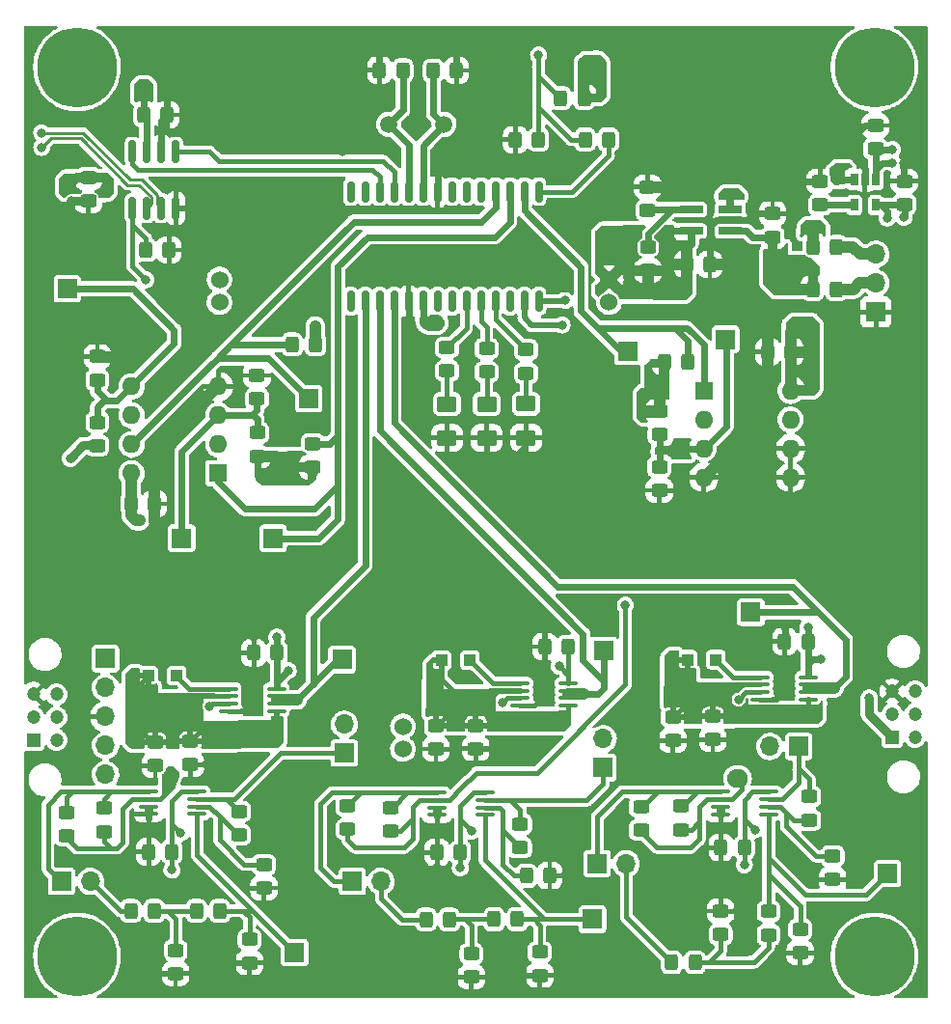
<source format=gtl>
G04 #@! TF.GenerationSoftware,KiCad,Pcbnew,6.0.0*
G04 #@! TF.CreationDate,2022-02-03T14:52:19-05:00*
G04 #@! TF.ProjectId,mama_board,6d616d61-5f62-46f6-9172-642e6b696361,rev?*
G04 #@! TF.SameCoordinates,Original*
G04 #@! TF.FileFunction,Copper,L1,Top*
G04 #@! TF.FilePolarity,Positive*
%FSLAX46Y46*%
G04 Gerber Fmt 4.6, Leading zero omitted, Abs format (unit mm)*
G04 Created by KiCad (PCBNEW 6.0.0) date 2022-02-03 14:52:19*
%MOMM*%
%LPD*%
G01*
G04 APERTURE LIST*
G04 Aperture macros list*
%AMRoundRect*
0 Rectangle with rounded corners*
0 $1 Rounding radius*
0 $2 $3 $4 $5 $6 $7 $8 $9 X,Y pos of 4 corners*
0 Add a 4 corners polygon primitive as box body*
4,1,4,$2,$3,$4,$5,$6,$7,$8,$9,$2,$3,0*
0 Add four circle primitives for the rounded corners*
1,1,$1+$1,$2,$3*
1,1,$1+$1,$4,$5*
1,1,$1+$1,$6,$7*
1,1,$1+$1,$8,$9*
0 Add four rect primitives between the rounded corners*
20,1,$1+$1,$2,$3,$4,$5,0*
20,1,$1+$1,$4,$5,$6,$7,0*
20,1,$1+$1,$6,$7,$8,$9,0*
20,1,$1+$1,$8,$9,$2,$3,0*%
G04 Aperture macros list end*
G04 #@! TA.AperFunction,ComponentPad*
%ADD10C,1.524000*%
G04 #@! TD*
G04 #@! TA.AperFunction,ComponentPad*
%ADD11O,1.600000X1.600000*%
G04 #@! TD*
G04 #@! TA.AperFunction,ComponentPad*
%ADD12R,1.600000X1.600000*%
G04 #@! TD*
G04 #@! TA.AperFunction,SMDPad,CuDef*
%ADD13RoundRect,0.249999X0.325001X0.450001X-0.325001X0.450001X-0.325001X-0.450001X0.325001X-0.450001X0*%
G04 #@! TD*
G04 #@! TA.AperFunction,SMDPad,CuDef*
%ADD14RoundRect,0.249999X-0.325001X-0.450001X0.325001X-0.450001X0.325001X0.450001X-0.325001X0.450001X0*%
G04 #@! TD*
G04 #@! TA.AperFunction,SMDPad,CuDef*
%ADD15RoundRect,0.249999X0.450001X-0.325001X0.450001X0.325001X-0.450001X0.325001X-0.450001X-0.325001X0*%
G04 #@! TD*
G04 #@! TA.AperFunction,ComponentPad*
%ADD16C,7.000000*%
G04 #@! TD*
G04 #@! TA.AperFunction,SMDPad,CuDef*
%ADD17RoundRect,0.150000X-0.150000X0.750000X-0.150000X-0.750000X0.150000X-0.750000X0.150000X0.750000X0*%
G04 #@! TD*
G04 #@! TA.AperFunction,SMDPad,CuDef*
%ADD18RoundRect,0.100000X-0.712500X-0.100000X0.712500X-0.100000X0.712500X0.100000X-0.712500X0.100000X0*%
G04 #@! TD*
G04 #@! TA.AperFunction,ComponentPad*
%ADD19R,1.700000X1.700000*%
G04 #@! TD*
G04 #@! TA.AperFunction,SMDPad,CuDef*
%ADD20RoundRect,0.249999X-0.450001X0.325001X-0.450001X-0.325001X0.450001X-0.325001X0.450001X0.325001X0*%
G04 #@! TD*
G04 #@! TA.AperFunction,ComponentPad*
%ADD21O,1.700000X1.700000*%
G04 #@! TD*
G04 #@! TA.AperFunction,SMDPad,CuDef*
%ADD22R,1.000000X1.000000*%
G04 #@! TD*
G04 #@! TA.AperFunction,ComponentPad*
%ADD23C,1.500000*%
G04 #@! TD*
G04 #@! TA.AperFunction,SMDPad,CuDef*
%ADD24RoundRect,0.150000X-0.150000X0.825000X-0.150000X-0.825000X0.150000X-0.825000X0.150000X0.825000X0*%
G04 #@! TD*
G04 #@! TA.AperFunction,SMDPad,CuDef*
%ADD25R,2.000000X0.650000*%
G04 #@! TD*
G04 #@! TA.AperFunction,SMDPad,CuDef*
%ADD26R,0.650000X1.060000*%
G04 #@! TD*
G04 #@! TA.AperFunction,ComponentPad*
%ADD27C,1.200000*%
G04 #@! TD*
G04 #@! TA.AperFunction,ComponentPad*
%ADD28R,1.200000X1.200000*%
G04 #@! TD*
G04 #@! TA.AperFunction,SMDPad,CuDef*
%ADD29RoundRect,0.250000X0.625000X-0.462500X0.625000X0.462500X-0.625000X0.462500X-0.625000X-0.462500X0*%
G04 #@! TD*
G04 #@! TA.AperFunction,ViaPad*
%ADD30C,0.800000*%
G04 #@! TD*
G04 #@! TA.AperFunction,Conductor*
%ADD31C,0.800000*%
G04 #@! TD*
G04 #@! TA.AperFunction,Conductor*
%ADD32C,0.250000*%
G04 #@! TD*
G04 #@! TA.AperFunction,Conductor*
%ADD33C,0.400000*%
G04 #@! TD*
G04 #@! TA.AperFunction,Conductor*
%ADD34C,0.600000*%
G04 #@! TD*
G04 #@! TA.AperFunction,Conductor*
%ADD35C,1.000000*%
G04 #@! TD*
G04 #@! TA.AperFunction,Conductor*
%ADD36C,0.203200*%
G04 #@! TD*
G04 #@! TA.AperFunction,Conductor*
%ADD37C,0.420000*%
G04 #@! TD*
G04 #@! TA.AperFunction,Conductor*
%ADD38C,0.500000*%
G04 #@! TD*
G04 APERTURE END LIST*
D10*
X141600000Y-127800000D03*
X141600000Y-129800000D03*
D11*
X117780000Y-105600000D03*
X125400000Y-97980000D03*
X117780000Y-103060000D03*
X125400000Y-100520000D03*
X117780000Y-100520000D03*
X125400000Y-103060000D03*
X117780000Y-97980000D03*
D12*
X125400000Y-105600000D03*
D13*
X133925000Y-94300000D03*
X131875000Y-94300000D03*
D14*
X164575000Y-95800000D03*
X166625000Y-95800000D03*
D15*
X133675000Y-105075000D03*
X133675000Y-103025000D03*
D16*
X183000000Y-70000000D03*
X113000000Y-70000000D03*
X113000000Y-148000000D03*
X183000000Y-148000000D03*
D17*
X153531200Y-90495600D03*
X152261200Y-90495600D03*
X150991200Y-90495600D03*
X149721200Y-90495600D03*
X148451200Y-90495600D03*
X147181200Y-90495600D03*
X145911200Y-90495600D03*
X144641200Y-90495600D03*
X143371200Y-90495600D03*
X142101200Y-90495600D03*
X140831200Y-90495600D03*
X139561200Y-90495600D03*
X138291200Y-90495600D03*
X137021200Y-90495600D03*
X137021200Y-80895600D03*
X138291200Y-80895600D03*
X139561200Y-80895600D03*
X140831200Y-80895600D03*
X142101200Y-80895600D03*
X143371200Y-80895600D03*
X144641200Y-80895600D03*
X145911200Y-80895600D03*
X147181200Y-80895600D03*
X148451200Y-80895600D03*
X149721200Y-80895600D03*
X150991200Y-80895600D03*
X152261200Y-80895600D03*
X153531200Y-80895600D03*
D10*
X159700000Y-88600000D03*
X159700000Y-90600000D03*
X125500000Y-88600000D03*
X125500000Y-90600000D03*
D18*
X177191540Y-123478260D03*
X177191540Y-124128260D03*
X177191540Y-124778260D03*
X177191540Y-125428260D03*
X172966540Y-125428260D03*
X172966540Y-124778260D03*
X172966540Y-124128260D03*
X172966540Y-123478260D03*
X173725000Y-133550000D03*
X173725000Y-134200000D03*
X173725000Y-134850000D03*
X173725000Y-135500000D03*
X169500000Y-135500000D03*
X169500000Y-134850000D03*
X169500000Y-134200000D03*
X169500000Y-133550000D03*
D19*
X172148500Y-117792500D03*
X158250000Y-144725000D03*
D20*
X168809040Y-128978260D03*
X168809040Y-126928260D03*
X177275620Y-136018220D03*
X177275620Y-133968220D03*
X179324000Y-141233000D03*
X179324000Y-139183000D03*
D15*
X169500000Y-144009000D03*
X169500000Y-146059000D03*
D20*
X162508000Y-136883000D03*
X162508000Y-134833000D03*
D13*
X123475000Y-144000000D03*
X125525000Y-144000000D03*
D21*
X161190000Y-139850000D03*
D19*
X158650000Y-139850000D03*
D21*
X136450000Y-127610000D03*
D19*
X136450000Y-130150000D03*
D22*
X169079040Y-121953260D03*
X166579040Y-121953260D03*
D15*
X153625000Y-147600000D03*
X153625000Y-149650000D03*
D20*
X140500000Y-137008000D03*
X140500000Y-134958000D03*
D13*
X130556000Y-121350000D03*
X128506000Y-121350000D03*
D20*
X119877744Y-131219399D03*
X119877744Y-129169399D03*
D13*
X119272873Y-138806839D03*
X121322873Y-138806839D03*
X117725000Y-144000000D03*
X119775000Y-144000000D03*
D23*
X140340000Y-75000000D03*
X145220000Y-75000000D03*
D11*
X175645000Y-98350000D03*
X168025000Y-105970000D03*
X175645000Y-100890000D03*
X168025000Y-103430000D03*
X175645000Y-103430000D03*
X168025000Y-100890000D03*
X175645000Y-105970000D03*
D12*
X168025000Y-98350000D03*
D24*
X121660000Y-82350000D03*
X120390000Y-82350000D03*
X119120000Y-82350000D03*
X117850000Y-82350000D03*
X117850000Y-77400000D03*
X119120000Y-77400000D03*
X120390000Y-77400000D03*
X121660000Y-77400000D03*
D18*
X156112500Y-124025000D03*
X156112500Y-124675000D03*
X156112500Y-125325000D03*
X156112500Y-125975000D03*
X151887500Y-125975000D03*
X151887500Y-125325000D03*
X151887500Y-124675000D03*
X151887500Y-124025000D03*
X148812500Y-133625000D03*
X148812500Y-134275000D03*
X148812500Y-134925000D03*
X148812500Y-135575000D03*
X144587500Y-135575000D03*
X144587500Y-134925000D03*
X144587500Y-134275000D03*
X144587500Y-133625000D03*
X126275000Y-124500000D03*
X126275000Y-125150000D03*
X126275000Y-125800000D03*
X126275000Y-126450000D03*
X130500000Y-126450000D03*
X130500000Y-125800000D03*
X130500000Y-125150000D03*
X130500000Y-124500000D03*
D25*
X166927040Y-84353480D03*
X166927040Y-82453480D03*
X170347040Y-82453480D03*
X170347040Y-83403480D03*
X170347040Y-84353480D03*
D26*
X183114840Y-82064280D03*
X181214840Y-82064280D03*
X181214840Y-79864280D03*
X182164840Y-79864280D03*
X183114840Y-79864280D03*
D18*
X119300000Y-133525000D03*
X119300000Y-134175000D03*
X119300000Y-134825000D03*
X119300000Y-135475000D03*
X123525000Y-135475000D03*
X123525000Y-134825000D03*
X123525000Y-134175000D03*
X123525000Y-133525000D03*
D19*
X161350000Y-94925000D03*
X133350000Y-99060000D03*
X130223260Y-111295180D03*
X169935000Y-93845000D03*
X112141000Y-89408000D03*
X122190000Y-111290000D03*
X184150000Y-140716000D03*
X159258000Y-121137680D03*
X136250000Y-121950000D03*
X132100000Y-147650000D03*
D20*
X164112500Y-107092100D03*
X164112500Y-105042100D03*
X164137900Y-102219000D03*
X164137900Y-100169000D03*
D15*
X114779200Y-95359900D03*
X114779200Y-97409900D03*
X114779200Y-101125000D03*
X114779200Y-103175000D03*
X128794500Y-97011900D03*
X128794500Y-99061900D03*
X128819900Y-102041100D03*
X128819900Y-104091100D03*
D20*
X173713140Y-146094560D03*
X173713140Y-144044560D03*
X148000000Y-129762000D03*
X148000000Y-127712000D03*
X151892000Y-138439000D03*
X151892000Y-136389000D03*
D14*
X154500000Y-140900000D03*
X152450000Y-140900000D03*
D13*
X149600000Y-144725000D03*
X151650000Y-144725000D03*
D20*
X147625000Y-149800000D03*
X147625000Y-147750000D03*
X136754000Y-136833000D03*
X136754000Y-134783000D03*
X122950000Y-129100000D03*
X122950000Y-131150000D03*
X127200000Y-135275000D03*
X127200000Y-137325000D03*
X129400000Y-139925000D03*
X129400000Y-141975000D03*
D13*
X155460000Y-72697000D03*
X157510000Y-72697000D03*
D20*
X145477800Y-96612600D03*
X145477800Y-94562600D03*
D15*
X163084840Y-80469280D03*
X163084840Y-82519280D03*
X163124840Y-85779280D03*
X163124840Y-87829280D03*
D13*
X157598000Y-76327000D03*
X159648000Y-76327000D03*
D20*
X152412000Y-96815800D03*
X152412000Y-94765800D03*
X148957600Y-96714200D03*
X148957600Y-94664200D03*
X121650000Y-147450000D03*
X121650000Y-149500000D03*
X112100000Y-135373000D03*
X112100000Y-137423000D03*
D21*
X173810000Y-129560000D03*
D19*
X176350000Y-129560000D03*
X159176720Y-131434840D03*
D21*
X159176720Y-128894840D03*
X139690000Y-141400000D03*
D19*
X137150000Y-141400000D03*
X111650000Y-141400000D03*
D21*
X114190000Y-141400000D03*
D27*
X109190500Y-127000000D03*
D28*
X109190500Y-129000000D03*
D27*
X109190500Y-125000000D03*
X111190500Y-125000000D03*
X111190500Y-127000000D03*
X111190500Y-129000000D03*
D21*
X183124840Y-86374280D03*
X183124840Y-88914280D03*
D19*
X183124840Y-91454280D03*
D27*
X184556400Y-126727200D03*
D28*
X184556400Y-128727200D03*
D27*
X184556400Y-124727200D03*
X186556400Y-124727200D03*
X186556400Y-126727200D03*
X186556400Y-128727200D03*
D19*
X115500000Y-121860000D03*
D21*
X115500000Y-124400000D03*
X115500000Y-126940000D03*
X115500000Y-129480000D03*
X115500000Y-132020000D03*
D14*
X179674840Y-85748980D03*
X177624840Y-85748980D03*
X179649840Y-89457380D03*
X177599840Y-89457380D03*
D29*
X145477800Y-99533600D03*
X145477800Y-102508600D03*
X152412000Y-99508200D03*
X152412000Y-102483200D03*
X148957600Y-99533600D03*
X148957600Y-102508600D03*
D22*
X147500000Y-122000000D03*
X145000000Y-122000000D03*
X119250000Y-123350000D03*
X121750000Y-123350000D03*
D13*
X173636820Y-94959680D03*
X175686820Y-94959680D03*
D14*
X119800000Y-108280000D03*
X117750000Y-108280000D03*
D13*
X175107040Y-120357260D03*
X177157040Y-120357260D03*
D20*
X165309040Y-129053260D03*
X165309040Y-127003260D03*
D13*
X169519182Y-138437678D03*
X171569182Y-138437678D03*
D15*
X176481540Y-145621900D03*
X176481540Y-147671900D03*
D13*
X165195593Y-148498235D03*
X167245593Y-148498235D03*
D20*
X166008000Y-136858000D03*
X166008000Y-134808000D03*
D13*
X154053320Y-120802400D03*
X156103320Y-120802400D03*
D20*
X144500000Y-129787000D03*
X144500000Y-127737000D03*
D13*
X144593418Y-138858501D03*
X146643418Y-138858501D03*
X145675000Y-144750000D03*
X143625000Y-144750000D03*
D14*
X120913000Y-74168000D03*
X118863000Y-74168000D03*
X121075560Y-86012020D03*
X119025560Y-86012020D03*
D15*
X128150000Y-148550000D03*
X128150000Y-146500000D03*
X114006800Y-79671000D03*
X114006800Y-81721000D03*
D13*
X139548000Y-70242000D03*
X141598000Y-70242000D03*
D14*
X146324000Y-70267200D03*
X144274000Y-70267200D03*
D20*
X115350000Y-134975000D03*
X115350000Y-137025000D03*
D14*
X168543640Y-87279280D03*
X166493640Y-87279280D03*
D15*
X185614840Y-79959280D03*
X185614840Y-82009280D03*
X178239840Y-79989280D03*
X178239840Y-82039280D03*
D13*
X151460000Y-76339600D03*
X153510000Y-76339600D03*
D15*
X183074840Y-75099280D03*
X183074840Y-77149280D03*
X174055440Y-82819280D03*
X174055440Y-84869280D03*
D30*
X123108720Y-82351880D03*
X152115520Y-149644100D03*
X155850000Y-140900000D03*
X139548360Y-68656660D03*
X185602880Y-78364080D03*
X151132306Y-104352679D03*
X145478500Y-104394000D03*
X146320000Y-68710000D03*
X165656260Y-107091480D03*
X117400000Y-95400000D03*
X176629840Y-79999280D03*
X164534840Y-80469280D03*
X112537240Y-81724500D03*
X142108000Y-92230000D03*
X144648000Y-79276000D03*
X177779680Y-141239240D03*
X166989760Y-129047240D03*
X170299040Y-128993260D03*
X178183540Y-147662900D03*
X170942000Y-144018000D03*
X149445980Y-129758440D03*
X146212560Y-129778760D03*
X146116040Y-149796500D03*
X118350000Y-131250000D03*
X124350000Y-131150000D03*
X128513840Y-119954040D03*
X127828040Y-141980920D03*
X119266679Y-140400000D03*
X120035320Y-149509480D03*
X126527560Y-148544280D03*
X144593418Y-140208000D03*
X169519182Y-139957240D03*
X175125040Y-119087260D03*
X149265640Y-75854560D03*
X148909806Y-104352679D03*
X120908500Y-72644000D03*
X121076720Y-87505540D03*
X169994840Y-87299280D03*
X181504840Y-74194280D03*
X173646820Y-93139680D03*
X136331960Y-77388720D03*
X136291320Y-75890120D03*
X136337040Y-74295000D03*
X136316720Y-72953880D03*
X137459720Y-71775320D03*
X149270720Y-77343000D03*
X149230080Y-74269600D03*
X149250400Y-72765920D03*
X148193760Y-71661020D03*
X136306560Y-71798180D03*
X149275800Y-71666100D03*
X151457660Y-74874120D03*
X119811800Y-109804200D03*
X154051000Y-119100600D03*
X175854360Y-89458800D03*
X175821340Y-87398860D03*
X174300000Y-87375000D03*
X177217940Y-87399000D03*
X147655280Y-136982200D03*
X121322873Y-140400000D03*
X146643418Y-140208000D03*
X171569182Y-139934182D03*
X177157040Y-119087260D03*
X130548380Y-119979440D03*
X185610500Y-83146900D03*
X184124600Y-83197700D03*
X122097800Y-137154920D03*
X178247040Y-121899680D03*
X131526280Y-122915680D03*
X172511720Y-136875520D03*
X155305760Y-122504200D03*
X164854840Y-89179280D03*
X163111180Y-89168480D03*
X166469060Y-89183720D03*
X133925000Y-92675000D03*
X112400000Y-104300000D03*
X162650000Y-100200000D03*
X178124840Y-84084280D03*
X177104840Y-84064280D03*
X169914840Y-81119280D03*
X144570000Y-92500000D03*
X157445000Y-70927000D03*
X157435000Y-69597000D03*
X118863000Y-71644000D03*
X143540000Y-92530000D03*
X118863000Y-72644000D03*
X119054880Y-88615520D03*
X115570000Y-80518000D03*
X112500000Y-80700000D03*
X170874840Y-81091280D03*
X175676560Y-93157040D03*
X177342800Y-94828360D03*
X118592600Y-109740700D03*
X130480000Y-104120000D03*
X130475000Y-105175000D03*
X124600000Y-126050000D03*
X150368000Y-125730000D03*
X171061040Y-125437260D03*
X121410000Y-132040000D03*
X161137600Y-117180360D03*
X171350000Y-132360000D03*
X153515000Y-68897000D03*
X155824000Y-90452000D03*
X155575000Y-92583000D03*
X184594500Y-78371700D03*
X179650000Y-79850000D03*
X184584840Y-77177900D03*
X179675000Y-78875000D03*
X182537100Y-125310900D03*
X109910000Y-77010000D03*
X109910000Y-75730000D03*
D31*
X169499820Y-135448000D02*
X169499820Y-135014444D01*
D32*
X119300000Y-138779712D02*
X119272873Y-138806839D01*
D33*
X119300000Y-135850000D02*
X119300000Y-138779712D01*
D34*
X119300000Y-135850000D02*
X119300000Y-135475000D01*
D32*
X119266679Y-138813033D02*
X119272873Y-138806839D01*
D33*
X119266679Y-140400000D02*
X119266679Y-138813033D01*
X126275000Y-126450000D02*
X128000000Y-126450000D01*
X122950000Y-131150000D02*
X124350000Y-131150000D01*
D35*
X119847143Y-131250000D02*
X119877744Y-131219399D01*
D33*
X118350000Y-131250000D02*
X119847143Y-131250000D01*
D36*
X144587500Y-138852583D02*
X144593418Y-138858501D01*
X144593418Y-138858501D02*
X144593418Y-138858501D01*
D33*
X144593418Y-138858501D02*
X144593418Y-140208000D01*
D36*
X144593418Y-135580918D02*
X144587500Y-135575000D01*
D33*
X144593418Y-138858501D02*
X144593418Y-135580918D01*
D31*
X144587500Y-135575000D02*
X144587500Y-135141444D01*
D36*
X144500000Y-130276000D02*
X144526000Y-130302000D01*
D33*
X169519182Y-138437678D02*
X169519182Y-139957240D01*
X178183540Y-147662900D02*
X176490540Y-147662900D01*
D36*
X170933000Y-144009000D02*
X170942000Y-144018000D01*
D33*
X169500000Y-144009000D02*
X170933000Y-144009000D01*
D36*
X165271246Y-129015466D02*
X165309040Y-129053260D01*
X170284040Y-128978260D02*
X170299040Y-128993260D01*
D33*
X168809040Y-128978260D02*
X170284040Y-128978260D01*
D35*
X175107040Y-120357260D02*
X175107040Y-120357260D01*
D36*
X175125040Y-120339260D02*
X175107040Y-120357260D01*
D34*
X175125040Y-119087260D02*
X175125040Y-120339260D01*
D33*
X151887500Y-125975000D02*
X153153000Y-125975000D01*
D32*
X128787500Y-121362500D02*
X128775000Y-121350000D01*
D33*
X128506000Y-125944000D02*
X128000000Y-126450000D01*
X128506000Y-121350000D02*
X128506000Y-125944000D01*
D36*
X144648000Y-80888800D02*
X144641200Y-80895600D01*
D34*
X144648000Y-79276000D02*
X144648000Y-80888800D01*
D36*
X151460000Y-76339600D02*
X151444178Y-76339600D01*
X142108000Y-90502400D02*
X142101200Y-90495600D01*
D34*
X142108000Y-92230000D02*
X142108000Y-90502400D01*
X120390000Y-74691000D02*
X120908500Y-74172500D01*
X120390000Y-77400000D02*
X120390000Y-74691000D01*
X120908500Y-74172500D02*
X120913000Y-74168000D01*
D36*
X120908500Y-74163500D02*
X120913000Y-74168000D01*
D34*
X120908500Y-72644000D02*
X120908500Y-74163500D01*
D35*
X163084840Y-80469280D02*
X164534840Y-80469280D01*
D34*
X169097040Y-83403480D02*
X170347040Y-83403480D01*
X168543640Y-83956880D02*
X169097040Y-83403480D01*
X168543640Y-87279280D02*
X168543640Y-87279280D01*
X170347040Y-83403480D02*
X171794640Y-83403480D01*
X172378840Y-82819280D02*
X174055440Y-82819280D01*
X171794640Y-83403480D02*
X172378840Y-82819280D01*
X168543640Y-87279280D02*
X168543640Y-83956880D01*
D32*
X169974840Y-87279280D02*
X169994840Y-87299280D01*
D35*
X168543640Y-87279280D02*
X169974840Y-87279280D01*
D34*
X182164840Y-79864280D02*
X182164840Y-78864280D01*
X182164840Y-78864280D02*
X181504840Y-78204280D01*
X182189840Y-75099280D02*
X181504840Y-75784280D01*
X183074840Y-75099280D02*
X182189840Y-75099280D01*
X181504840Y-78204280D02*
X181504840Y-75784280D01*
X181504840Y-75784280D02*
X181504840Y-74194280D01*
D32*
X185564840Y-79864280D02*
X185604840Y-79904280D01*
X178229840Y-79999280D02*
X178239840Y-79989280D01*
D34*
X176629840Y-79999280D02*
X178229840Y-79999280D01*
D32*
X116899900Y-95359900D02*
X116910000Y-95370000D01*
D35*
X119800000Y-103580000D02*
X125400000Y-97980000D01*
X119800000Y-108280000D02*
X119800000Y-103580000D01*
D32*
X173636820Y-94609680D02*
X173636820Y-94839680D01*
D35*
X173636820Y-95189680D02*
X173636820Y-99689680D01*
D32*
X173646820Y-94599680D02*
X173636820Y-94609680D01*
D35*
X173646820Y-93139680D02*
X173646820Y-94949680D01*
D34*
X146320000Y-68710000D02*
X146320000Y-70263200D01*
X139550000Y-68660000D02*
X139550000Y-70240000D01*
D35*
X114819300Y-95400000D02*
X114779200Y-95359900D01*
X117400000Y-95400000D02*
X114819300Y-95400000D01*
D31*
X119300000Y-135475000D02*
X119300000Y-135069752D01*
D37*
X172966540Y-125428260D02*
X174406040Y-125428260D01*
D33*
X175107040Y-124727260D02*
X175107040Y-120357260D01*
D37*
X174406040Y-125428260D02*
X175107040Y-124727260D01*
X145477800Y-104393300D02*
X145478500Y-104394000D01*
X145477800Y-102508600D02*
X145477800Y-104393300D01*
X148957600Y-104304885D02*
X148909806Y-104352679D01*
X148957600Y-102508600D02*
X148957600Y-104304885D01*
X152412000Y-103072985D02*
X151132306Y-104352679D01*
X152412000Y-102483200D02*
X152412000Y-103072985D01*
X185602880Y-79947320D02*
X185614840Y-79959280D01*
D34*
X185602880Y-78364080D02*
X185602880Y-79947320D01*
D33*
X169519182Y-138437678D02*
X169519182Y-135138578D01*
X154500000Y-140900000D02*
X155850000Y-140900000D01*
D35*
X173636820Y-100358180D02*
X173636820Y-99689680D01*
X168025000Y-105970000D02*
X173636820Y-100358180D01*
D37*
X123106840Y-82350000D02*
X123108720Y-82351880D01*
D33*
X121660000Y-82350000D02*
X123106840Y-82350000D01*
X154063480Y-125064520D02*
X153488280Y-125639720D01*
X153915000Y-125213000D02*
X153488280Y-125639720D01*
X153488280Y-125639720D02*
X153153000Y-125975000D01*
D37*
X154043160Y-120812560D02*
X154053320Y-120802400D01*
D33*
X154053320Y-120802400D02*
X154053320Y-121404600D01*
X154063480Y-121203720D02*
X154063480Y-121414760D01*
X154063480Y-121414760D02*
X154063480Y-125064520D01*
D37*
X128144280Y-148544280D02*
X128150000Y-148550000D01*
D33*
X126527560Y-148544280D02*
X128144280Y-148544280D01*
D37*
X121640520Y-149509480D02*
X121650000Y-149500000D01*
D33*
X120035320Y-149509480D02*
X121640520Y-149509480D01*
D37*
X129394080Y-141980920D02*
X129400000Y-141975000D01*
D33*
X127828040Y-141980920D02*
X129394080Y-141980920D01*
D37*
X128513840Y-121342160D02*
X128506000Y-121350000D01*
D33*
X128513840Y-119954040D02*
X128513840Y-121342160D01*
D37*
X147621500Y-149796500D02*
X147625000Y-149800000D01*
D33*
X146116040Y-149796500D02*
X147621500Y-149796500D01*
D37*
X153619100Y-149644100D02*
X153625000Y-149650000D01*
D33*
X152115520Y-149644100D02*
X153619100Y-149644100D01*
D37*
X146204320Y-129787000D02*
X146212560Y-129778760D01*
D33*
X144500000Y-129787000D02*
X146204320Y-129787000D01*
D37*
X149442420Y-129762000D02*
X149445980Y-129758440D01*
D33*
X148000000Y-129762000D02*
X149442420Y-129762000D01*
D37*
X166983740Y-129053260D02*
X166989760Y-129047240D01*
D33*
X165309040Y-129053260D02*
X166983740Y-129053260D01*
D37*
X179317760Y-141239240D02*
X179324000Y-141233000D01*
D33*
X177779680Y-141239240D02*
X179317760Y-141239240D01*
D37*
X164113120Y-107091480D02*
X164112500Y-107092100D01*
D33*
X165656260Y-107091480D02*
X164113120Y-107091480D01*
D36*
X151444178Y-76339600D02*
X151444178Y-76339600D01*
D37*
X151457660Y-76337260D02*
X151460000Y-76339600D01*
X151457660Y-74874120D02*
X151457660Y-76337260D01*
X121075560Y-87504380D02*
X121076720Y-87505540D01*
D33*
X121075560Y-86012020D02*
X121075560Y-87504380D01*
D37*
X114003300Y-81724500D02*
X114006800Y-81721000D01*
D31*
X112537240Y-81724500D02*
X114003300Y-81724500D01*
D37*
X119800000Y-109792400D02*
X119811800Y-109804200D01*
D35*
X119800000Y-108280000D02*
X119800000Y-109792400D01*
D37*
X154053320Y-120802400D02*
X154053320Y-119102920D01*
X154053320Y-119102920D02*
X154051000Y-119100600D01*
D34*
X170347040Y-84353480D02*
X171781040Y-84353480D01*
X172296840Y-84869280D02*
X173884840Y-84869280D01*
X171781040Y-84353480D02*
X172296840Y-84869280D01*
X174055440Y-84869280D02*
X174055440Y-84869280D01*
X173884840Y-84869280D02*
X174055440Y-84869280D01*
D37*
X177598420Y-89458800D02*
X177599840Y-89457380D01*
D35*
X175854360Y-89458800D02*
X177598420Y-89458800D01*
D33*
X121322873Y-138806839D02*
X121322873Y-138806839D01*
X121322873Y-138806839D02*
X121322873Y-140400000D01*
D34*
X130556000Y-122818000D02*
X130556000Y-122818000D01*
D33*
X147145225Y-134286775D02*
X147320000Y-134112000D01*
X147807000Y-133625000D02*
X148812500Y-133625000D01*
X147145225Y-134286775D02*
X147807000Y-133625000D01*
X146643418Y-134788582D02*
X147145225Y-134286775D01*
D34*
X146643418Y-138858501D02*
X146643418Y-138598582D01*
D33*
X146643418Y-140208000D02*
X146643418Y-138858501D01*
X171569182Y-138437678D02*
X171569182Y-136827458D01*
X172266000Y-133550000D02*
X173725000Y-133550000D01*
X171569182Y-134246818D02*
X172266000Y-133550000D01*
X171569182Y-138437678D02*
X171569182Y-139934182D01*
D36*
X177157040Y-123443760D02*
X177191540Y-123478260D01*
D35*
X177157040Y-120357260D02*
X177157040Y-120357260D01*
D34*
X177157040Y-120357260D02*
X177157040Y-122364840D01*
X177157040Y-119087260D02*
X177157040Y-120357260D01*
D36*
X155956000Y-121149000D02*
X155965000Y-121158000D01*
D35*
X130556000Y-121350000D02*
X130556000Y-121350000D01*
D34*
X130556000Y-121350000D02*
X130556000Y-122818000D01*
D35*
X185559840Y-82064280D02*
X185559840Y-82064280D01*
D33*
X123525000Y-133525000D02*
X122475000Y-133525000D01*
X121322873Y-134677127D02*
X121322873Y-134377127D01*
X121322873Y-134377127D02*
X121900000Y-133800000D01*
X122175000Y-133525000D02*
X121900000Y-133800000D01*
X122475000Y-133525000D02*
X122175000Y-133525000D01*
D35*
X185559840Y-82064280D02*
X185614840Y-82009280D01*
D34*
X185614840Y-82009280D02*
X185614840Y-83142560D01*
D37*
X185614840Y-83142560D02*
X185610500Y-83146900D01*
X183829380Y-82064280D02*
X183829380Y-82305580D01*
D34*
X183829380Y-82064280D02*
X185559840Y-82064280D01*
X183114840Y-82064280D02*
X183829380Y-82064280D01*
X183829380Y-82305580D02*
X184124600Y-82600800D01*
X184124600Y-82600800D02*
X184124600Y-83197700D01*
D33*
X146643418Y-138598582D02*
X146643418Y-136398942D01*
X147655280Y-136982200D02*
X147072022Y-136398942D01*
D37*
X121322873Y-136360127D02*
X121322873Y-136379993D01*
D33*
X121322873Y-136360127D02*
X121322873Y-134677127D01*
X121322873Y-138806839D02*
X121322873Y-136360127D01*
X121322873Y-136379993D02*
X122097800Y-137154920D01*
X146643418Y-136398942D02*
X146643418Y-135965258D01*
X147072022Y-136393862D02*
X146643418Y-135965258D01*
X146643418Y-135965258D02*
X146643418Y-134788582D01*
D34*
X177157040Y-122364840D02*
X177157040Y-123151260D01*
X177622200Y-121899680D02*
X177157040Y-122364840D01*
X178247040Y-121899680D02*
X177622200Y-121899680D01*
X130556000Y-122818000D02*
X130556000Y-124218247D01*
D37*
X130556000Y-123885960D02*
X130556000Y-124218247D01*
D34*
X131526280Y-122915680D02*
X130556000Y-123885960D01*
D33*
X171569182Y-135932982D02*
X171569182Y-135745022D01*
X172511720Y-136875520D02*
X171569182Y-135932982D01*
X171569182Y-136827458D02*
X171569182Y-135745022D01*
X171569182Y-135745022D02*
X171569182Y-134246818D01*
D37*
X156113480Y-124024020D02*
X156112500Y-124025000D01*
D33*
X156113480Y-121203720D02*
X156113480Y-122631200D01*
X155305760Y-122504200D02*
X156113480Y-123311920D01*
X156113480Y-122631200D02*
X156113480Y-123484640D01*
D37*
X156113480Y-123311920D02*
X156113480Y-123484640D01*
D33*
X156113480Y-123484640D02*
X156113480Y-124024020D01*
D37*
X130548380Y-121342380D02*
X130556000Y-121350000D01*
D34*
X130548380Y-119979440D02*
X130548380Y-121342380D01*
X178239840Y-82039280D02*
X181089840Y-82039280D01*
X166927040Y-84353480D02*
X166927040Y-85477080D01*
X166493640Y-85910480D02*
X166493640Y-87279280D01*
X166927040Y-85477080D02*
X166493640Y-85910480D01*
X166493640Y-87279280D02*
X166493640Y-87279280D01*
D32*
X166493640Y-89120480D02*
X166464840Y-89149280D01*
D35*
X166493640Y-87279280D02*
X166493640Y-89120480D01*
D32*
X163124840Y-89099280D02*
X163134840Y-89109280D01*
D35*
X163124840Y-87829280D02*
X163124840Y-89099280D01*
D33*
X115350000Y-134975000D02*
X115350000Y-134150000D01*
X119300000Y-133525000D02*
X115975000Y-133525000D01*
X115350000Y-134150000D02*
X115975000Y-133525000D01*
X115975000Y-133525000D02*
X113550000Y-133525000D01*
D37*
X112100000Y-135373000D02*
X112100000Y-134975000D01*
D33*
X110434120Y-134701280D02*
X111610400Y-133525000D01*
X110434120Y-140271500D02*
X110434120Y-134701280D01*
D37*
X111650000Y-141400000D02*
X111562620Y-141400000D01*
D33*
X111562620Y-141400000D02*
X110434120Y-140271500D01*
X112100000Y-134048340D02*
X112623340Y-133525000D01*
X112100000Y-135373000D02*
X112100000Y-134048340D01*
X111610400Y-133525000D02*
X112623340Y-133525000D01*
X112623340Y-133525000D02*
X113550000Y-133525000D01*
X121650000Y-144700000D02*
X120950000Y-144000000D01*
X121650000Y-147450000D02*
X121650000Y-144700000D01*
X119775000Y-144000000D02*
X120950000Y-144000000D01*
X120950000Y-144000000D02*
X123475000Y-144000000D01*
D36*
X143371200Y-92236565D02*
X143371200Y-92236565D01*
D34*
X143371200Y-90495600D02*
X143371200Y-92236565D01*
X119120000Y-74425000D02*
X118863000Y-74168000D01*
X119120000Y-77400000D02*
X119120000Y-74425000D01*
X118863000Y-74168000D02*
X118863000Y-74168000D01*
X118863000Y-72644000D02*
X118863000Y-74168000D01*
D36*
X114006800Y-79671000D02*
X114051000Y-79671000D01*
X114006800Y-79671000D02*
X113989000Y-79671000D01*
X157435000Y-70917000D02*
X157445000Y-70927000D01*
D35*
X157435000Y-69597000D02*
X157435000Y-70917000D01*
X157445000Y-72632000D02*
X157510000Y-72697000D01*
X157445000Y-70927000D02*
X157445000Y-72632000D01*
D36*
X143371200Y-92236565D02*
X143374659Y-92240024D01*
D34*
X170347040Y-81551480D02*
X169914840Y-81119280D01*
X170347040Y-82453480D02*
X170347040Y-81551480D01*
D35*
X177624840Y-84584280D02*
X177104840Y-84064280D01*
X177624840Y-85748980D02*
X177624840Y-84584280D01*
D32*
X117750000Y-105630000D02*
X117780000Y-105600000D01*
D35*
X117750000Y-108280000D02*
X117750000Y-105630000D01*
D32*
X175686820Y-94609680D02*
X175686820Y-94609680D01*
X175686820Y-92829680D02*
X175666820Y-92809680D01*
X175686820Y-94609680D02*
X175686820Y-94479680D01*
D35*
X175686820Y-94829680D02*
X175686820Y-93179680D01*
X162650000Y-100200000D02*
X164106900Y-100200000D01*
X117750000Y-108280000D02*
X117750000Y-109330000D01*
X118180000Y-109760000D02*
X118520000Y-109760000D01*
X117750000Y-109330000D02*
X118180000Y-109760000D01*
D31*
X114779200Y-103175000D02*
X114779200Y-103220800D01*
D35*
X130480000Y-104120000D02*
X128748800Y-104120000D01*
X133925000Y-92675000D02*
X133925000Y-94300000D01*
D31*
X112500000Y-80700000D02*
X112500000Y-80125000D01*
X112954000Y-79671000D02*
X114006800Y-79671000D01*
X112500000Y-80125000D02*
X112954000Y-79671000D01*
X112400000Y-104300000D02*
X113550000Y-103150000D01*
D37*
X114754200Y-103150000D02*
X114779200Y-103175000D01*
D31*
X113550000Y-103150000D02*
X114754200Y-103150000D01*
D35*
X175686820Y-98308180D02*
X175645000Y-98350000D01*
X175686820Y-94959680D02*
X175686820Y-98308180D01*
D33*
X117850000Y-87410640D02*
X119054880Y-88615520D01*
X119025560Y-84969240D02*
X117850000Y-83793680D01*
X119025560Y-86012020D02*
X119025560Y-84969240D01*
X117850000Y-82350000D02*
X117850000Y-83793680D01*
X117850000Y-83793680D02*
X117850000Y-87410640D01*
X125525000Y-144000000D02*
X127600000Y-144000000D01*
X128150000Y-144550000D02*
X128150000Y-146500000D01*
X127600000Y-144000000D02*
X128150000Y-144550000D01*
X128450000Y-144000000D02*
X132100000Y-147650000D01*
X127600000Y-144000000D02*
X128450000Y-144000000D01*
X123525000Y-139075000D02*
X123525000Y-135475000D01*
X128450000Y-144000000D02*
X123525000Y-139075000D01*
D37*
X130500000Y-127150000D02*
X130500000Y-126450000D01*
D32*
X119500000Y-129075000D02*
X119500000Y-129050000D01*
D37*
X130150000Y-127500000D02*
X130500000Y-127150000D01*
X122950000Y-129100000D02*
X124550000Y-127500000D01*
X121050000Y-127500000D02*
X124550000Y-127500000D01*
X124550000Y-127500000D02*
X130150000Y-127500000D01*
X119250000Y-123350000D02*
X118000000Y-124600000D01*
X118800000Y-127500000D02*
X118000000Y-126700000D01*
X121050000Y-127500000D02*
X118800000Y-127500000D01*
X118000000Y-126700000D02*
X118000000Y-127575000D01*
X119594399Y-129169399D02*
X118000000Y-127575000D01*
X119877744Y-129169399D02*
X119594399Y-129169399D01*
D32*
X126275000Y-125150000D02*
X126199999Y-125074999D01*
D37*
X118000000Y-124600000D02*
X118000000Y-125800000D01*
X118000000Y-125800000D02*
X118000000Y-126700000D01*
X123400000Y-125150000D02*
X121050000Y-127500000D01*
X126275000Y-125150000D02*
X123400000Y-125150000D01*
D33*
X137912000Y-133625000D02*
X136754000Y-134783000D01*
X140674000Y-134958000D02*
X142007000Y-133625000D01*
X144587500Y-133625000D02*
X142007000Y-133625000D01*
D36*
X140500000Y-134958000D02*
X140674000Y-134958000D01*
D33*
X142007000Y-133625000D02*
X137658000Y-133625000D01*
X137150000Y-141400000D02*
X135558000Y-141400000D01*
X135558000Y-141400000D02*
X134366000Y-140208000D01*
X134366000Y-140208000D02*
X134366000Y-134620000D01*
X135361000Y-133625000D02*
X137658000Y-133625000D01*
X134366000Y-134620000D02*
X135361000Y-133625000D01*
D37*
X149450000Y-144500000D02*
X149600000Y-144650000D01*
D33*
X147625000Y-147750000D02*
X147625000Y-145266000D01*
D37*
X145700000Y-144725000D02*
X145675000Y-144750000D01*
X147625000Y-145266000D02*
X147616000Y-145266000D01*
D33*
X149600000Y-144725000D02*
X147075000Y-144725000D01*
X147616000Y-145266000D02*
X147075000Y-144725000D01*
X147075000Y-144725000D02*
X145700000Y-144725000D01*
X153625000Y-145250000D02*
X153100000Y-144725000D01*
X153625000Y-147600000D02*
X153625000Y-145250000D01*
X151650000Y-144725000D02*
X153100000Y-144725000D01*
D37*
X154625000Y-144725000D02*
X153975000Y-144725000D01*
D33*
X153100000Y-144725000D02*
X154625000Y-144725000D01*
X153975000Y-144725000D02*
X148812500Y-139562500D01*
X154625000Y-144725000D02*
X158250000Y-144725000D01*
X148812500Y-135575000D02*
X148812500Y-139562500D01*
X148000000Y-126574000D02*
X148000000Y-127712000D01*
X144551000Y-127737000D02*
X146851000Y-125437000D01*
X149567000Y-124675000D02*
X149137000Y-124675000D01*
D37*
X145000000Y-122000000D02*
X145000000Y-123664000D01*
X146011000Y-124675000D02*
X146851000Y-124675000D01*
X145000000Y-123664000D02*
X146011000Y-124675000D01*
D36*
X148097390Y-126476610D02*
X148082000Y-126492000D01*
X148082000Y-126492000D02*
X148000000Y-126574000D01*
D33*
X149098000Y-125476000D02*
X148082000Y-126492000D01*
D36*
X149137000Y-125437000D02*
X149098000Y-125476000D01*
D37*
X149899000Y-124675000D02*
X149567000Y-124675000D01*
X151887500Y-124675000D02*
X149899000Y-124675000D01*
D33*
X146851000Y-125437000D02*
X147613000Y-124675000D01*
D37*
X146851000Y-124675000D02*
X147613000Y-124675000D01*
X147613000Y-124675000D02*
X149567000Y-124675000D01*
D33*
X149352000Y-125222000D02*
X149098000Y-125476000D01*
D37*
X149352000Y-125222000D02*
X149352000Y-126492000D01*
X149899000Y-124675000D02*
X149352000Y-125222000D01*
X149352000Y-126492000D02*
X149606000Y-126746000D01*
X149606000Y-126746000D02*
X155341500Y-126746000D01*
X155341500Y-126746000D02*
X155724000Y-126746000D01*
X156112500Y-126357500D02*
X156112500Y-125975000D01*
X155724000Y-126746000D02*
X156112500Y-126357500D01*
D33*
X163941000Y-133550000D02*
X162508000Y-134983000D01*
X163941000Y-133550000D02*
X160836000Y-133550000D01*
X160836000Y-133550000D02*
X159004000Y-135382000D01*
X166032000Y-134958000D02*
X167440000Y-133550000D01*
D36*
X166008000Y-134958000D02*
X166032000Y-134958000D01*
D33*
X169500000Y-133550000D02*
X167440000Y-133550000D01*
X167440000Y-133550000D02*
X163941000Y-133550000D01*
X158650000Y-135736000D02*
X159004000Y-135382000D01*
X158650000Y-139850000D02*
X158650000Y-135736000D01*
X169500000Y-147492000D02*
X168493765Y-148498235D01*
X169500000Y-146025000D02*
X169500000Y-147492000D01*
X166945593Y-148498235D02*
X168493765Y-148498235D01*
X168493765Y-148498235D02*
X171998235Y-148498235D01*
X173713140Y-146094560D02*
X173713140Y-147200620D01*
D37*
X172415525Y-148498235D02*
X171998235Y-148498235D01*
D33*
X173713140Y-147200620D02*
X172415525Y-148498235D01*
D36*
X184600000Y-141000000D02*
X184120000Y-141000000D01*
X184600000Y-141000000D02*
X184600000Y-141028000D01*
D37*
X173725000Y-144032700D02*
X173713140Y-144044560D01*
X173725000Y-140804060D02*
X173725000Y-144032700D01*
X184150000Y-140716000D02*
X184101740Y-140716000D01*
X184101740Y-140716000D02*
X182227220Y-142590520D01*
X176928780Y-142590520D02*
X173725000Y-139386740D01*
X173725000Y-135500000D02*
X173725000Y-139386740D01*
X182227220Y-142590520D02*
X176928780Y-142590520D01*
X173725000Y-139386740D02*
X173725000Y-140804060D01*
X173725000Y-140804060D02*
X173725000Y-140816760D01*
X176481540Y-143573300D02*
X176481540Y-145621900D01*
X173725000Y-140816760D02*
X176481540Y-143573300D01*
D33*
X167392040Y-124128260D02*
X166579040Y-123315260D01*
X166579040Y-121953260D02*
X166579040Y-123315260D01*
D36*
X165309040Y-127003260D02*
X165353040Y-127003260D01*
D33*
X165353040Y-127003260D02*
X168228040Y-124128260D01*
X169498040Y-124128260D02*
X167392040Y-124128260D01*
X172966540Y-124128260D02*
X171100040Y-124128260D01*
X177191540Y-125428260D02*
X177191540Y-126418760D01*
X177191540Y-126418760D02*
X176395040Y-127215260D01*
X168809040Y-126928260D02*
X168809040Y-125579260D01*
X171100040Y-124128260D02*
X170260040Y-124128260D01*
X170260040Y-124128260D02*
X169498040Y-124128260D01*
X176395040Y-127215260D02*
X171315040Y-127215260D01*
X168809040Y-125579260D02*
X169498040Y-124890260D01*
X169498040Y-125398260D02*
X169498040Y-124890260D01*
X171315040Y-127215260D02*
X169498040Y-125398260D01*
X169498040Y-124890260D02*
X170260040Y-124128260D01*
D37*
X126275000Y-124500000D02*
X124000000Y-124500000D01*
X121750000Y-123350000D02*
X121750000Y-123400000D01*
X122850000Y-124500000D02*
X124000000Y-124500000D01*
X121750000Y-123400000D02*
X122850000Y-124500000D01*
D33*
X149525000Y-124025000D02*
X147500000Y-122000000D01*
X151887500Y-124025000D02*
X149525000Y-124025000D01*
D37*
X148957600Y-99533600D02*
X148957600Y-96714200D01*
X152412000Y-96815800D02*
X152412000Y-99508200D01*
X145477800Y-96612600D02*
X145477800Y-99533600D01*
D33*
X170604040Y-123478260D02*
X169079040Y-121953260D01*
X172966540Y-123478260D02*
X170604040Y-123478260D01*
D35*
X183124840Y-88914280D02*
X181706840Y-88914280D01*
X181163740Y-89457380D02*
X179649840Y-89457380D01*
X181706840Y-88914280D02*
X181163740Y-89457380D01*
X183124840Y-86374280D02*
X181746840Y-86374280D01*
X181121540Y-85748980D02*
X179674840Y-85748980D01*
X181746840Y-86374280D02*
X181121540Y-85748980D01*
D37*
X124850000Y-125800000D02*
X124600000Y-126050000D01*
X126275000Y-125800000D02*
X124850000Y-125800000D01*
D33*
X126100000Y-134175000D02*
X127200000Y-135275000D01*
X123525000Y-134175000D02*
X126100000Y-134175000D01*
X126825000Y-134175000D02*
X126100000Y-134175000D01*
X136450000Y-130150000D02*
X130850000Y-130150000D01*
X130850000Y-130150000D02*
X126825000Y-134175000D01*
X150773000Y-125325000D02*
X150368000Y-125730000D01*
X151887500Y-125325000D02*
X150773000Y-125325000D01*
X150368000Y-125730000D02*
X150368000Y-125730000D01*
X150531000Y-134275000D02*
X151039000Y-134275000D01*
X148812500Y-134275000D02*
X150531000Y-134275000D01*
X151892000Y-135128000D02*
X151892000Y-136389000D01*
X151039000Y-134275000D02*
X151892000Y-135128000D01*
X150531000Y-134275000D02*
X156809000Y-134275000D01*
D37*
X156809000Y-134275000D02*
X157753880Y-134275000D01*
X159176720Y-132852160D02*
X159176720Y-131434840D01*
X157753880Y-134275000D02*
X159176720Y-132852160D01*
D33*
X171720040Y-124778260D02*
X171061040Y-125437260D01*
X172966540Y-124778260D02*
X171720040Y-124778260D01*
X176350000Y-131570000D02*
X176350000Y-132458766D01*
D37*
X176350000Y-131570000D02*
X176410000Y-131570000D01*
D33*
X176350000Y-129560000D02*
X176350000Y-131570000D01*
X177275620Y-132435620D02*
X177275620Y-133968220D01*
X176410000Y-131570000D02*
X177275620Y-132435620D01*
X173725000Y-134200000D02*
X174870000Y-134200000D01*
X176350000Y-132720000D02*
X176350000Y-132458766D01*
X174870000Y-134200000D02*
X176350000Y-132720000D01*
D32*
X149027000Y-94594800D02*
X148957600Y-94664200D01*
X148458000Y-90502400D02*
X148451200Y-90495600D01*
D37*
X148451200Y-90495600D02*
X148451200Y-92317200D01*
X148957600Y-92823600D02*
X148957600Y-94664200D01*
X148451200Y-92317200D02*
X148957600Y-92823600D01*
D36*
X152456000Y-94721800D02*
X152412000Y-94765800D01*
D32*
X149728000Y-90502400D02*
X149721200Y-90495600D01*
D37*
X152412000Y-94765800D02*
X152296800Y-94765800D01*
X149721200Y-92075000D02*
X149721200Y-90495600D01*
X152412000Y-94765800D02*
X149721200Y-92075000D01*
X153536800Y-80890000D02*
X153531200Y-80895600D01*
X159648000Y-76327000D02*
X159648000Y-77715000D01*
X156467400Y-80895600D02*
X153531200Y-80895600D01*
X159648000Y-77715000D02*
X156467400Y-80895600D01*
D32*
X163150640Y-82453480D02*
X163084840Y-82519280D01*
D34*
X163124840Y-84539280D02*
X165210640Y-82453480D01*
X163124840Y-85779280D02*
X163124840Y-84539280D01*
X166927040Y-82453480D02*
X165210640Y-82453480D01*
X165210640Y-82453480D02*
X163150640Y-82453480D01*
D36*
X145471000Y-94555800D02*
X145477800Y-94562600D01*
D32*
X147188000Y-90502400D02*
X147181200Y-90495600D01*
D37*
X147181200Y-92859200D02*
X145477800Y-94562600D01*
X147181200Y-90495600D02*
X147181200Y-92859200D01*
D33*
X124625000Y-134825000D02*
X125500000Y-135700000D01*
X123525000Y-134825000D02*
X124625000Y-134825000D01*
X125500000Y-137750000D02*
X125500000Y-135700000D01*
X127125000Y-137325000D02*
X125500000Y-135700000D01*
D32*
X127200000Y-137325000D02*
X127125000Y-137325000D01*
D33*
X127675000Y-139925000D02*
X125500000Y-137750000D01*
X129400000Y-139925000D02*
X127675000Y-139925000D01*
D36*
X148812500Y-134925000D02*
X149625000Y-134925000D01*
D33*
X151892000Y-138430000D02*
X150368000Y-136906000D01*
D36*
X151892000Y-138439000D02*
X151892000Y-138430000D01*
D33*
X150368000Y-135668000D02*
X150368000Y-136906000D01*
X148812500Y-134925000D02*
X150125000Y-134925000D01*
X150368000Y-135168000D02*
X150368000Y-135668000D01*
X150125000Y-134925000D02*
X150368000Y-135168000D01*
X150368000Y-136906000D02*
X150368000Y-139943000D01*
X151325000Y-140900000D02*
X152450000Y-140900000D01*
X150368000Y-139943000D02*
X151325000Y-140900000D01*
X173725000Y-134850000D02*
X174728000Y-134850000D01*
X174728000Y-134850000D02*
X175260000Y-135382000D01*
X175260000Y-135382000D02*
X175260000Y-136144000D01*
X175260000Y-136144000D02*
X175260000Y-136580880D01*
X177862120Y-139183000D02*
X179324000Y-139183000D01*
X175260000Y-136580880D02*
X177862120Y-139183000D01*
X175896220Y-136018220D02*
X175260000Y-135382000D01*
X177275620Y-136018220D02*
X175896220Y-136018220D01*
D35*
X131650000Y-125500000D02*
X130500000Y-125500000D01*
X132310000Y-125500000D02*
X131650000Y-125500000D01*
D34*
X138291200Y-90495600D02*
X138291200Y-113676800D01*
X136250000Y-115718000D02*
X136434000Y-115534000D01*
X138291200Y-113676800D02*
X136434000Y-115534000D01*
D37*
X132310000Y-125500000D02*
X132310000Y-125494920D01*
D34*
X133720840Y-118247160D02*
X136434000Y-115534000D01*
X133720840Y-124084080D02*
X133720840Y-118247160D01*
X136250000Y-121950000D02*
X135854920Y-121950000D01*
X135854920Y-121950000D02*
X133596380Y-124208540D01*
X132310000Y-125494920D02*
X133596380Y-124208540D01*
X133596380Y-124208540D02*
X133720840Y-124084080D01*
D35*
X157480000Y-124968000D02*
X156142449Y-124968000D01*
D34*
X139561200Y-90495600D02*
X139561200Y-101861200D01*
D37*
X139561200Y-101861200D02*
X139570040Y-101861200D01*
D34*
X139570040Y-101861200D02*
X157393640Y-119684800D01*
D37*
X157505400Y-124993400D02*
X157480000Y-124968000D01*
D34*
X158699200Y-124993400D02*
X157505400Y-124993400D01*
X159258000Y-124434600D02*
X158699200Y-124993400D01*
X157393640Y-122031760D02*
X159258000Y-123896120D01*
X157393640Y-119684800D02*
X157393640Y-122031760D01*
X159258000Y-121137680D02*
X159258000Y-123896120D01*
X159258000Y-123896120D02*
X159258000Y-124434600D01*
X140831200Y-90495600D02*
X140831200Y-99429200D01*
X140831200Y-99429200D02*
X140831200Y-101207200D01*
X172148500Y-117792500D02*
X177546000Y-117792500D01*
X180469540Y-120190260D02*
X180469540Y-123428760D01*
X180469540Y-123428760D02*
X179453540Y-124444760D01*
D35*
X179453540Y-124444760D02*
X177167540Y-124444760D01*
D34*
X178071780Y-117792500D02*
X180469540Y-120190260D01*
X177546000Y-117792500D02*
X178071780Y-117792500D01*
X175808640Y-115529360D02*
X155153360Y-115529360D01*
X178071780Y-117792500D02*
X175808640Y-115529360D01*
X140831200Y-101207200D02*
X155153360Y-115529360D01*
X125400000Y-105600000D02*
X125400000Y-106350000D01*
X125400000Y-106350000D02*
X127762000Y-108712000D01*
X150991200Y-80895600D02*
X150991200Y-82561800D01*
X135890000Y-106680000D02*
X133858000Y-108712000D01*
X127762000Y-108712000D02*
X133858000Y-108712000D01*
X135890000Y-109601000D02*
X135890000Y-106680000D01*
X134195820Y-111295180D02*
X135890000Y-109601000D01*
X130223260Y-111295180D02*
X134195820Y-111295180D01*
X133650000Y-103000000D02*
X135180000Y-103000000D01*
X135180000Y-103000000D02*
X135890000Y-102290000D01*
X135890000Y-87503000D02*
X135890000Y-102890000D01*
X135890000Y-102890000D02*
X135890000Y-106680000D01*
D37*
X135890000Y-87503000D02*
X135890000Y-87464900D01*
D34*
X135890000Y-87464900D02*
X138468100Y-84886800D01*
X138468100Y-84886800D02*
X149631400Y-84886800D01*
X150991200Y-83527000D02*
X150991200Y-82561800D01*
X149631400Y-84886800D02*
X150991200Y-83527000D01*
D37*
X125336000Y-95504000D02*
X125349000Y-95504000D01*
D34*
X149721200Y-80895600D02*
X149721200Y-82307800D01*
X149721200Y-82307800D02*
X148463000Y-83566000D01*
X148463000Y-83566000D02*
X137287000Y-83566000D01*
X117780000Y-103060000D02*
X125336000Y-95504000D01*
D36*
X127000000Y-95504000D02*
X126245630Y-95504000D01*
D34*
X125336000Y-95504000D02*
X127000000Y-95504000D01*
X127000000Y-95504000D02*
X129794000Y-95504000D01*
X129794000Y-95504000D02*
X133350000Y-99060000D01*
D37*
X126553000Y-94300000D02*
X126426500Y-94426500D01*
D34*
X131875000Y-94300000D02*
X126553000Y-94300000D01*
X137287000Y-83566000D02*
X126426500Y-94426500D01*
X126426500Y-94426500D02*
X125349000Y-95504000D01*
X152261200Y-80895600D02*
X152261200Y-82538200D01*
X152261200Y-82538200D02*
X157226000Y-87503000D01*
X157226000Y-91049000D02*
X157226000Y-91376000D01*
X157226000Y-87503000D02*
X157226000Y-91049000D01*
X157226000Y-91376000D02*
X158725000Y-92875000D01*
X168025000Y-94350000D02*
X168025000Y-98350000D01*
X166900000Y-93225000D02*
X168025000Y-94350000D01*
X166625000Y-95450000D02*
X166625000Y-94000000D01*
X166625000Y-94000000D02*
X165500000Y-92875000D01*
X158725000Y-92875000D02*
X165500000Y-92875000D01*
X166550000Y-92875000D02*
X166900000Y-93225000D01*
X165500000Y-92875000D02*
X166550000Y-92875000D01*
X160775000Y-94925000D02*
X160265000Y-94415000D01*
X161350000Y-94925000D02*
X160775000Y-94925000D01*
X160265000Y-94415000D02*
X158725000Y-92875000D01*
D33*
X112100000Y-137025000D02*
X112100000Y-137600000D01*
X116500000Y-138500000D02*
X117000000Y-138000000D01*
D32*
X118536442Y-134175000D02*
X119300000Y-134175000D01*
D33*
X119300000Y-134175000D02*
X117825000Y-134175000D01*
X117000000Y-138000000D02*
X117000000Y-136300000D01*
X117000000Y-135000000D02*
X117000000Y-136300000D01*
X117825000Y-134175000D02*
X117000000Y-135000000D01*
D32*
X117000000Y-136300000D02*
X117000000Y-135711442D01*
D33*
X112100000Y-137600000D02*
X112345000Y-137845000D01*
D36*
X112100000Y-137423000D02*
X112100000Y-137600000D01*
D33*
X112345000Y-137845000D02*
X113000000Y-138500000D01*
X121410000Y-132877500D02*
X121410000Y-132040000D01*
X119300000Y-134175000D02*
X120112500Y-134175000D01*
X115350000Y-137910000D02*
X115940000Y-138500000D01*
X115350000Y-137025000D02*
X115350000Y-137910000D01*
X113000000Y-138500000D02*
X115940000Y-138500000D01*
X115940000Y-138500000D02*
X116500000Y-138500000D01*
X119300000Y-134175000D02*
X120325000Y-134175000D01*
X121410000Y-133090000D02*
X121410000Y-132040000D01*
X120325000Y-134175000D02*
X121410000Y-133090000D01*
X116790000Y-144000000D02*
X114190000Y-141400000D01*
X117725000Y-144000000D02*
X116790000Y-144000000D01*
D36*
X136500000Y-136833000D02*
X136579000Y-136833000D01*
X140500000Y-137008000D02*
X140614000Y-137008000D01*
D33*
X136754000Y-136833000D02*
X136754000Y-137770000D01*
X136754000Y-137770000D02*
X137414000Y-138430000D01*
X141732000Y-138430000D02*
X142494000Y-137668000D01*
X143093000Y-134275000D02*
X144587500Y-134275000D01*
X142494000Y-134874000D02*
X143093000Y-134275000D01*
X141376000Y-137008000D02*
X142494000Y-135890000D01*
X140500000Y-137008000D02*
X141376000Y-137008000D01*
X142494000Y-137668000D02*
X142494000Y-135890000D01*
X142494000Y-135890000D02*
X142494000Y-134874000D01*
X144587500Y-134275000D02*
X145655000Y-134275000D01*
X137414000Y-138430000D02*
X141732000Y-138430000D01*
X145655000Y-134275000D02*
X146730000Y-133200000D01*
X148055999Y-131874001D02*
X153378159Y-131874001D01*
X146730000Y-133200000D02*
X148055999Y-131874001D01*
X153378159Y-131874001D02*
X161137600Y-124114560D01*
X161137600Y-124114560D02*
X161137600Y-117180360D01*
X139690000Y-141400000D02*
X139690000Y-142915000D01*
X141525000Y-144750000D02*
X143625000Y-144750000D01*
X139690000Y-142915000D02*
X141525000Y-144750000D01*
D36*
X162508000Y-137033000D02*
X162687000Y-137033000D01*
D33*
X169500000Y-134200000D02*
X168314000Y-134200000D01*
X168314000Y-134200000D02*
X167640000Y-134874000D01*
X167640000Y-137668000D02*
X166878000Y-138430000D01*
X163905000Y-138430000D02*
X162508000Y-137033000D01*
X166878000Y-138430000D02*
X163905000Y-138430000D01*
X167640000Y-134874000D02*
X167640000Y-136144000D01*
X167640000Y-136144000D02*
X167640000Y-137668000D01*
X171350000Y-133162500D02*
X171350000Y-132360000D01*
X169500000Y-134200000D02*
X170312500Y-134200000D01*
D37*
X170383766Y-134200000D02*
X170400646Y-134183120D01*
X169500000Y-134200000D02*
X170383766Y-134200000D01*
X170400646Y-134183120D02*
X170487354Y-134183120D01*
X171350000Y-133320474D02*
X171350000Y-132360000D01*
X170487354Y-134183120D02*
X171350000Y-133320474D01*
D33*
X166926000Y-136858000D02*
X167640000Y-136144000D01*
X166008000Y-136858000D02*
X166926000Y-136858000D01*
X161190000Y-144492642D02*
X165195593Y-148498235D01*
X161190000Y-139850000D02*
X161190000Y-144492642D01*
D37*
X153510000Y-69972000D02*
X153485000Y-69947000D01*
X153510000Y-70722000D02*
X153510000Y-70747000D01*
X153510000Y-70747000D02*
X155460000Y-72697000D01*
X153510000Y-70722000D02*
X153510000Y-69972000D01*
X153510000Y-73472000D02*
X153510000Y-70722000D01*
X153510000Y-68902000D02*
X153515000Y-68897000D01*
X153510000Y-69972000D02*
X153510000Y-68902000D01*
X153510000Y-73472000D02*
X153510000Y-76339600D01*
X156365000Y-76327000D02*
X153510000Y-73472000D01*
X157598000Y-76327000D02*
X156365000Y-76327000D01*
D34*
X144274000Y-74054000D02*
X145220000Y-75000000D01*
X144274000Y-70267200D02*
X144274000Y-74054000D01*
X143371200Y-76848800D02*
X145220000Y-75000000D01*
X143371200Y-80895600D02*
X143371200Y-76848800D01*
X141598000Y-70242000D02*
X141598000Y-73758000D01*
X141582000Y-73758000D02*
X140340000Y-75000000D01*
D36*
X141598000Y-73758000D02*
X141582000Y-73758000D01*
D34*
X142101200Y-76761200D02*
X140340000Y-75000000D01*
X142101200Y-80895600D02*
X142101200Y-76761200D01*
D38*
X153531200Y-90495600D02*
X155780400Y-90495600D01*
D36*
X155780400Y-90495600D02*
X155824000Y-90452000D01*
X152268000Y-90502400D02*
X152261200Y-90495600D01*
D38*
X152261200Y-90495600D02*
X152261200Y-91936200D01*
X152261200Y-91936200D02*
X152908000Y-92583000D01*
X152908000Y-92583000D02*
X155575000Y-92583000D01*
D37*
X124206000Y-78994000D02*
X118364000Y-78994000D01*
X117850000Y-78480000D02*
X117850000Y-77400000D01*
X118364000Y-78994000D02*
X117850000Y-78480000D01*
X124206000Y-78994000D02*
X138938000Y-78994000D01*
X139561200Y-79617200D02*
X139561200Y-80895600D01*
X138938000Y-78994000D02*
X139561200Y-79617200D01*
X121660000Y-77400000D02*
X124644000Y-77400000D01*
X140831200Y-80895600D02*
X140831200Y-79172700D01*
X140831200Y-79172700D02*
X139890500Y-78232000D01*
X125476000Y-78232000D02*
X124644000Y-77400000D01*
X139890500Y-78232000D02*
X125476000Y-78232000D01*
D34*
X128794500Y-99261900D02*
X128794500Y-100075500D01*
X128819900Y-102041100D02*
X128819900Y-100859900D01*
X128819900Y-100859900D02*
X128505000Y-100545000D01*
X128350000Y-100520000D02*
X128794500Y-100075500D01*
X125400000Y-100520000D02*
X128350000Y-100520000D01*
X122190000Y-103730000D02*
X122190000Y-106935000D01*
X125400000Y-100520000D02*
X122190000Y-103730000D01*
X122190000Y-111290000D02*
X122190000Y-106935000D01*
X122190000Y-106935000D02*
X122190000Y-106270000D01*
X114779200Y-101125000D02*
X114779200Y-99800800D01*
X114779200Y-99800800D02*
X115320000Y-99260000D01*
X114779200Y-98409200D02*
X115630000Y-99260000D01*
X114779200Y-97409900D02*
X114779200Y-98409200D01*
X115320000Y-99260000D02*
X115630000Y-99260000D01*
X115630000Y-99260000D02*
X116520000Y-99260000D01*
X117908000Y-89408000D02*
X121500000Y-93000000D01*
X113157000Y-89408000D02*
X117908000Y-89408000D01*
X112141000Y-89408000D02*
X113157000Y-89408000D01*
X116520000Y-99240000D02*
X117780000Y-97980000D01*
D37*
X116520000Y-99260000D02*
X116520000Y-99240000D01*
D34*
X121500000Y-94260000D02*
X121500000Y-94225000D01*
X117780000Y-97980000D02*
X121500000Y-94260000D01*
X121500000Y-93000000D02*
X121500000Y-94225000D01*
X164137900Y-102219000D02*
X164137900Y-103177900D01*
X164112500Y-105042100D02*
X164112500Y-103867500D01*
X169985500Y-100229500D02*
X169985500Y-94170500D01*
X169960500Y-101494500D02*
X168025000Y-103430000D01*
D37*
X169985500Y-101469500D02*
X169960500Y-101494500D01*
D34*
X169985500Y-100229500D02*
X169985500Y-101469500D01*
D37*
X169975000Y-93810000D02*
X169985500Y-93820500D01*
D34*
X164390000Y-103430000D02*
X164137900Y-103177900D01*
X168025000Y-103430000D02*
X164390000Y-103430000D01*
X164112500Y-103707500D02*
X164390000Y-103430000D01*
X164112500Y-103867500D02*
X164112500Y-103707500D01*
X183114840Y-77189280D02*
X183097340Y-77171780D01*
X183097340Y-77171780D02*
X183074840Y-77149280D01*
D32*
X179864840Y-79864280D02*
X179834840Y-79894280D01*
X183119840Y-77194280D02*
X183074840Y-77149280D01*
D34*
X184584840Y-77194280D02*
X183119840Y-77194280D01*
D37*
X181200560Y-79850000D02*
X181214840Y-79864280D01*
D34*
X179650000Y-79850000D02*
X181200560Y-79850000D01*
X183667400Y-78371700D02*
X183114840Y-78924260D01*
X184594500Y-78371700D02*
X183667400Y-78371700D01*
X183114840Y-79864280D02*
X183114840Y-78924260D01*
X183114840Y-78924260D02*
X183114840Y-77189280D01*
D31*
X182537100Y-126707900D02*
X184556400Y-128727200D01*
X182537100Y-125310900D02*
X182537100Y-126707900D01*
D32*
X110690000Y-76230000D02*
X109910000Y-77010000D01*
X113346446Y-76230000D02*
X110690000Y-76230000D01*
X117416446Y-80300000D02*
X113346446Y-76230000D01*
X118446446Y-80300000D02*
X117416446Y-80300000D01*
X119505000Y-81965000D02*
X119505000Y-81358554D01*
X119120000Y-82350000D02*
X119505000Y-81965000D01*
X119505000Y-81358554D02*
X118446446Y-80300000D01*
X120390000Y-82350000D02*
X120005000Y-81965000D01*
X120005000Y-81965000D02*
X120005000Y-81151446D01*
X120005000Y-81151446D02*
X118653554Y-79800000D01*
X118653554Y-79800000D02*
X117623554Y-79800000D01*
X117623554Y-79800000D02*
X113553554Y-75730000D01*
X113553554Y-75730000D02*
X110690000Y-75730000D01*
X110690000Y-75730000D02*
X109910000Y-75730000D01*
G04 #@! TA.AperFunction,Conductor*
G36*
X111223704Y-66370002D02*
G01*
X111270197Y-66423658D01*
X111280301Y-66493932D01*
X111250807Y-66558512D01*
X111216477Y-66586309D01*
X110968349Y-66723283D01*
X110965727Y-66725098D01*
X110965723Y-66725101D01*
X110955445Y-66732218D01*
X110647617Y-66945368D01*
X110350970Y-67198729D01*
X110081445Y-67480771D01*
X110079488Y-67483285D01*
X110079487Y-67483286D01*
X110071537Y-67493499D01*
X109841802Y-67788606D01*
X109634494Y-68119082D01*
X109633084Y-68121934D01*
X109633080Y-68121942D01*
X109538455Y-68313403D01*
X109461645Y-68468817D01*
X109460531Y-68471798D01*
X109460530Y-68471799D01*
X109429566Y-68554616D01*
X109325023Y-68834229D01*
X109226028Y-69211576D01*
X109225535Y-69214725D01*
X109225533Y-69214734D01*
X109187975Y-69454579D01*
X109165673Y-69596996D01*
X109165502Y-69600162D01*
X109165501Y-69600167D01*
X109155655Y-69781960D01*
X109144575Y-69986542D01*
X109144725Y-69989723D01*
X109151997Y-70143908D01*
X109162953Y-70376226D01*
X109163424Y-70379379D01*
X109163425Y-70379387D01*
X109183668Y-70514833D01*
X109220615Y-70762058D01*
X109221401Y-70765140D01*
X109221401Y-70765142D01*
X109285588Y-71016954D01*
X109316974Y-71140087D01*
X109399148Y-71364638D01*
X109448539Y-71499606D01*
X109451041Y-71506444D01*
X109501129Y-71609595D01*
X109605856Y-71825271D01*
X109621445Y-71857376D01*
X109623117Y-71860083D01*
X109623118Y-71860085D01*
X109779502Y-72113291D01*
X109826441Y-72189292D01*
X109828373Y-72191810D01*
X109828380Y-72191820D01*
X110061988Y-72496264D01*
X110063929Y-72498793D01*
X110331478Y-72782709D01*
X110333883Y-72784793D01*
X110333889Y-72784798D01*
X110541921Y-72965000D01*
X110626349Y-73038134D01*
X110945523Y-73262454D01*
X111098221Y-73348144D01*
X111268039Y-73443441D01*
X111285732Y-73453370D01*
X111288646Y-73454637D01*
X111288650Y-73454639D01*
X111329852Y-73472554D01*
X111643493Y-73608929D01*
X111646539Y-73609901D01*
X112012098Y-73726566D01*
X112012106Y-73726568D01*
X112015142Y-73727537D01*
X112136001Y-73753006D01*
X112393756Y-73807324D01*
X112393761Y-73807325D01*
X112396875Y-73807981D01*
X112784783Y-73849436D01*
X112787971Y-73849453D01*
X112787976Y-73849453D01*
X112964869Y-73850379D01*
X113174895Y-73851479D01*
X113374617Y-73832248D01*
X113560051Y-73814393D01*
X113560056Y-73814392D01*
X113563216Y-73814088D01*
X113566335Y-73813465D01*
X113566340Y-73813464D01*
X113838168Y-73759147D01*
X113945770Y-73737646D01*
X114232494Y-73649438D01*
X114315599Y-73623872D01*
X114315602Y-73623871D01*
X114318641Y-73622936D01*
X114321569Y-73621699D01*
X114321575Y-73621697D01*
X114587278Y-73509459D01*
X114678011Y-73471132D01*
X114680814Y-73469598D01*
X114680819Y-73469595D01*
X114928842Y-73333806D01*
X115020200Y-73283789D01*
X115341706Y-73062824D01*
X115344145Y-73060756D01*
X115344151Y-73060751D01*
X115636795Y-72812571D01*
X115639236Y-72810501D01*
X115641442Y-72808209D01*
X115641448Y-72808203D01*
X115807981Y-72635149D01*
X115909744Y-72529401D01*
X116150460Y-72222405D01*
X116159796Y-72207638D01*
X116321537Y-71951788D01*
X116358920Y-71892654D01*
X116360340Y-71889806D01*
X116360345Y-71889797D01*
X116531569Y-71546373D01*
X116532989Y-71543525D01*
X116667888Y-71186523D01*
X116669761Y-71181567D01*
X116669762Y-71181564D01*
X116670885Y-71178592D01*
X116678358Y-71150509D01*
X116770376Y-70804678D01*
X116771197Y-70801593D01*
X116771797Y-70797853D01*
X116822588Y-70480748D01*
X116832897Y-70416386D01*
X116835031Y-70379387D01*
X116853031Y-70067200D01*
X116855354Y-70026916D01*
X116855365Y-70023885D01*
X138470000Y-70023885D01*
X138474475Y-70039124D01*
X138475865Y-70040329D01*
X138483548Y-70042000D01*
X139329885Y-70042000D01*
X139345124Y-70037525D01*
X139346329Y-70036135D01*
X139348000Y-70028452D01*
X139348000Y-69057115D01*
X139343525Y-69041876D01*
X139342135Y-69040671D01*
X139334452Y-69039000D01*
X139176236Y-69039000D01*
X139169720Y-69039337D01*
X139074821Y-69049184D01*
X139061425Y-69052077D01*
X138908347Y-69103148D01*
X138895180Y-69109316D01*
X138758317Y-69194009D01*
X138746919Y-69203042D01*
X138633211Y-69316948D01*
X138624199Y-69328360D01*
X138539744Y-69465372D01*
X138533600Y-69478549D01*
X138482791Y-69631733D01*
X138479925Y-69645100D01*
X138470328Y-69738772D01*
X138470000Y-69745187D01*
X138470000Y-70023885D01*
X116855365Y-70023885D01*
X116855448Y-70000000D01*
X116855363Y-69998317D01*
X116835872Y-69613556D01*
X116835871Y-69613551D01*
X116835711Y-69610383D01*
X116805199Y-69410990D01*
X116777185Y-69227915D01*
X116777183Y-69227906D01*
X116776701Y-69224755D01*
X116745505Y-69104128D01*
X116679821Y-68850144D01*
X116679818Y-68850136D01*
X116679024Y-68847064D01*
X116625845Y-68703300D01*
X116544785Y-68484167D01*
X116543679Y-68481177D01*
X116453855Y-68297824D01*
X116373453Y-68133703D01*
X116373450Y-68133697D01*
X116372051Y-68130842D01*
X116165898Y-67799644D01*
X115927331Y-67490974D01*
X115658792Y-67207993D01*
X115363031Y-66953598D01*
X115043076Y-66730395D01*
X114783821Y-66586095D01*
X114734026Y-66535488D01*
X114719497Y-66465994D01*
X114744845Y-66399677D01*
X114802023Y-66357592D01*
X114845099Y-66350000D01*
X181155583Y-66350000D01*
X181223704Y-66370002D01*
X181270197Y-66423658D01*
X181280301Y-66493932D01*
X181250807Y-66558512D01*
X181216477Y-66586309D01*
X180968349Y-66723283D01*
X180965727Y-66725098D01*
X180965723Y-66725101D01*
X180955445Y-66732218D01*
X180647617Y-66945368D01*
X180350970Y-67198729D01*
X180081445Y-67480771D01*
X180079488Y-67483285D01*
X180079487Y-67483286D01*
X180071537Y-67493499D01*
X179841802Y-67788606D01*
X179634494Y-68119082D01*
X179633084Y-68121934D01*
X179633080Y-68121942D01*
X179538455Y-68313403D01*
X179461645Y-68468817D01*
X179460531Y-68471798D01*
X179460530Y-68471799D01*
X179429566Y-68554616D01*
X179325023Y-68834229D01*
X179226028Y-69211576D01*
X179225535Y-69214725D01*
X179225533Y-69214734D01*
X179187975Y-69454579D01*
X179165673Y-69596996D01*
X179165502Y-69600162D01*
X179165501Y-69600167D01*
X179155655Y-69781960D01*
X179144575Y-69986542D01*
X179144725Y-69989723D01*
X179151997Y-70143908D01*
X179162953Y-70376226D01*
X179163424Y-70379379D01*
X179163425Y-70379387D01*
X179183668Y-70514833D01*
X179220615Y-70762058D01*
X179221401Y-70765140D01*
X179221401Y-70765142D01*
X179285588Y-71016954D01*
X179316974Y-71140087D01*
X179399148Y-71364638D01*
X179448539Y-71499606D01*
X179451041Y-71506444D01*
X179501129Y-71609595D01*
X179605856Y-71825271D01*
X179621445Y-71857376D01*
X179623117Y-71860083D01*
X179623118Y-71860085D01*
X179779502Y-72113291D01*
X179826441Y-72189292D01*
X179828373Y-72191810D01*
X179828380Y-72191820D01*
X180061988Y-72496264D01*
X180063929Y-72498793D01*
X180331478Y-72782709D01*
X180333883Y-72784793D01*
X180333889Y-72784798D01*
X180541921Y-72965000D01*
X180626349Y-73038134D01*
X180945523Y-73262454D01*
X181098221Y-73348144D01*
X181268039Y-73443441D01*
X181285732Y-73453370D01*
X181288646Y-73454637D01*
X181288650Y-73454639D01*
X181329852Y-73472554D01*
X181643493Y-73608929D01*
X181646539Y-73609901D01*
X182012098Y-73726566D01*
X182012106Y-73726568D01*
X182015142Y-73727537D01*
X182303895Y-73788387D01*
X182396875Y-73807981D01*
X182396659Y-73809004D01*
X182456945Y-73837586D01*
X182494469Y-73897855D01*
X182493452Y-73968845D01*
X182454217Y-74028015D01*
X182412954Y-74051142D01*
X182310187Y-74085428D01*
X182297020Y-74091596D01*
X182160157Y-74176289D01*
X182148759Y-74185322D01*
X182035051Y-74299228D01*
X182026039Y-74310640D01*
X181941584Y-74447652D01*
X181935440Y-74460829D01*
X181884631Y-74614013D01*
X181881765Y-74627380D01*
X181872168Y-74721052D01*
X181871840Y-74727467D01*
X181871840Y-74881165D01*
X181876315Y-74896404D01*
X181877705Y-74897609D01*
X181885388Y-74899280D01*
X184259725Y-74899280D01*
X184274964Y-74894805D01*
X184276169Y-74893415D01*
X184277840Y-74885732D01*
X184277840Y-74727516D01*
X184277503Y-74721000D01*
X184267656Y-74626101D01*
X184264763Y-74612705D01*
X184213692Y-74459627D01*
X184207524Y-74446460D01*
X184122831Y-74309597D01*
X184113798Y-74298199D01*
X183999892Y-74184491D01*
X183988480Y-74175479D01*
X183851468Y-74091024D01*
X183838291Y-74084880D01*
X183678579Y-74031906D01*
X183679426Y-74029352D01*
X183627696Y-74001305D01*
X183593485Y-73939095D01*
X183598338Y-73868264D01*
X183640715Y-73811302D01*
X183691835Y-73788387D01*
X183945770Y-73737646D01*
X184232494Y-73649438D01*
X184315599Y-73623872D01*
X184315602Y-73623871D01*
X184318641Y-73622936D01*
X184321569Y-73621699D01*
X184321575Y-73621697D01*
X184587278Y-73509459D01*
X184678011Y-73471132D01*
X184680814Y-73469598D01*
X184680819Y-73469595D01*
X184928842Y-73333806D01*
X185020200Y-73283789D01*
X185341706Y-73062824D01*
X185344145Y-73060756D01*
X185344151Y-73060751D01*
X185636795Y-72812571D01*
X185639236Y-72810501D01*
X185641442Y-72808209D01*
X185641448Y-72808203D01*
X185807981Y-72635149D01*
X185909744Y-72529401D01*
X186150460Y-72222405D01*
X186159796Y-72207638D01*
X186321537Y-71951788D01*
X186358920Y-71892654D01*
X186360340Y-71889806D01*
X186360345Y-71889797D01*
X186531569Y-71546373D01*
X186532989Y-71543525D01*
X186667888Y-71186523D01*
X186669761Y-71181567D01*
X186669762Y-71181564D01*
X186670885Y-71178592D01*
X186678358Y-71150509D01*
X186770376Y-70804678D01*
X186771197Y-70801593D01*
X186771797Y-70797853D01*
X186822588Y-70480748D01*
X186832897Y-70416386D01*
X186835031Y-70379387D01*
X186853031Y-70067200D01*
X186855354Y-70026916D01*
X186855448Y-70000000D01*
X186855363Y-69998317D01*
X186835872Y-69613556D01*
X186835871Y-69613551D01*
X186835711Y-69610383D01*
X186805199Y-69410990D01*
X186777185Y-69227915D01*
X186777183Y-69227906D01*
X186776701Y-69224755D01*
X186745505Y-69104128D01*
X186679821Y-68850144D01*
X186679818Y-68850136D01*
X186679024Y-68847064D01*
X186625845Y-68703300D01*
X186544785Y-68484167D01*
X186543679Y-68481177D01*
X186453855Y-68297824D01*
X186373453Y-68133703D01*
X186373450Y-68133697D01*
X186372051Y-68130842D01*
X186165898Y-67799644D01*
X185927331Y-67490974D01*
X185658792Y-67207993D01*
X185363031Y-66953598D01*
X185043076Y-66730395D01*
X184783821Y-66586095D01*
X184734026Y-66535488D01*
X184719497Y-66465994D01*
X184744845Y-66399677D01*
X184802023Y-66357592D01*
X184845099Y-66350000D01*
X187524000Y-66350000D01*
X187592121Y-66370002D01*
X187638614Y-66423658D01*
X187650000Y-66476000D01*
X187650000Y-124253902D01*
X187629998Y-124322023D01*
X187576342Y-124368516D01*
X187506068Y-124378620D01*
X187441488Y-124349126D01*
X187412749Y-124313055D01*
X187354816Y-124204098D01*
X187354814Y-124204095D01*
X187351922Y-124198656D01*
X187348032Y-124193886D01*
X187348029Y-124193882D01*
X187238005Y-124058980D01*
X187238002Y-124058977D01*
X187234110Y-124054205D01*
X187228456Y-124049527D01*
X187130230Y-123968267D01*
X187090485Y-123935387D01*
X186926516Y-123846729D01*
X186809293Y-123810443D01*
X186754336Y-123793431D01*
X186754333Y-123793430D01*
X186748449Y-123791609D01*
X186742324Y-123790965D01*
X186742323Y-123790965D01*
X186569196Y-123772768D01*
X186569195Y-123772768D01*
X186563068Y-123772124D01*
X186485645Y-123779170D01*
X186383571Y-123788459D01*
X186383568Y-123788460D01*
X186377432Y-123789018D01*
X186371522Y-123790757D01*
X186371519Y-123790758D01*
X186223427Y-123834345D01*
X186198614Y-123841648D01*
X186033423Y-123928007D01*
X186028623Y-123931867D01*
X186028622Y-123931867D01*
X185999818Y-123955026D01*
X185888152Y-124044808D01*
X185768335Y-124187601D01*
X185765369Y-124192997D01*
X185765363Y-124193005D01*
X185754020Y-124213637D01*
X185703674Y-124263695D01*
X185634257Y-124278587D01*
X185567808Y-124253585D01*
X185530601Y-124208662D01*
X185503444Y-124153593D01*
X185497436Y-124143789D01*
X185476305Y-124115491D01*
X185465046Y-124107042D01*
X185452629Y-124113813D01*
X184852051Y-124714392D01*
X184844440Y-124728330D01*
X184844572Y-124730166D01*
X184848821Y-124736778D01*
X185455295Y-125343253D01*
X185468600Y-125350518D01*
X185473583Y-125346982D01*
X185532420Y-125241922D01*
X185583157Y-125192261D01*
X185652689Y-125177914D01*
X185718939Y-125203436D01*
X185748267Y-125235236D01*
X185750756Y-125239099D01*
X185753576Y-125244585D01*
X185869359Y-125390668D01*
X186011312Y-125511479D01*
X186016690Y-125514485D01*
X186016692Y-125514486D01*
X186074216Y-125546635D01*
X186174027Y-125602417D01*
X186187491Y-125606792D01*
X186246097Y-125646863D01*
X186273735Y-125712259D01*
X186261631Y-125782216D01*
X186213626Y-125834523D01*
X186200443Y-125841110D01*
X186198614Y-125841648D01*
X186193157Y-125844501D01*
X186193154Y-125844502D01*
X186132774Y-125876068D01*
X186033423Y-125928007D01*
X186028623Y-125931867D01*
X186028622Y-125931867D01*
X186027438Y-125932819D01*
X185888152Y-126044808D01*
X185768335Y-126187601D01*
X185765371Y-126192993D01*
X185765368Y-126192997D01*
X185708651Y-126296166D01*
X185678535Y-126350946D01*
X185676673Y-126356815D01*
X185674244Y-126362483D01*
X185673113Y-126361998D01*
X185637065Y-126415508D01*
X185571861Y-126443596D01*
X185501822Y-126431974D01*
X185449185Y-126384331D01*
X185440848Y-126367928D01*
X185439433Y-126363240D01*
X185432463Y-126350131D01*
X185354816Y-126204098D01*
X185354814Y-126204095D01*
X185351922Y-126198656D01*
X185348032Y-126193886D01*
X185348029Y-126193882D01*
X185238005Y-126058980D01*
X185238002Y-126058977D01*
X185234110Y-126054205D01*
X185228456Y-126049527D01*
X185112783Y-125953834D01*
X185090485Y-125935387D01*
X185071112Y-125924912D01*
X185020703Y-125874917D01*
X185005326Y-125805606D01*
X185029862Y-125738984D01*
X185069475Y-125704141D01*
X185174987Y-125645052D01*
X185179787Y-125637907D01*
X185173612Y-125627254D01*
X184569208Y-125022851D01*
X184555270Y-125015240D01*
X184553434Y-125015372D01*
X184546822Y-125019621D01*
X183943487Y-125622955D01*
X183937292Y-125634300D01*
X183947174Y-125646789D01*
X184023039Y-125697481D01*
X184036621Y-125704855D01*
X184086943Y-125754937D01*
X184102200Y-125824275D01*
X184077548Y-125890854D01*
X184043054Y-125920271D01*
X184044040Y-125921778D01*
X184038883Y-125925153D01*
X184033423Y-125928007D01*
X184028623Y-125931867D01*
X184028622Y-125931867D01*
X184027438Y-125932819D01*
X183888152Y-126044808D01*
X183768335Y-126187601D01*
X183765371Y-126192993D01*
X183765368Y-126192997D01*
X183708651Y-126296166D01*
X183678535Y-126350946D01*
X183676674Y-126356813D01*
X183676673Y-126356815D01*
X183635950Y-126485190D01*
X183596286Y-126544074D01*
X183531084Y-126572166D01*
X183461045Y-126560548D01*
X183426753Y-126536186D01*
X183324505Y-126433938D01*
X183290479Y-126371626D01*
X183287600Y-126344843D01*
X183287600Y-125372499D01*
X183288826Y-125354963D01*
X183291504Y-125335910D01*
X183291504Y-125335907D01*
X183292055Y-125331988D01*
X183292349Y-125310900D01*
X183287714Y-125269575D01*
X183287600Y-125268238D01*
X183287600Y-125267078D01*
X183283214Y-125229460D01*
X183281071Y-125210358D01*
X183276898Y-125173145D01*
X183288726Y-125105823D01*
X183250720Y-125070354D01*
X183240167Y-125047626D01*
X183239643Y-125046122D01*
X183218208Y-124984568D01*
X183216112Y-124981213D01*
X183215228Y-124979449D01*
X183212731Y-124972569D01*
X183208723Y-124966456D01*
X183208718Y-124966446D01*
X183170415Y-124908026D01*
X183168931Y-124905709D01*
X183128984Y-124841779D01*
X183124574Y-124837337D01*
X183122054Y-124833847D01*
X183120790Y-124832335D01*
X183116777Y-124826215D01*
X183111466Y-124821183D01*
X183111461Y-124821178D01*
X183063367Y-124775619D01*
X183060629Y-124772946D01*
X183010342Y-124722306D01*
X183004395Y-124718532D01*
X182999847Y-124714875D01*
X182996764Y-124712184D01*
X182995051Y-124710902D01*
X182989728Y-124705860D01*
X182986472Y-124703969D01*
X183449433Y-124703969D01*
X183461935Y-124894718D01*
X183463736Y-124906088D01*
X183481281Y-124975174D01*
X183478662Y-125046122D01*
X183472515Y-125054953D01*
X183473498Y-125055275D01*
X183516539Y-125106351D01*
X183594663Y-125275814D01*
X183600419Y-125285783D01*
X183637397Y-125338107D01*
X183647989Y-125346498D01*
X183661286Y-125339471D01*
X184260749Y-124740008D01*
X184268360Y-124726070D01*
X184268228Y-124724234D01*
X184263979Y-124717622D01*
X183659090Y-124112732D01*
X183646251Y-124105722D01*
X183635560Y-124113519D01*
X183630962Y-124119352D01*
X183624692Y-124129006D01*
X183535688Y-124298175D01*
X183531282Y-124308812D01*
X183474595Y-124491372D01*
X183472202Y-124502627D01*
X183449734Y-124692467D01*
X183449433Y-124703969D01*
X182986472Y-124703969D01*
X182983395Y-124702182D01*
X182983393Y-124702180D01*
X182929304Y-124670763D01*
X182925107Y-124668215D01*
X182868179Y-124632087D01*
X182861544Y-124629724D01*
X182855211Y-124626635D01*
X182855299Y-124626455D01*
X182847633Y-124622900D01*
X182844725Y-124621636D01*
X182838398Y-124617961D01*
X182820681Y-124612595D01*
X182775112Y-124598794D01*
X182769379Y-124596906D01*
X182709562Y-124575606D01*
X182702513Y-124574766D01*
X182702409Y-124574753D01*
X182680796Y-124570228D01*
X182677917Y-124569356D01*
X182677915Y-124569356D01*
X182670907Y-124567233D01*
X182608702Y-124563374D01*
X182601586Y-124562730D01*
X182549367Y-124556503D01*
X182542373Y-124555669D01*
X182531356Y-124556827D01*
X182510390Y-124557275D01*
X182507549Y-124557099D01*
X182496238Y-124556397D01*
X182489023Y-124557637D01*
X182489019Y-124557637D01*
X182438550Y-124566309D01*
X182430385Y-124567439D01*
X182381923Y-124572533D01*
X182374921Y-124573269D01*
X182368252Y-124575539D01*
X182368253Y-124575539D01*
X182360791Y-124578079D01*
X182341527Y-124582981D01*
X182323760Y-124586034D01*
X182273382Y-124607470D01*
X182264661Y-124610805D01*
X182215531Y-124627530D01*
X182209532Y-124631221D01*
X182209529Y-124631222D01*
X182199536Y-124637370D01*
X182182855Y-124645989D01*
X182162727Y-124654554D01*
X182156834Y-124658891D01*
X182156832Y-124658892D01*
X182121700Y-124684747D01*
X182113042Y-124690582D01*
X182072122Y-124715756D01*
X182063465Y-124724234D01*
X182055954Y-124731589D01*
X182042478Y-124743048D01*
X182027675Y-124753941D01*
X182027671Y-124753945D01*
X182021776Y-124758283D01*
X181991262Y-124794201D01*
X181983395Y-124802644D01*
X181977331Y-124808583D01*
X181951824Y-124833561D01*
X181948006Y-124839486D01*
X181948005Y-124839487D01*
X181937481Y-124855817D01*
X181927593Y-124869144D01*
X181913207Y-124886076D01*
X181913204Y-124886081D01*
X181908468Y-124891655D01*
X181905138Y-124898177D01*
X181905137Y-124898178D01*
X181888768Y-124930233D01*
X181882464Y-124941185D01*
X181864433Y-124969164D01*
X181864430Y-124969171D01*
X181860615Y-124975090D01*
X181850241Y-125003593D01*
X181844062Y-125017787D01*
X181828881Y-125047516D01*
X181827141Y-125054626D01*
X181827140Y-125054629D01*
X181819493Y-125085881D01*
X181815508Y-125099019D01*
X181803027Y-125133309D01*
X181799915Y-125157947D01*
X181798743Y-125167222D01*
X181796125Y-125181379D01*
X181788619Y-125212052D01*
X181788618Y-125212059D01*
X181787285Y-125217506D01*
X181786938Y-125223103D01*
X181786937Y-125223108D01*
X181786720Y-125226609D01*
X181786600Y-125228548D01*
X181786600Y-125255417D01*
X181785607Y-125271207D01*
X181781925Y-125300355D01*
X181782612Y-125307362D01*
X181782612Y-125307365D01*
X181785999Y-125341905D01*
X181786600Y-125354200D01*
X181786600Y-126641446D01*
X181785167Y-126660396D01*
X181781952Y-126681530D01*
X181782545Y-126688822D01*
X181782545Y-126688825D01*
X181786185Y-126733575D01*
X181786600Y-126743789D01*
X181786600Y-126751722D01*
X181787025Y-126755366D01*
X181789854Y-126779636D01*
X181790287Y-126784011D01*
X181792286Y-126808583D01*
X181796139Y-126855959D01*
X181798394Y-126862921D01*
X181799552Y-126868716D01*
X181800909Y-126874458D01*
X181801757Y-126881728D01*
X181826406Y-126949636D01*
X181827823Y-126953764D01*
X181846299Y-127010795D01*
X181850073Y-127022446D01*
X181853868Y-127028700D01*
X181856331Y-127034079D01*
X181858973Y-127039355D01*
X181861469Y-127046231D01*
X181893170Y-127094583D01*
X181901048Y-127106599D01*
X181903395Y-127110319D01*
X181937948Y-127167261D01*
X181937953Y-127167268D01*
X181940861Y-127172060D01*
X181944573Y-127176262D01*
X181944574Y-127176264D01*
X181948185Y-127180352D01*
X181948160Y-127180374D01*
X181950906Y-127183469D01*
X181953409Y-127186463D01*
X181957423Y-127192585D01*
X181962736Y-127197618D01*
X182013052Y-127245283D01*
X182015494Y-127247661D01*
X183568995Y-128801162D01*
X183603021Y-128863474D01*
X183605900Y-128890257D01*
X183605900Y-129360418D01*
X183606570Y-129364968D01*
X183606570Y-129364971D01*
X183614616Y-129419626D01*
X183616042Y-129429312D01*
X183632649Y-129463136D01*
X183655362Y-129509397D01*
X183667468Y-129534055D01*
X183750050Y-129616493D01*
X183854882Y-129667736D01*
X183885373Y-129672184D01*
X183918656Y-129677040D01*
X183918660Y-129677040D01*
X183923182Y-129677700D01*
X185189618Y-129677700D01*
X185194168Y-129677030D01*
X185194171Y-129677030D01*
X185248826Y-129668984D01*
X185248827Y-129668984D01*
X185258512Y-129667558D01*
X185328455Y-129633218D01*
X185353907Y-129620722D01*
X185353909Y-129620721D01*
X185363255Y-129616132D01*
X185428723Y-129550550D01*
X185438335Y-129540921D01*
X185438335Y-129540920D01*
X185445693Y-129533550D01*
X185496936Y-129428718D01*
X185506900Y-129360418D01*
X185506900Y-129285427D01*
X185526902Y-129217306D01*
X185580558Y-129170813D01*
X185650832Y-129160709D01*
X185715412Y-129190203D01*
X185744966Y-129227832D01*
X185753576Y-129244585D01*
X185869359Y-129390668D01*
X185874052Y-129394662D01*
X185874053Y-129394663D01*
X185886008Y-129404837D01*
X186011312Y-129511479D01*
X186016690Y-129514485D01*
X186016692Y-129514486D01*
X186074462Y-129546772D01*
X186174027Y-129602417D01*
X186351307Y-129660019D01*
X186536398Y-129682090D01*
X186542533Y-129681618D01*
X186542535Y-129681618D01*
X186716110Y-129668262D01*
X186716115Y-129668261D01*
X186722251Y-129667789D01*
X186728181Y-129666133D01*
X186728183Y-129666133D01*
X186882317Y-129623098D01*
X186901787Y-129617662D01*
X187068168Y-129533617D01*
X187074795Y-129528440D01*
X187210194Y-129422654D01*
X187210195Y-129422653D01*
X187215055Y-129418856D01*
X187327298Y-129288821D01*
X187332830Y-129282412D01*
X187332831Y-129282411D01*
X187336854Y-129277750D01*
X187347435Y-129259125D01*
X187414444Y-129141167D01*
X187465483Y-129091817D01*
X187535101Y-129077894D01*
X187601195Y-129103820D01*
X187642780Y-129161363D01*
X187650000Y-129203404D01*
X187650000Y-151524000D01*
X187629998Y-151592121D01*
X187576342Y-151638614D01*
X187524000Y-151650000D01*
X184843823Y-151650000D01*
X184775702Y-151629998D01*
X184729209Y-151576342D01*
X184719105Y-151506068D01*
X184748599Y-151441488D01*
X184783315Y-151413480D01*
X184870316Y-151365848D01*
X185020200Y-151283789D01*
X185341706Y-151062824D01*
X185344145Y-151060756D01*
X185344151Y-151060751D01*
X185634638Y-150814400D01*
X185639236Y-150810501D01*
X185641442Y-150808209D01*
X185641448Y-150808203D01*
X185863292Y-150577672D01*
X185909744Y-150529401D01*
X186150460Y-150222405D01*
X186173109Y-150186579D01*
X186288230Y-150004475D01*
X186358920Y-149892654D01*
X186360340Y-149889806D01*
X186360345Y-149889797D01*
X186531569Y-149546373D01*
X186532989Y-149543525D01*
X186646378Y-149243448D01*
X186669761Y-149181567D01*
X186669762Y-149181564D01*
X186670885Y-149178592D01*
X186681131Y-149140087D01*
X186762031Y-148836042D01*
X186771197Y-148801593D01*
X186772459Y-148793719D01*
X186818173Y-148508309D01*
X186832897Y-148416386D01*
X186835031Y-148379387D01*
X186845562Y-148196731D01*
X186855354Y-148026916D01*
X186855448Y-148000000D01*
X186855363Y-147998317D01*
X186835872Y-147613556D01*
X186835871Y-147613551D01*
X186835711Y-147610383D01*
X186801199Y-147384848D01*
X186777185Y-147227915D01*
X186777183Y-147227906D01*
X186776701Y-147224755D01*
X186750168Y-147122158D01*
X186679821Y-146850144D01*
X186679818Y-146850136D01*
X186679024Y-146847064D01*
X186677037Y-146841691D01*
X186544785Y-146484167D01*
X186543679Y-146481177D01*
X186372051Y-146130842D01*
X186165898Y-145799644D01*
X186070736Y-145676518D01*
X185929283Y-145493499D01*
X185929278Y-145493494D01*
X185927331Y-145490974D01*
X185820389Y-145378281D01*
X185660991Y-145210310D01*
X185660988Y-145210308D01*
X185658792Y-145207993D01*
X185571033Y-145132508D01*
X185365446Y-144955675D01*
X185365443Y-144955673D01*
X185363031Y-144953598D01*
X185043076Y-144730395D01*
X184719992Y-144550568D01*
X184704988Y-144542217D01*
X184704986Y-144542216D01*
X184702203Y-144540667D01*
X184699283Y-144539409D01*
X184699278Y-144539407D01*
X184346835Y-144387621D01*
X184346825Y-144387617D01*
X184343901Y-144386358D01*
X183971840Y-144269048D01*
X183636007Y-144199500D01*
X183592954Y-144190584D01*
X183592951Y-144190584D01*
X183589829Y-144189937D01*
X183290771Y-144159032D01*
X183204935Y-144150162D01*
X183204932Y-144150162D01*
X183201779Y-144149836D01*
X183198612Y-144149830D01*
X183198603Y-144149830D01*
X183006353Y-144149495D01*
X182811662Y-144149155D01*
X182671810Y-144163114D01*
X182426658Y-144187583D01*
X182426654Y-144187584D01*
X182423474Y-144187901D01*
X182420334Y-144188540D01*
X182420333Y-144188540D01*
X182044323Y-144265040D01*
X182044316Y-144265042D01*
X182041189Y-144265678D01*
X182038143Y-144266627D01*
X182038142Y-144266627D01*
X182012554Y-144274597D01*
X181668721Y-144381689D01*
X181561855Y-144427271D01*
X181312813Y-144533496D01*
X181312809Y-144533498D01*
X181309883Y-144534746D01*
X181307104Y-144536280D01*
X181307098Y-144536283D01*
X181051935Y-144677141D01*
X180968349Y-144723283D01*
X180965727Y-144725098D01*
X180965723Y-144725101D01*
X180666936Y-144931991D01*
X180647617Y-144945368D01*
X180350970Y-145198729D01*
X180348773Y-145201028D01*
X180348772Y-145201029D01*
X180340711Y-145209464D01*
X180081445Y-145480771D01*
X180079488Y-145483285D01*
X180079487Y-145483286D01*
X179847058Y-145781855D01*
X179841802Y-145788606D01*
X179840106Y-145791310D01*
X179840103Y-145791314D01*
X179756342Y-145924840D01*
X179634494Y-146119082D01*
X179633084Y-146121934D01*
X179633080Y-146121942D01*
X179486147Y-146419240D01*
X179461645Y-146468817D01*
X179460531Y-146471798D01*
X179460530Y-146471799D01*
X179421450Y-146576323D01*
X179325023Y-146834229D01*
X179226028Y-147211576D01*
X179225535Y-147214725D01*
X179225533Y-147214734D01*
X179183510Y-147483088D01*
X179165673Y-147596996D01*
X179165502Y-147600162D01*
X179165501Y-147600167D01*
X179154472Y-147803803D01*
X179144575Y-147986542D01*
X179144725Y-147989723D01*
X179162190Y-148360044D01*
X179162953Y-148376226D01*
X179163424Y-148379379D01*
X179163425Y-148379387D01*
X179182693Y-148508310D01*
X179220615Y-148762058D01*
X179221401Y-148765140D01*
X179221401Y-148765142D01*
X179312306Y-149121772D01*
X179316974Y-149140087D01*
X179401097Y-149369964D01*
X179435798Y-149464789D01*
X179451041Y-149506444D01*
X179503487Y-149614452D01*
X179618675Y-149851671D01*
X179621445Y-149857376D01*
X179623117Y-149860083D01*
X179623118Y-149860085D01*
X179819640Y-150178280D01*
X179826441Y-150189292D01*
X179828373Y-150191810D01*
X179828380Y-150191820D01*
X180061988Y-150496264D01*
X180063929Y-150498793D01*
X180331478Y-150782709D01*
X180333883Y-150784793D01*
X180333889Y-150784798D01*
X180429728Y-150867816D01*
X180626349Y-151038134D01*
X180945523Y-151262454D01*
X181090534Y-151343830D01*
X181215787Y-151414119D01*
X181265405Y-151464900D01*
X181279691Y-151534444D01*
X181254112Y-151600672D01*
X181196787Y-151642558D01*
X181154125Y-151650000D01*
X114843823Y-151650000D01*
X114775702Y-151629998D01*
X114729209Y-151576342D01*
X114719105Y-151506068D01*
X114748599Y-151441488D01*
X114783315Y-151413480D01*
X114870316Y-151365848D01*
X115020200Y-151283789D01*
X115341706Y-151062824D01*
X115344145Y-151060756D01*
X115344151Y-151060751D01*
X115634638Y-150814400D01*
X115639236Y-150810501D01*
X115641442Y-150808209D01*
X115641448Y-150808203D01*
X115863292Y-150577672D01*
X115909744Y-150529401D01*
X116150460Y-150222405D01*
X116173109Y-150186579D01*
X116288230Y-150004475D01*
X116358920Y-149892654D01*
X116360340Y-149889806D01*
X116360345Y-149889797D01*
X116369336Y-149871764D01*
X120447000Y-149871764D01*
X120447337Y-149878280D01*
X120457184Y-149973179D01*
X120460077Y-149986575D01*
X120511148Y-150139653D01*
X120517316Y-150152820D01*
X120602009Y-150289683D01*
X120611042Y-150301081D01*
X120724948Y-150414789D01*
X120736360Y-150423801D01*
X120873372Y-150508256D01*
X120886549Y-150514400D01*
X121039733Y-150565209D01*
X121053100Y-150568075D01*
X121146772Y-150577672D01*
X121153187Y-150578000D01*
X121431885Y-150578000D01*
X121447124Y-150573525D01*
X121448329Y-150572135D01*
X121450000Y-150564452D01*
X121450000Y-150559885D01*
X121850000Y-150559885D01*
X121854475Y-150575124D01*
X121855865Y-150576329D01*
X121863548Y-150578000D01*
X122146764Y-150578000D01*
X122153280Y-150577663D01*
X122248179Y-150567816D01*
X122261575Y-150564923D01*
X122414653Y-150513852D01*
X122427820Y-150507684D01*
X122564683Y-150422991D01*
X122576081Y-150413958D01*
X122689789Y-150300052D01*
X122698801Y-150288640D01*
X122770844Y-150171764D01*
X146422000Y-150171764D01*
X146422337Y-150178280D01*
X146432184Y-150273179D01*
X146435077Y-150286575D01*
X146486148Y-150439653D01*
X146492316Y-150452820D01*
X146577009Y-150589683D01*
X146586042Y-150601081D01*
X146699948Y-150714789D01*
X146711360Y-150723801D01*
X146848372Y-150808256D01*
X146861549Y-150814400D01*
X147014733Y-150865209D01*
X147028100Y-150868075D01*
X147121772Y-150877672D01*
X147128187Y-150878000D01*
X147406885Y-150878000D01*
X147422124Y-150873525D01*
X147423329Y-150872135D01*
X147425000Y-150864452D01*
X147425000Y-150859885D01*
X147825000Y-150859885D01*
X147829475Y-150875124D01*
X147830865Y-150876329D01*
X147838548Y-150878000D01*
X148121764Y-150878000D01*
X148128280Y-150877663D01*
X148223179Y-150867816D01*
X148236575Y-150864923D01*
X148389653Y-150813852D01*
X148402820Y-150807684D01*
X148539683Y-150722991D01*
X148551081Y-150713958D01*
X148664789Y-150600052D01*
X148673801Y-150588640D01*
X148758256Y-150451628D01*
X148764400Y-150438451D01*
X148815209Y-150285267D01*
X148818075Y-150271900D01*
X148827672Y-150178228D01*
X148828000Y-150171813D01*
X148828000Y-150021764D01*
X152422000Y-150021764D01*
X152422337Y-150028280D01*
X152432184Y-150123179D01*
X152435077Y-150136575D01*
X152486148Y-150289653D01*
X152492316Y-150302820D01*
X152577009Y-150439683D01*
X152586042Y-150451081D01*
X152699948Y-150564789D01*
X152711360Y-150573801D01*
X152848372Y-150658256D01*
X152861549Y-150664400D01*
X153014733Y-150715209D01*
X153028100Y-150718075D01*
X153121772Y-150727672D01*
X153128187Y-150728000D01*
X153406885Y-150728000D01*
X153422124Y-150723525D01*
X153423329Y-150722135D01*
X153425000Y-150714452D01*
X153425000Y-150709885D01*
X153825000Y-150709885D01*
X153829475Y-150725124D01*
X153830865Y-150726329D01*
X153838548Y-150728000D01*
X154121764Y-150728000D01*
X154128280Y-150727663D01*
X154223179Y-150717816D01*
X154236575Y-150714923D01*
X154389653Y-150663852D01*
X154402820Y-150657684D01*
X154539683Y-150572991D01*
X154551081Y-150563958D01*
X154664789Y-150450052D01*
X154673801Y-150438640D01*
X154758256Y-150301628D01*
X154764400Y-150288451D01*
X154815209Y-150135267D01*
X154818075Y-150121900D01*
X154827672Y-150028228D01*
X154828000Y-150021813D01*
X154828000Y-149868115D01*
X154823525Y-149852876D01*
X154822135Y-149851671D01*
X154814452Y-149850000D01*
X153843115Y-149850000D01*
X153827876Y-149854475D01*
X153826671Y-149855865D01*
X153825000Y-149863548D01*
X153825000Y-150709885D01*
X153425000Y-150709885D01*
X153425000Y-149868115D01*
X153420525Y-149852876D01*
X153419135Y-149851671D01*
X153411452Y-149850000D01*
X152440115Y-149850000D01*
X152424876Y-149854475D01*
X152423671Y-149855865D01*
X152422000Y-149863548D01*
X152422000Y-150021764D01*
X148828000Y-150021764D01*
X148828000Y-150018115D01*
X148823525Y-150002876D01*
X148822135Y-150001671D01*
X148814452Y-150000000D01*
X147843115Y-150000000D01*
X147827876Y-150004475D01*
X147826671Y-150005865D01*
X147825000Y-150013548D01*
X147825000Y-150859885D01*
X147425000Y-150859885D01*
X147425000Y-150018115D01*
X147420525Y-150002876D01*
X147419135Y-150001671D01*
X147411452Y-150000000D01*
X146440115Y-150000000D01*
X146424876Y-150004475D01*
X146423671Y-150005865D01*
X146422000Y-150013548D01*
X146422000Y-150171764D01*
X122770844Y-150171764D01*
X122783256Y-150151628D01*
X122789400Y-150138451D01*
X122840209Y-149985267D01*
X122843075Y-149971900D01*
X122852672Y-149878228D01*
X122853000Y-149871813D01*
X122853000Y-149718115D01*
X122848525Y-149702876D01*
X122847135Y-149701671D01*
X122839452Y-149700000D01*
X121868115Y-149700000D01*
X121852876Y-149704475D01*
X121851671Y-149705865D01*
X121850000Y-149713548D01*
X121850000Y-150559885D01*
X121450000Y-150559885D01*
X121450000Y-149718115D01*
X121445525Y-149702876D01*
X121444135Y-149701671D01*
X121436452Y-149700000D01*
X120465115Y-149700000D01*
X120449876Y-149704475D01*
X120448671Y-149705865D01*
X120447000Y-149713548D01*
X120447000Y-149871764D01*
X116369336Y-149871764D01*
X116531569Y-149546373D01*
X116532989Y-149543525D01*
X116646378Y-149243448D01*
X116669761Y-149181567D01*
X116669762Y-149181564D01*
X116670885Y-149178592D01*
X116681131Y-149140087D01*
X116762031Y-148836042D01*
X116771197Y-148801593D01*
X116772459Y-148793719D01*
X116818173Y-148508309D01*
X116832897Y-148416386D01*
X116835031Y-148379387D01*
X116845562Y-148196731D01*
X116855354Y-148026916D01*
X116855448Y-148000000D01*
X116855363Y-147998317D01*
X116835872Y-147613556D01*
X116835871Y-147613551D01*
X116835711Y-147610383D01*
X116801199Y-147384848D01*
X116777185Y-147227915D01*
X116777183Y-147227906D01*
X116776701Y-147224755D01*
X116750168Y-147122158D01*
X116679821Y-146850144D01*
X116679818Y-146850136D01*
X116679024Y-146847064D01*
X116677037Y-146841691D01*
X116544785Y-146484167D01*
X116543679Y-146481177D01*
X116372051Y-146130842D01*
X116165898Y-145799644D01*
X116070736Y-145676518D01*
X115929283Y-145493499D01*
X115929278Y-145493494D01*
X115927331Y-145490974D01*
X115820389Y-145378281D01*
X115660991Y-145210310D01*
X115660988Y-145210308D01*
X115658792Y-145207993D01*
X115571033Y-145132508D01*
X115365446Y-144955675D01*
X115365443Y-144955673D01*
X115363031Y-144953598D01*
X115043076Y-144730395D01*
X114719992Y-144550568D01*
X114704988Y-144542217D01*
X114704986Y-144542216D01*
X114702203Y-144540667D01*
X114699283Y-144539409D01*
X114699278Y-144539407D01*
X114346835Y-144387621D01*
X114346825Y-144387617D01*
X114343901Y-144386358D01*
X113971840Y-144269048D01*
X113636007Y-144199500D01*
X113592954Y-144190584D01*
X113592951Y-144190584D01*
X113589829Y-144189937D01*
X113290771Y-144159032D01*
X113204935Y-144150162D01*
X113204932Y-144150162D01*
X113201779Y-144149836D01*
X113198612Y-144149830D01*
X113198603Y-144149830D01*
X113006353Y-144149495D01*
X112811662Y-144149155D01*
X112671810Y-144163114D01*
X112426658Y-144187583D01*
X112426654Y-144187584D01*
X112423474Y-144187901D01*
X112420334Y-144188540D01*
X112420333Y-144188540D01*
X112044323Y-144265040D01*
X112044316Y-144265042D01*
X112041189Y-144265678D01*
X112038143Y-144266627D01*
X112038142Y-144266627D01*
X112012554Y-144274597D01*
X111668721Y-144381689D01*
X111561855Y-144427271D01*
X111312813Y-144533496D01*
X111312809Y-144533498D01*
X111309883Y-144534746D01*
X111307104Y-144536280D01*
X111307098Y-144536283D01*
X111051935Y-144677141D01*
X110968349Y-144723283D01*
X110965727Y-144725098D01*
X110965723Y-144725101D01*
X110666936Y-144931991D01*
X110647617Y-144945368D01*
X110350970Y-145198729D01*
X110348773Y-145201028D01*
X110348772Y-145201029D01*
X110340711Y-145209464D01*
X110081445Y-145480771D01*
X110079488Y-145483285D01*
X110079487Y-145483286D01*
X109847058Y-145781855D01*
X109841802Y-145788606D01*
X109840106Y-145791310D01*
X109840103Y-145791314D01*
X109756342Y-145924840D01*
X109634494Y-146119082D01*
X109633084Y-146121934D01*
X109633080Y-146121942D01*
X109486147Y-146419240D01*
X109461645Y-146468817D01*
X109460531Y-146471798D01*
X109460530Y-146471799D01*
X109421450Y-146576323D01*
X109325023Y-146834229D01*
X109226028Y-147211576D01*
X109225535Y-147214725D01*
X109225533Y-147214734D01*
X109183510Y-147483088D01*
X109165673Y-147596996D01*
X109165502Y-147600162D01*
X109165501Y-147600167D01*
X109154472Y-147803803D01*
X109144575Y-147986542D01*
X109144725Y-147989723D01*
X109162190Y-148360044D01*
X109162953Y-148376226D01*
X109163424Y-148379379D01*
X109163425Y-148379387D01*
X109182693Y-148508310D01*
X109220615Y-148762058D01*
X109221401Y-148765140D01*
X109221401Y-148765142D01*
X109312306Y-149121772D01*
X109316974Y-149140087D01*
X109401097Y-149369964D01*
X109435798Y-149464789D01*
X109451041Y-149506444D01*
X109503487Y-149614452D01*
X109618675Y-149851671D01*
X109621445Y-149857376D01*
X109623117Y-149860083D01*
X109623118Y-149860085D01*
X109819640Y-150178280D01*
X109826441Y-150189292D01*
X109828373Y-150191810D01*
X109828380Y-150191820D01*
X110061988Y-150496264D01*
X110063929Y-150498793D01*
X110331478Y-150782709D01*
X110333883Y-150784793D01*
X110333889Y-150784798D01*
X110429728Y-150867816D01*
X110626349Y-151038134D01*
X110945523Y-151262454D01*
X111090534Y-151343830D01*
X111215787Y-151414119D01*
X111265405Y-151464900D01*
X111279691Y-151534444D01*
X111254112Y-151600672D01*
X111196787Y-151642558D01*
X111154125Y-151650000D01*
X108476000Y-151650000D01*
X108407879Y-151629998D01*
X108361386Y-151576342D01*
X108350000Y-151524000D01*
X108350000Y-132601529D01*
X108738574Y-132601529D01*
X108774653Y-132837302D01*
X108848755Y-133064018D01*
X108851143Y-133068606D01*
X108851145Y-133068610D01*
X108949468Y-133257487D01*
X108958890Y-133275586D01*
X108961993Y-133279719D01*
X108961995Y-133279722D01*
X109054913Y-133403476D01*
X109102102Y-133466325D01*
X109115186Y-133478828D01*
X109241745Y-133599771D01*
X109274542Y-133631113D01*
X109278814Y-133634027D01*
X109278815Y-133634028D01*
X109410430Y-133723810D01*
X109471582Y-133765525D01*
X109579755Y-133815737D01*
X109683233Y-133863770D01*
X109683236Y-133863771D01*
X109687928Y-133865949D01*
X109917772Y-133929691D01*
X110109451Y-133950176D01*
X110109452Y-133950176D01*
X110112486Y-133950500D01*
X110112409Y-133951218D01*
X110176361Y-133973749D01*
X110219939Y-134029798D01*
X110226296Y-134100509D01*
X110191802Y-134165074D01*
X110055478Y-134301398D01*
X110051669Y-134305051D01*
X110005964Y-134347079D01*
X109983021Y-134384082D01*
X109976320Y-134393832D01*
X109950008Y-134428497D01*
X109944743Y-134441795D01*
X109944474Y-134442475D01*
X109934413Y-134462479D01*
X109926485Y-134475266D01*
X109924088Y-134483517D01*
X109924087Y-134483519D01*
X109914345Y-134517052D01*
X109910504Y-134528271D01*
X109894484Y-134568733D01*
X109893586Y-134577274D01*
X109893586Y-134577275D01*
X109892912Y-134583688D01*
X109888600Y-134605663D01*
X109884405Y-134620105D01*
X109883620Y-134630795D01*
X109883620Y-134665497D01*
X109882930Y-134678667D01*
X109878719Y-134718734D01*
X109880151Y-134727199D01*
X109880151Y-134727208D01*
X109881855Y-134737280D01*
X109883620Y-134758293D01*
X109883620Y-140256507D01*
X109883509Y-140261783D01*
X109880910Y-140323794D01*
X109882872Y-140332159D01*
X109890847Y-140366162D01*
X109893010Y-140377833D01*
X109898914Y-140420932D01*
X109902326Y-140428816D01*
X109902326Y-140428817D01*
X109904885Y-140434730D01*
X109911919Y-140455999D01*
X109915352Y-140470636D01*
X109919489Y-140478161D01*
X109919490Y-140478164D01*
X109936315Y-140508768D01*
X109941531Y-140519413D01*
X109958815Y-140559355D01*
X109968278Y-140571041D01*
X109980765Y-140589625D01*
X109988013Y-140602808D01*
X109995017Y-140610922D01*
X110019553Y-140635458D01*
X110028378Y-140645259D01*
X110048326Y-140669892D01*
X110053734Y-140676570D01*
X110060732Y-140681543D01*
X110060737Y-140681548D01*
X110069068Y-140687468D01*
X110085174Y-140701079D01*
X110412595Y-141028500D01*
X110446621Y-141090812D01*
X110449500Y-141117595D01*
X110449500Y-142283218D01*
X110450170Y-142287768D01*
X110450170Y-142287771D01*
X110458216Y-142342426D01*
X110459642Y-142352112D01*
X110511068Y-142456855D01*
X110593650Y-142539293D01*
X110603006Y-142543866D01*
X110603007Y-142543867D01*
X110635460Y-142559730D01*
X110698482Y-142590536D01*
X110722597Y-142594054D01*
X110762256Y-142599840D01*
X110762260Y-142599840D01*
X110766782Y-142600500D01*
X112533218Y-142600500D01*
X112537768Y-142599830D01*
X112537771Y-142599830D01*
X112592426Y-142591784D01*
X112592427Y-142591784D01*
X112602112Y-142590358D01*
X112696804Y-142543867D01*
X112697507Y-142543522D01*
X112697509Y-142543521D01*
X112706855Y-142538932D01*
X112789293Y-142456350D01*
X112840536Y-142351518D01*
X112850500Y-142283218D01*
X112850500Y-141936362D01*
X112870502Y-141868241D01*
X112924158Y-141821748D01*
X112994432Y-141811644D01*
X113059012Y-141841138D01*
X113090926Y-141883611D01*
X113122081Y-141951190D01*
X113145883Y-142002821D01*
X113273222Y-142183002D01*
X113431264Y-142336961D01*
X113436060Y-142340166D01*
X113436063Y-142340168D01*
X113520260Y-142396426D01*
X113614717Y-142459540D01*
X113620020Y-142461818D01*
X113620023Y-142461820D01*
X113783221Y-142531935D01*
X113817436Y-142546635D01*
X113897088Y-142564658D01*
X114026995Y-142594054D01*
X114027001Y-142594055D01*
X114032632Y-142595329D01*
X114038403Y-142595556D01*
X114038405Y-142595556D01*
X114106211Y-142598220D01*
X114253098Y-142603991D01*
X114381748Y-142585338D01*
X114465730Y-142573161D01*
X114465734Y-142573160D01*
X114471452Y-142572331D01*
X114476922Y-142570474D01*
X114476927Y-142570473D01*
X114481148Y-142569040D01*
X114552083Y-142566088D01*
X114610737Y-142599261D01*
X116390118Y-144378642D01*
X116393771Y-144382451D01*
X116435799Y-144428156D01*
X116443099Y-144432682D01*
X116443100Y-144432683D01*
X116472783Y-144451087D01*
X116482553Y-144457801D01*
X116517216Y-144484112D01*
X116531193Y-144489646D01*
X116551202Y-144499709D01*
X116556688Y-144503111D01*
X116556692Y-144503113D01*
X116563986Y-144507635D01*
X116572228Y-144510029D01*
X116572231Y-144510031D01*
X116605784Y-144519779D01*
X116616997Y-144523618D01*
X116657453Y-144539635D01*
X116665996Y-144540533D01*
X116665997Y-144540533D01*
X116672402Y-144541206D01*
X116694380Y-144545518D01*
X116708825Y-144549715D01*
X116715409Y-144550198D01*
X116715412Y-144550199D01*
X116716450Y-144550275D01*
X116717017Y-144550488D01*
X116721914Y-144551369D01*
X116721753Y-144552264D01*
X116782924Y-144575210D01*
X116823636Y-144627719D01*
X116831915Y-144647706D01*
X116875464Y-144752842D01*
X116913851Y-144802869D01*
X116966689Y-144871729D01*
X116966691Y-144871731D01*
X116971718Y-144878282D01*
X117097159Y-144974536D01*
X117243237Y-145035044D01*
X117360638Y-145050500D01*
X118089362Y-145050500D01*
X118206763Y-145035044D01*
X118352842Y-144974536D01*
X118421020Y-144922221D01*
X118471729Y-144883311D01*
X118471732Y-144883308D01*
X118478282Y-144878282D01*
X118483311Y-144871729D01*
X118555212Y-144778025D01*
X118574536Y-144752841D01*
X118633592Y-144610269D01*
X118678140Y-144554990D01*
X118745503Y-144532569D01*
X118814294Y-144550127D01*
X118862673Y-144602090D01*
X118866409Y-144610270D01*
X118925464Y-144752842D01*
X118963851Y-144802869D01*
X119016689Y-144871729D01*
X119016691Y-144871731D01*
X119021718Y-144878282D01*
X119147159Y-144974536D01*
X119293237Y-145035044D01*
X119410638Y-145050500D01*
X120139362Y-145050500D01*
X120256763Y-145035044D01*
X120402842Y-144974536D01*
X120471020Y-144922221D01*
X120521729Y-144883311D01*
X120521732Y-144883308D01*
X120528282Y-144878282D01*
X120533311Y-144871729D01*
X120605212Y-144778025D01*
X120624536Y-144752841D01*
X120627696Y-144745212D01*
X120627698Y-144745209D01*
X120640176Y-144715083D01*
X120684724Y-144659801D01*
X120752087Y-144637380D01*
X120820878Y-144654938D01*
X120845680Y-144674205D01*
X121062595Y-144891120D01*
X121096621Y-144953432D01*
X121099500Y-144980215D01*
X121099500Y-146432460D01*
X121079498Y-146500581D01*
X121021719Y-146548869D01*
X120897158Y-146600464D01*
X120834438Y-146648591D01*
X120778271Y-146691689D01*
X120778269Y-146691691D01*
X120771718Y-146696718D01*
X120766692Y-146703268D01*
X120766691Y-146703269D01*
X120730477Y-146750464D01*
X120675464Y-146822159D01*
X120614956Y-146968237D01*
X120613878Y-146976425D01*
X120608106Y-147020272D01*
X120599500Y-147085638D01*
X120599500Y-147814362D01*
X120614956Y-147931763D01*
X120675464Y-148077842D01*
X120684327Y-148089392D01*
X120766689Y-148196729D01*
X120766691Y-148196731D01*
X120771718Y-148203282D01*
X120778268Y-148208308D01*
X120778269Y-148208309D01*
X120880315Y-148286611D01*
X120922182Y-148343949D01*
X120926404Y-148414820D01*
X120891640Y-148476723D01*
X120869913Y-148493719D01*
X120735317Y-148577009D01*
X120723919Y-148586042D01*
X120610211Y-148699948D01*
X120601199Y-148711360D01*
X120516744Y-148848372D01*
X120510600Y-148861549D01*
X120459791Y-149014733D01*
X120456925Y-149028100D01*
X120447328Y-149121772D01*
X120447000Y-149128187D01*
X120447000Y-149281885D01*
X120451475Y-149297124D01*
X120452865Y-149298329D01*
X120460548Y-149300000D01*
X122834885Y-149300000D01*
X122850124Y-149295525D01*
X122851329Y-149294135D01*
X122853000Y-149286452D01*
X122853000Y-149128236D01*
X122852663Y-149121720D01*
X122842816Y-149026821D01*
X122839923Y-149013425D01*
X122809342Y-148921764D01*
X126947000Y-148921764D01*
X126947337Y-148928280D01*
X126957184Y-149023179D01*
X126960077Y-149036575D01*
X127011148Y-149189653D01*
X127017316Y-149202820D01*
X127102009Y-149339683D01*
X127111042Y-149351081D01*
X127224948Y-149464789D01*
X127236360Y-149473801D01*
X127373372Y-149558256D01*
X127386549Y-149564400D01*
X127539733Y-149615209D01*
X127553100Y-149618075D01*
X127646772Y-149627672D01*
X127653187Y-149628000D01*
X127931885Y-149628000D01*
X127947124Y-149623525D01*
X127948329Y-149622135D01*
X127950000Y-149614452D01*
X127950000Y-149609885D01*
X128350000Y-149609885D01*
X128354475Y-149625124D01*
X128355865Y-149626329D01*
X128363548Y-149628000D01*
X128646764Y-149628000D01*
X128653280Y-149627663D01*
X128748179Y-149617816D01*
X128761575Y-149614923D01*
X128914653Y-149563852D01*
X128927820Y-149557684D01*
X129064683Y-149472991D01*
X129076081Y-149463958D01*
X129189789Y-149350052D01*
X129198801Y-149338640D01*
X129283256Y-149201628D01*
X129289400Y-149188451D01*
X129340209Y-149035267D01*
X129343075Y-149021900D01*
X129352672Y-148928228D01*
X129353000Y-148921813D01*
X129353000Y-148768115D01*
X129348525Y-148752876D01*
X129347135Y-148751671D01*
X129339452Y-148750000D01*
X128368115Y-148750000D01*
X128352876Y-148754475D01*
X128351671Y-148755865D01*
X128350000Y-148763548D01*
X128350000Y-149609885D01*
X127950000Y-149609885D01*
X127950000Y-148768115D01*
X127945525Y-148752876D01*
X127944135Y-148751671D01*
X127936452Y-148750000D01*
X126965115Y-148750000D01*
X126949876Y-148754475D01*
X126948671Y-148755865D01*
X126947000Y-148763548D01*
X126947000Y-148921764D01*
X122809342Y-148921764D01*
X122788852Y-148860347D01*
X122782684Y-148847180D01*
X122697991Y-148710317D01*
X122688958Y-148698919D01*
X122575052Y-148585211D01*
X122563640Y-148576199D01*
X122430159Y-148493921D01*
X122382666Y-148441149D01*
X122371242Y-148371078D01*
X122399516Y-148305954D01*
X122419571Y-148286699D01*
X122419686Y-148286611D01*
X122528282Y-148203282D01*
X122533311Y-148196729D01*
X122593376Y-148118449D01*
X122624536Y-148077841D01*
X122685044Y-147931763D01*
X122700500Y-147814362D01*
X122700500Y-147085638D01*
X122691895Y-147020272D01*
X122686122Y-146976425D01*
X122685044Y-146968237D01*
X122624536Y-146822158D01*
X122555708Y-146732460D01*
X122533311Y-146703271D01*
X122533308Y-146703268D01*
X122528282Y-146696718D01*
X122518352Y-146689098D01*
X122409392Y-146605491D01*
X122402841Y-146600464D01*
X122278281Y-146548869D01*
X122223001Y-146504322D01*
X122200500Y-146432461D01*
X122200500Y-144714993D01*
X122200609Y-144709763D01*
X122202224Y-144671221D01*
X122225060Y-144604001D01*
X122280615Y-144559795D01*
X122328113Y-144550500D01*
X122457460Y-144550500D01*
X122525581Y-144570502D01*
X122573869Y-144628281D01*
X122625464Y-144752842D01*
X122663851Y-144802869D01*
X122716689Y-144871729D01*
X122716691Y-144871731D01*
X122721718Y-144878282D01*
X122847159Y-144974536D01*
X122993237Y-145035044D01*
X123110638Y-145050500D01*
X123839362Y-145050500D01*
X123956763Y-145035044D01*
X124102842Y-144974536D01*
X124171020Y-144922221D01*
X124221729Y-144883311D01*
X124221732Y-144883308D01*
X124228282Y-144878282D01*
X124233311Y-144871729D01*
X124305212Y-144778025D01*
X124324536Y-144752841D01*
X124383592Y-144610269D01*
X124428140Y-144554990D01*
X124495503Y-144532569D01*
X124564294Y-144550127D01*
X124612673Y-144602090D01*
X124616409Y-144610270D01*
X124675464Y-144752842D01*
X124713851Y-144802869D01*
X124766689Y-144871729D01*
X124766691Y-144871731D01*
X124771718Y-144878282D01*
X124897159Y-144974536D01*
X125043237Y-145035044D01*
X125160638Y-145050500D01*
X125889362Y-145050500D01*
X126006763Y-145035044D01*
X126152842Y-144974536D01*
X126221020Y-144922221D01*
X126271729Y-144883311D01*
X126271732Y-144883308D01*
X126278282Y-144878282D01*
X126283311Y-144871729D01*
X126355212Y-144778025D01*
X126374536Y-144752841D01*
X126426131Y-144628281D01*
X126470678Y-144573001D01*
X126542539Y-144550500D01*
X127319785Y-144550500D01*
X127387906Y-144570502D01*
X127408880Y-144587405D01*
X127562595Y-144741120D01*
X127596621Y-144803432D01*
X127599500Y-144830215D01*
X127599500Y-145482460D01*
X127579498Y-145550581D01*
X127521719Y-145598869D01*
X127510189Y-145603645D01*
X127397158Y-145650464D01*
X127350975Y-145685902D01*
X127278271Y-145741689D01*
X127278269Y-145741691D01*
X127271718Y-145746718D01*
X127266692Y-145753268D01*
X127266691Y-145753269D01*
X127241508Y-145786089D01*
X127175464Y-145872159D01*
X127114956Y-146018237D01*
X127113878Y-146026425D01*
X127103710Y-146103663D01*
X127099500Y-146135638D01*
X127099500Y-146864362D01*
X127100038Y-146868448D01*
X127100038Y-146868449D01*
X127113691Y-146972158D01*
X127114956Y-146981763D01*
X127175464Y-147127842D01*
X127220576Y-147186633D01*
X127266689Y-147246729D01*
X127266691Y-147246731D01*
X127271718Y-147253282D01*
X127278268Y-147258308D01*
X127278269Y-147258309D01*
X127324288Y-147293620D01*
X127375827Y-147333167D01*
X127380315Y-147336611D01*
X127422182Y-147393949D01*
X127426404Y-147464820D01*
X127391640Y-147526723D01*
X127369913Y-147543719D01*
X127235317Y-147627009D01*
X127223919Y-147636042D01*
X127110211Y-147749948D01*
X127101199Y-147761360D01*
X127016744Y-147898372D01*
X127010600Y-147911549D01*
X126959791Y-148064733D01*
X126956925Y-148078100D01*
X126947328Y-148171772D01*
X126947000Y-148178187D01*
X126947000Y-148331885D01*
X126951475Y-148347124D01*
X126952865Y-148348329D01*
X126960548Y-148350000D01*
X129334885Y-148350000D01*
X129350124Y-148345525D01*
X129351329Y-148344135D01*
X129353000Y-148336452D01*
X129353000Y-148178236D01*
X129352663Y-148171720D01*
X129342816Y-148076821D01*
X129339923Y-148063425D01*
X129288852Y-147910347D01*
X129282684Y-147897180D01*
X129197991Y-147760317D01*
X129188958Y-147748919D01*
X129075052Y-147635211D01*
X129063640Y-147626199D01*
X128930159Y-147543921D01*
X128882666Y-147491149D01*
X128871242Y-147421078D01*
X128899516Y-147355954D01*
X128919571Y-147336699D01*
X128943664Y-147318212D01*
X129028282Y-147253282D01*
X129033311Y-147246729D01*
X129088586Y-147174692D01*
X129124536Y-147127841D01*
X129180932Y-146991691D01*
X129181884Y-146989392D01*
X129185044Y-146981763D01*
X129186309Y-146972158D01*
X129199962Y-146868449D01*
X129199962Y-146868448D01*
X129200500Y-146864362D01*
X129200500Y-146135638D01*
X129196291Y-146103663D01*
X129186122Y-146026425D01*
X129185044Y-146018237D01*
X129124536Y-145872158D01*
X129076409Y-145809438D01*
X129033311Y-145753271D01*
X129033308Y-145753268D01*
X129028282Y-145746718D01*
X129001427Y-145726111D01*
X128960239Y-145694507D01*
X128902841Y-145650464D01*
X128778281Y-145598869D01*
X128723001Y-145554322D01*
X128700500Y-145482461D01*
X128700500Y-145333215D01*
X128720502Y-145265094D01*
X128774158Y-145218601D01*
X128844432Y-145208497D01*
X128909012Y-145237991D01*
X128915595Y-145244120D01*
X130862595Y-147191120D01*
X130896621Y-147253432D01*
X130899500Y-147280215D01*
X130899500Y-148533218D01*
X130900170Y-148537768D01*
X130900170Y-148537771D01*
X130908216Y-148592426D01*
X130909642Y-148602112D01*
X130930070Y-148643719D01*
X130947960Y-148680156D01*
X130961068Y-148706855D01*
X131043650Y-148789293D01*
X131053006Y-148793866D01*
X131053007Y-148793867D01*
X131062369Y-148798443D01*
X131148482Y-148840536D01*
X131178973Y-148844984D01*
X131212256Y-148849840D01*
X131212260Y-148849840D01*
X131216782Y-148850500D01*
X132983218Y-148850500D01*
X132987768Y-148849830D01*
X132987771Y-148849830D01*
X133042426Y-148841784D01*
X133042427Y-148841784D01*
X133052112Y-148840358D01*
X133130314Y-148801963D01*
X133147507Y-148793522D01*
X133147509Y-148793521D01*
X133156855Y-148788932D01*
X133239293Y-148706350D01*
X133290536Y-148601518D01*
X133300500Y-148533218D01*
X133300500Y-146766782D01*
X133299077Y-146757111D01*
X133291784Y-146707574D01*
X133291784Y-146707573D01*
X133290358Y-146697888D01*
X133265860Y-146647992D01*
X133243522Y-146602493D01*
X133243521Y-146602491D01*
X133238932Y-146593145D01*
X133156350Y-146510707D01*
X133135635Y-146500581D01*
X133089140Y-146477854D01*
X133051518Y-146459464D01*
X133019548Y-146454800D01*
X132987744Y-146450160D01*
X132987740Y-146450160D01*
X132983218Y-146449500D01*
X131730215Y-146449500D01*
X131662094Y-146429498D01*
X131641120Y-146412595D01*
X128889109Y-143660585D01*
X128889103Y-143660578D01*
X128849882Y-143621357D01*
X128846229Y-143617548D01*
X128810018Y-143578169D01*
X128810014Y-143578166D01*
X128804201Y-143571844D01*
X128796901Y-143567318D01*
X128795348Y-143566033D01*
X128786568Y-143558043D01*
X127575289Y-142346764D01*
X128197000Y-142346764D01*
X128197337Y-142353280D01*
X128207184Y-142448179D01*
X128210077Y-142461575D01*
X128261148Y-142614653D01*
X128267316Y-142627820D01*
X128352009Y-142764683D01*
X128361042Y-142776081D01*
X128474948Y-142889789D01*
X128486360Y-142898801D01*
X128623372Y-142983256D01*
X128636549Y-142989400D01*
X128789733Y-143040209D01*
X128803100Y-143043075D01*
X128896772Y-143052672D01*
X128903187Y-143053000D01*
X129181885Y-143053000D01*
X129197124Y-143048525D01*
X129198329Y-143047135D01*
X129200000Y-143039452D01*
X129200000Y-143034885D01*
X129600000Y-143034885D01*
X129604475Y-143050124D01*
X129605865Y-143051329D01*
X129613548Y-143053000D01*
X129896764Y-143053000D01*
X129903280Y-143052663D01*
X129998179Y-143042816D01*
X130011575Y-143039923D01*
X130164653Y-142988852D01*
X130177820Y-142982684D01*
X130314683Y-142897991D01*
X130326081Y-142888958D01*
X130439789Y-142775052D01*
X130448801Y-142763640D01*
X130533256Y-142626628D01*
X130539400Y-142613451D01*
X130590209Y-142460267D01*
X130593075Y-142446900D01*
X130602672Y-142353228D01*
X130603000Y-142346813D01*
X130603000Y-142193115D01*
X130598525Y-142177876D01*
X130597135Y-142176671D01*
X130589452Y-142175000D01*
X129618115Y-142175000D01*
X129602876Y-142179475D01*
X129601671Y-142180865D01*
X129600000Y-142188548D01*
X129600000Y-143034885D01*
X129200000Y-143034885D01*
X129200000Y-142193115D01*
X129195525Y-142177876D01*
X129194135Y-142176671D01*
X129186452Y-142175000D01*
X128215115Y-142175000D01*
X128199876Y-142179475D01*
X128198671Y-142180865D01*
X128197000Y-142188548D01*
X128197000Y-142346764D01*
X127575289Y-142346764D01*
X124112405Y-138883881D01*
X124078379Y-138821569D01*
X124075500Y-138794786D01*
X124075500Y-136151500D01*
X124095502Y-136083379D01*
X124149158Y-136036886D01*
X124201500Y-136025500D01*
X124291334Y-136025500D01*
X124309252Y-136023806D01*
X124315222Y-136023242D01*
X124315223Y-136023242D01*
X124322869Y-136022519D01*
X124450684Y-135977634D01*
X124458254Y-135972042D01*
X124458257Y-135972041D01*
X124545993Y-135907237D01*
X124559650Y-135897150D01*
X124565242Y-135889579D01*
X124565245Y-135889576D01*
X124625199Y-135808405D01*
X124681760Y-135765494D01*
X124752542Y-135759974D01*
X124815645Y-135794169D01*
X124912595Y-135891119D01*
X124946621Y-135953431D01*
X124949500Y-135980214D01*
X124949500Y-137735007D01*
X124949389Y-137740283D01*
X124946790Y-137802294D01*
X124948752Y-137810659D01*
X124956727Y-137844662D01*
X124958890Y-137856333D01*
X124964794Y-137899432D01*
X124968206Y-137907316D01*
X124968206Y-137907317D01*
X124970765Y-137913230D01*
X124977799Y-137934499D01*
X124981232Y-137949136D01*
X124985369Y-137956661D01*
X124985370Y-137956664D01*
X125002195Y-137987268D01*
X125007411Y-137997913D01*
X125024695Y-138037855D01*
X125034158Y-138049541D01*
X125046645Y-138068125D01*
X125053893Y-138081308D01*
X125060897Y-138089422D01*
X125085433Y-138113958D01*
X125094258Y-138123759D01*
X125114206Y-138148392D01*
X125119614Y-138155070D01*
X125126612Y-138160043D01*
X125126617Y-138160048D01*
X125134948Y-138165968D01*
X125151054Y-138179579D01*
X127275130Y-140303655D01*
X127278783Y-140307464D01*
X127320799Y-140353156D01*
X127357797Y-140376095D01*
X127367548Y-140382797D01*
X127402216Y-140409112D01*
X127416201Y-140414649D01*
X127436209Y-140424713D01*
X127448986Y-140432635D01*
X127485754Y-140443317D01*
X127490772Y-140444775D01*
X127502001Y-140448620D01*
X127534465Y-140461473D01*
X127534467Y-140461473D01*
X127542452Y-140464635D01*
X127557407Y-140466207D01*
X127579376Y-140470518D01*
X127587482Y-140472873D01*
X127587488Y-140472874D01*
X127593825Y-140474715D01*
X127601219Y-140475258D01*
X127602208Y-140475331D01*
X127602219Y-140475331D01*
X127604515Y-140475500D01*
X127639219Y-140475500D01*
X127652390Y-140476190D01*
X127692454Y-140480401D01*
X127700919Y-140478969D01*
X127700928Y-140478969D01*
X127711000Y-140477265D01*
X127732013Y-140475500D01*
X128309309Y-140475500D01*
X128377430Y-140495502D01*
X128418427Y-140538498D01*
X128422303Y-140545211D01*
X128425464Y-140552842D01*
X128430490Y-140559392D01*
X128430492Y-140559395D01*
X128516689Y-140671729D01*
X128516691Y-140671731D01*
X128521718Y-140678282D01*
X128528268Y-140683308D01*
X128528269Y-140683309D01*
X128571904Y-140716791D01*
X128608958Y-140745223D01*
X128630315Y-140761611D01*
X128672182Y-140818949D01*
X128676404Y-140889820D01*
X128641640Y-140951723D01*
X128619913Y-140968719D01*
X128485317Y-141052009D01*
X128473919Y-141061042D01*
X128360211Y-141174948D01*
X128351199Y-141186360D01*
X128266744Y-141323372D01*
X128260600Y-141336549D01*
X128209791Y-141489733D01*
X128206925Y-141503100D01*
X128197328Y-141596772D01*
X128197000Y-141603187D01*
X128197000Y-141756885D01*
X128201475Y-141772124D01*
X128202865Y-141773329D01*
X128210548Y-141775000D01*
X130584885Y-141775000D01*
X130600124Y-141770525D01*
X130601329Y-141769135D01*
X130603000Y-141761452D01*
X130603000Y-141603236D01*
X130602663Y-141596720D01*
X130592816Y-141501821D01*
X130589923Y-141488425D01*
X130538852Y-141335347D01*
X130532684Y-141322180D01*
X130447991Y-141185317D01*
X130438958Y-141173919D01*
X130325052Y-141060211D01*
X130313640Y-141051199D01*
X130180159Y-140968921D01*
X130132666Y-140916149D01*
X130121242Y-140846078D01*
X130149516Y-140780954D01*
X130169571Y-140761699D01*
X130170352Y-140761100D01*
X130278282Y-140678282D01*
X130283311Y-140671729D01*
X130352643Y-140581372D01*
X130374536Y-140552841D01*
X130435044Y-140406763D01*
X130438197Y-140382810D01*
X130449962Y-140293449D01*
X130449962Y-140293448D01*
X130450500Y-140289362D01*
X130450500Y-139560638D01*
X130440549Y-139485048D01*
X130436122Y-139451425D01*
X130435044Y-139443237D01*
X130374536Y-139297158D01*
X130326409Y-139234438D01*
X130283311Y-139178271D01*
X130283308Y-139178268D01*
X130278282Y-139171718D01*
X130261604Y-139158920D01*
X130209199Y-139118709D01*
X130152841Y-139075464D01*
X130020700Y-139020729D01*
X130014392Y-139018116D01*
X130006763Y-139014956D01*
X129998575Y-139013878D01*
X129893449Y-139000038D01*
X129893448Y-139000038D01*
X129889362Y-138999500D01*
X128910638Y-138999500D01*
X128906552Y-139000038D01*
X128906551Y-139000038D01*
X128801425Y-139013878D01*
X128793237Y-139014956D01*
X128647158Y-139075464D01*
X128612077Y-139102383D01*
X128528271Y-139166689D01*
X128528269Y-139166691D01*
X128521718Y-139171718D01*
X128516692Y-139178268D01*
X128516691Y-139178269D01*
X128487801Y-139215919D01*
X128425464Y-139297159D01*
X128422304Y-139304788D01*
X128418428Y-139311501D01*
X128367045Y-139360494D01*
X128309309Y-139374500D01*
X127955214Y-139374500D01*
X127887093Y-139354498D01*
X127866119Y-139337595D01*
X126994119Y-138465595D01*
X126960093Y-138403283D01*
X126965158Y-138332468D01*
X127007705Y-138275632D01*
X127074225Y-138250821D01*
X127083214Y-138250500D01*
X127689362Y-138250500D01*
X127705686Y-138248351D01*
X127798575Y-138236122D01*
X127806763Y-138235044D01*
X127952842Y-138174536D01*
X128025697Y-138118632D01*
X128071729Y-138083311D01*
X128071732Y-138083308D01*
X128078282Y-138078282D01*
X128086272Y-138067870D01*
X128149693Y-137985217D01*
X128174536Y-137952841D01*
X128235044Y-137806763D01*
X128241512Y-137757635D01*
X128249962Y-137693449D01*
X128249962Y-137693448D01*
X128250500Y-137689362D01*
X128250500Y-136960638D01*
X128246942Y-136933608D01*
X128236122Y-136851425D01*
X128235044Y-136843237D01*
X128174536Y-136697158D01*
X128083481Y-136578493D01*
X128083311Y-136578271D01*
X128083308Y-136578268D01*
X128078282Y-136571718D01*
X128066336Y-136562551D01*
X128009107Y-136518638D01*
X127952841Y-136475464D01*
X127810269Y-136416408D01*
X127754990Y-136371860D01*
X127732569Y-136304497D01*
X127750127Y-136235706D01*
X127802090Y-136187327D01*
X127810271Y-136183591D01*
X127858637Y-136163557D01*
X127952842Y-136124536D01*
X128027962Y-136066894D01*
X128071729Y-136033311D01*
X128071732Y-136033308D01*
X128078282Y-136028282D01*
X128086516Y-136017552D01*
X128152233Y-135931907D01*
X128174536Y-135902841D01*
X128231039Y-135766432D01*
X128231884Y-135764392D01*
X128235044Y-135756763D01*
X128247691Y-135660696D01*
X128249962Y-135643449D01*
X128249962Y-135643448D01*
X128250500Y-135639362D01*
X128250500Y-134910638D01*
X128246942Y-134883608D01*
X128236122Y-134801425D01*
X128235044Y-134793237D01*
X128174536Y-134647158D01*
X128110123Y-134563214D01*
X128083311Y-134528271D01*
X128083308Y-134528268D01*
X128078282Y-134521718D01*
X128067686Y-134513587D01*
X128009107Y-134468638D01*
X127952841Y-134425464D01*
X127806763Y-134364956D01*
X127712628Y-134352563D01*
X127647701Y-134323841D01*
X127608609Y-134264576D01*
X127607764Y-134193584D01*
X127639979Y-134138546D01*
X131041120Y-130737405D01*
X131103432Y-130703379D01*
X131130215Y-130700500D01*
X135123500Y-130700500D01*
X135191621Y-130720502D01*
X135238114Y-130774158D01*
X135249500Y-130826500D01*
X135249500Y-131033218D01*
X135250170Y-131037768D01*
X135250170Y-131037771D01*
X135258216Y-131092426D01*
X135259642Y-131102112D01*
X135274644Y-131132667D01*
X135305067Y-131194632D01*
X135311068Y-131206855D01*
X135393650Y-131289293D01*
X135498482Y-131340536D01*
X135527477Y-131344766D01*
X135562256Y-131349840D01*
X135562260Y-131349840D01*
X135566782Y-131350500D01*
X137333218Y-131350500D01*
X137337768Y-131349830D01*
X137337771Y-131349830D01*
X137392426Y-131341784D01*
X137392427Y-131341784D01*
X137402112Y-131340358D01*
X137496804Y-131293867D01*
X137497507Y-131293522D01*
X137497509Y-131293521D01*
X137506855Y-131288932D01*
X137557322Y-131238377D01*
X137581935Y-131213721D01*
X137581935Y-131213720D01*
X137589293Y-131206350D01*
X137599105Y-131186278D01*
X137623568Y-131136230D01*
X137640536Y-131101518D01*
X137648282Y-131048424D01*
X137649840Y-131037744D01*
X137649840Y-131037740D01*
X137650500Y-131033218D01*
X137650500Y-129770753D01*
X140483117Y-129770753D01*
X140490438Y-129882452D01*
X140494295Y-129941296D01*
X140496489Y-129974779D01*
X140497911Y-129980378D01*
X140538522Y-130140280D01*
X140546819Y-130172951D01*
X140549236Y-130178194D01*
X140627941Y-130348919D01*
X140632419Y-130358633D01*
X140750424Y-130525606D01*
X140772484Y-130547096D01*
X140855771Y-130628230D01*
X140896882Y-130668279D01*
X140901678Y-130671484D01*
X140901681Y-130671486D01*
X141000337Y-130737405D01*
X141066887Y-130781872D01*
X141072190Y-130784150D01*
X141072193Y-130784152D01*
X141248424Y-130859867D01*
X141254746Y-130862583D01*
X141351772Y-130884538D01*
X141448532Y-130906433D01*
X141448535Y-130906433D01*
X141454168Y-130907708D01*
X141459939Y-130907935D01*
X141459941Y-130907935D01*
X141522646Y-130910398D01*
X141658473Y-130915735D01*
X141777344Y-130898500D01*
X141855099Y-130887226D01*
X141855103Y-130887225D01*
X141860821Y-130886396D01*
X141866293Y-130884538D01*
X141866295Y-130884538D01*
X141994048Y-130841171D01*
X142054433Y-130820673D01*
X142232826Y-130720768D01*
X142390026Y-130590026D01*
X142520768Y-130432826D01*
X142609953Y-130273575D01*
X142617850Y-130259474D01*
X142617850Y-130259473D01*
X142620673Y-130254433D01*
X142653149Y-130158764D01*
X143297000Y-130158764D01*
X143297337Y-130165280D01*
X143307184Y-130260179D01*
X143310077Y-130273575D01*
X143361148Y-130426653D01*
X143367316Y-130439820D01*
X143452009Y-130576683D01*
X143461042Y-130588081D01*
X143574948Y-130701789D01*
X143586360Y-130710801D01*
X143723372Y-130795256D01*
X143736549Y-130801400D01*
X143889733Y-130852209D01*
X143903100Y-130855075D01*
X143996772Y-130864672D01*
X144003187Y-130865000D01*
X144281885Y-130865000D01*
X144297124Y-130860525D01*
X144298329Y-130859135D01*
X144300000Y-130851452D01*
X144300000Y-130846885D01*
X144700000Y-130846885D01*
X144704475Y-130862124D01*
X144705865Y-130863329D01*
X144713548Y-130865000D01*
X144996764Y-130865000D01*
X145003280Y-130864663D01*
X145098179Y-130854816D01*
X145111575Y-130851923D01*
X145264653Y-130800852D01*
X145277820Y-130794684D01*
X145414683Y-130709991D01*
X145426081Y-130700958D01*
X145539789Y-130587052D01*
X145548801Y-130575640D01*
X145633256Y-130438628D01*
X145639400Y-130425451D01*
X145690209Y-130272267D01*
X145693075Y-130258900D01*
X145702672Y-130165227D01*
X145703000Y-130158813D01*
X145703000Y-130133764D01*
X146797000Y-130133764D01*
X146797337Y-130140280D01*
X146807184Y-130235179D01*
X146810077Y-130248575D01*
X146861148Y-130401653D01*
X146867316Y-130414820D01*
X146952009Y-130551683D01*
X146961042Y-130563081D01*
X147074948Y-130676789D01*
X147086360Y-130685801D01*
X147223372Y-130770256D01*
X147236549Y-130776400D01*
X147389733Y-130827209D01*
X147403100Y-130830075D01*
X147496772Y-130839672D01*
X147503187Y-130840000D01*
X147781885Y-130840000D01*
X147797124Y-130835525D01*
X147798329Y-130834135D01*
X147800000Y-130826452D01*
X147800000Y-130821885D01*
X148200000Y-130821885D01*
X148204475Y-130837124D01*
X148205865Y-130838329D01*
X148213548Y-130840000D01*
X148496764Y-130840000D01*
X148503280Y-130839663D01*
X148598179Y-130829816D01*
X148611575Y-130826923D01*
X148764653Y-130775852D01*
X148777820Y-130769684D01*
X148914683Y-130684991D01*
X148926081Y-130675958D01*
X149039789Y-130562052D01*
X149048801Y-130550640D01*
X149133256Y-130413628D01*
X149139400Y-130400451D01*
X149190209Y-130247267D01*
X149193075Y-130233900D01*
X149202672Y-130140228D01*
X149203000Y-130133813D01*
X149203000Y-129980115D01*
X149198525Y-129964876D01*
X149197135Y-129963671D01*
X149189452Y-129962000D01*
X148218115Y-129962000D01*
X148202876Y-129966475D01*
X148201671Y-129967865D01*
X148200000Y-129975548D01*
X148200000Y-130821885D01*
X147800000Y-130821885D01*
X147800000Y-129980115D01*
X147795525Y-129964876D01*
X147794135Y-129963671D01*
X147786452Y-129962000D01*
X146815115Y-129962000D01*
X146799876Y-129966475D01*
X146798671Y-129967865D01*
X146797000Y-129975548D01*
X146797000Y-130133764D01*
X145703000Y-130133764D01*
X145703000Y-130005115D01*
X145698525Y-129989876D01*
X145697135Y-129988671D01*
X145689452Y-129987000D01*
X144718115Y-129987000D01*
X144702876Y-129991475D01*
X144701671Y-129992865D01*
X144700000Y-130000548D01*
X144700000Y-130846885D01*
X144300000Y-130846885D01*
X144300000Y-130005115D01*
X144295525Y-129989876D01*
X144294135Y-129988671D01*
X144286452Y-129987000D01*
X143315115Y-129987000D01*
X143299876Y-129991475D01*
X143298671Y-129992865D01*
X143297000Y-130000548D01*
X143297000Y-130158764D01*
X142653149Y-130158764D01*
X142665942Y-130121076D01*
X142684538Y-130066295D01*
X142684538Y-130066293D01*
X142686396Y-130060821D01*
X142687475Y-130053384D01*
X142702489Y-129949830D01*
X142715735Y-129858473D01*
X142717266Y-129800000D01*
X142698557Y-129596394D01*
X142695437Y-129585329D01*
X142665731Y-129480000D01*
X142643058Y-129399608D01*
X142552626Y-129216230D01*
X142549170Y-129211601D01*
X142433743Y-129057027D01*
X142433743Y-129057026D01*
X142430290Y-129052403D01*
X142334397Y-128963760D01*
X142284388Y-128917532D01*
X142284385Y-128917530D01*
X142280148Y-128913613D01*
X142268063Y-128905988D01*
X142221125Y-128852722D01*
X142210435Y-128782534D01*
X142239389Y-128717710D01*
X142254728Y-128702552D01*
X142265665Y-128693456D01*
X142390026Y-128590026D01*
X142520768Y-128432826D01*
X142620673Y-128254433D01*
X142668192Y-128114448D01*
X142684538Y-128066295D01*
X142684538Y-128066293D01*
X142686396Y-128060821D01*
X142687281Y-128054721D01*
X142706893Y-127919454D01*
X142715735Y-127858473D01*
X142717266Y-127800000D01*
X142698557Y-127596394D01*
X142693494Y-127578440D01*
X142655599Y-127444076D01*
X142643058Y-127399608D01*
X142552626Y-127216230D01*
X142549170Y-127211601D01*
X142433743Y-127057027D01*
X142433743Y-127057026D01*
X142430290Y-127052403D01*
X142328674Y-126958470D01*
X142284388Y-126917532D01*
X142284385Y-126917530D01*
X142280148Y-126913613D01*
X142107228Y-126804509D01*
X142099496Y-126801424D01*
X141984051Y-126755366D01*
X141917321Y-126728743D01*
X141911653Y-126727616D01*
X141911651Y-126727615D01*
X141722454Y-126689982D01*
X141722450Y-126689982D01*
X141716786Y-126688855D01*
X141711011Y-126688779D01*
X141711007Y-126688779D01*
X141608466Y-126687437D01*
X141512340Y-126686178D01*
X141506643Y-126687157D01*
X141506642Y-126687157D01*
X141316527Y-126719825D01*
X141310830Y-126720804D01*
X141119005Y-126791572D01*
X141114044Y-126794524D01*
X141114043Y-126794524D01*
X140952375Y-126890707D01*
X140943288Y-126896113D01*
X140789564Y-127030925D01*
X140785992Y-127035456D01*
X140669308Y-127183469D01*
X140662982Y-127191493D01*
X140660294Y-127196602D01*
X140570470Y-127367329D01*
X140570468Y-127367334D01*
X140567781Y-127372441D01*
X140545538Y-127444076D01*
X140511029Y-127555212D01*
X140507149Y-127567707D01*
X140483117Y-127770753D01*
X140487092Y-127831396D01*
X140495463Y-127959117D01*
X140496489Y-127974779D01*
X140497911Y-127980378D01*
X140524277Y-128084191D01*
X140546819Y-128172951D01*
X140549236Y-128178194D01*
X140583818Y-128253208D01*
X140632419Y-128358633D01*
X140750424Y-128525606D01*
X140896882Y-128668279D01*
X140901678Y-128671484D01*
X140901681Y-128671486D01*
X140934562Y-128693456D01*
X140980090Y-128747933D01*
X140988938Y-128818376D01*
X140958296Y-128882420D01*
X140943208Y-128896022D01*
X140943288Y-128896113D01*
X140789564Y-129030925D01*
X140785992Y-129035456D01*
X140672097Y-129179931D01*
X140662982Y-129191493D01*
X140660294Y-129196602D01*
X140570470Y-129367329D01*
X140570468Y-129367334D01*
X140567781Y-129372441D01*
X140543251Y-129451439D01*
X140509440Y-129560329D01*
X140507149Y-129567707D01*
X140483117Y-129770753D01*
X137650500Y-129770753D01*
X137650500Y-129266782D01*
X137648756Y-129254931D01*
X137641784Y-129207574D01*
X137641784Y-129207573D01*
X137640358Y-129197888D01*
X137609079Y-129134180D01*
X137593522Y-129102493D01*
X137593521Y-129102491D01*
X137588932Y-129093145D01*
X137522339Y-129026668D01*
X137513721Y-129018065D01*
X137513720Y-129018065D01*
X137506350Y-129010707D01*
X137491617Y-129003505D01*
X137427812Y-128972317D01*
X137401518Y-128959464D01*
X137365634Y-128954229D01*
X137337744Y-128950160D01*
X137337740Y-128950160D01*
X137333218Y-128949500D01*
X136997103Y-128949500D01*
X136928982Y-128929498D01*
X136882489Y-128875842D01*
X136872385Y-128805568D01*
X136901879Y-128740988D01*
X136940791Y-128712145D01*
X136940379Y-128711410D01*
X136994046Y-128681355D01*
X137132884Y-128603602D01*
X137137699Y-128599598D01*
X137298086Y-128466204D01*
X137302518Y-128462518D01*
X137358308Y-128395438D01*
X137439908Y-128297326D01*
X137439910Y-128297323D01*
X137443602Y-128292884D01*
X137529612Y-128139302D01*
X137548586Y-128105422D01*
X137548587Y-128105420D01*
X137551410Y-128100379D01*
X137553266Y-128094912D01*
X137553268Y-128094907D01*
X137620475Y-127896921D01*
X137620476Y-127896916D01*
X137622331Y-127891452D01*
X137623159Y-127885743D01*
X137623160Y-127885738D01*
X137648686Y-127709683D01*
X137653991Y-127673098D01*
X137655643Y-127610000D01*
X137635454Y-127390289D01*
X137633552Y-127383543D01*
X137594362Y-127244585D01*
X137575565Y-127177936D01*
X137477980Y-126980053D01*
X137447698Y-126939500D01*
X137349420Y-126807891D01*
X137349420Y-126807890D01*
X137345967Y-126803267D01*
X137222197Y-126688855D01*
X137188189Y-126657418D01*
X137188186Y-126657416D01*
X137183949Y-126653499D01*
X136997350Y-126535764D01*
X136792421Y-126454006D01*
X136786761Y-126452880D01*
X136786757Y-126452879D01*
X136581691Y-126412089D01*
X136581688Y-126412089D01*
X136576024Y-126410962D01*
X136570249Y-126410886D01*
X136570245Y-126410886D01*
X136459504Y-126409437D01*
X136355406Y-126408074D01*
X136349709Y-126409053D01*
X136349708Y-126409053D01*
X136143654Y-126444459D01*
X136143653Y-126444459D01*
X136137957Y-126445438D01*
X135930957Y-126521804D01*
X135925996Y-126524756D01*
X135925995Y-126524756D01*
X135768677Y-126618351D01*
X135741341Y-126634614D01*
X135575457Y-126780090D01*
X135438863Y-126953360D01*
X135336131Y-127148620D01*
X135270703Y-127359333D01*
X135244770Y-127578440D01*
X135250587Y-127667198D01*
X135257753Y-127776519D01*
X135259200Y-127798604D01*
X135260621Y-127804200D01*
X135260622Y-127804205D01*
X135310348Y-127999998D01*
X135313511Y-128012452D01*
X135315928Y-128017694D01*
X135315928Y-128017695D01*
X135364227Y-128122462D01*
X135405883Y-128212821D01*
X135533222Y-128393002D01*
X135691264Y-128546961D01*
X135696060Y-128550166D01*
X135696063Y-128550168D01*
X135826766Y-128637500D01*
X135874717Y-128669540D01*
X135880020Y-128671818D01*
X135880023Y-128671820D01*
X135963611Y-128707732D01*
X136018304Y-128753000D01*
X136039841Y-128820652D01*
X136021384Y-128889207D01*
X135968793Y-128936901D01*
X135913873Y-128949500D01*
X135566782Y-128949500D01*
X135562232Y-128950170D01*
X135562229Y-128950170D01*
X135507574Y-128958216D01*
X135507573Y-128958216D01*
X135497888Y-128959642D01*
X135472072Y-128972317D01*
X135402493Y-129006478D01*
X135402491Y-129006479D01*
X135393145Y-129011068D01*
X135385787Y-129018438D01*
X135385788Y-129018438D01*
X135326436Y-129077894D01*
X135310707Y-129093650D01*
X135306134Y-129103006D01*
X135306133Y-129103007D01*
X135290313Y-129135372D01*
X135259464Y-129198482D01*
X135257550Y-129211601D01*
X135251473Y-129253260D01*
X135249500Y-129266782D01*
X135249500Y-129473500D01*
X135229498Y-129541621D01*
X135175842Y-129588114D01*
X135123500Y-129599500D01*
X131493024Y-129599500D01*
X131424903Y-129579498D01*
X131378410Y-129525842D01*
X131368306Y-129455568D01*
X131379861Y-129418091D01*
X131417516Y-129341193D01*
X131437818Y-129273162D01*
X131438761Y-129266808D01*
X131451771Y-129179071D01*
X131451771Y-129179068D01*
X131452431Y-129174619D01*
X131452490Y-129161363D01*
X131454327Y-128744460D01*
X131456849Y-128172411D01*
X131461877Y-127032098D01*
X131461359Y-127027120D01*
X131459066Y-127005111D01*
X131471903Y-126935284D01*
X131509527Y-126890707D01*
X131527077Y-126877744D01*
X131527079Y-126877742D01*
X131534650Y-126872150D01*
X131586191Y-126802370D01*
X131609541Y-126770757D01*
X131609542Y-126770754D01*
X131615134Y-126763184D01*
X131660019Y-126635369D01*
X131663000Y-126603834D01*
X131663000Y-126476500D01*
X131683002Y-126408379D01*
X131736658Y-126361886D01*
X131789000Y-126350500D01*
X132356164Y-126350500D01*
X132376950Y-126348242D01*
X132419091Y-126343664D01*
X132493709Y-126335558D01*
X132668848Y-126276617D01*
X132827244Y-126181443D01*
X132841866Y-126167616D01*
X132956549Y-126059165D01*
X132956551Y-126059163D01*
X132961507Y-126054476D01*
X133065375Y-125901640D01*
X133074194Y-125879591D01*
X133131466Y-125736402D01*
X133131467Y-125736397D01*
X133134000Y-125730065D01*
X133135114Y-125723338D01*
X133135115Y-125723333D01*
X133155009Y-125603160D01*
X133190222Y-125534644D01*
X134123538Y-124601328D01*
X134132155Y-124593487D01*
X134138780Y-124589282D01*
X134147435Y-124580066D01*
X134186689Y-124538264D01*
X134189444Y-124535422D01*
X135537461Y-123187405D01*
X135599773Y-123153379D01*
X135626556Y-123150500D01*
X137133218Y-123150500D01*
X137137768Y-123149830D01*
X137137771Y-123149830D01*
X137192426Y-123141784D01*
X137192427Y-123141784D01*
X137202112Y-123140358D01*
X137269802Y-123107124D01*
X137297507Y-123093522D01*
X137297509Y-123093521D01*
X137306855Y-123088932D01*
X137389293Y-123006350D01*
X137394515Y-122995668D01*
X137423509Y-122936351D01*
X137440536Y-122901518D01*
X137449162Y-122842391D01*
X137449840Y-122837744D01*
X137449840Y-122837740D01*
X137450500Y-122833218D01*
X137450500Y-121066782D01*
X137441871Y-121008162D01*
X137441784Y-121007574D01*
X137441784Y-121007573D01*
X137440358Y-120997888D01*
X137396462Y-120908482D01*
X137393522Y-120902493D01*
X137393521Y-120902491D01*
X137388932Y-120893145D01*
X137332715Y-120837026D01*
X137313721Y-120818065D01*
X137313720Y-120818065D01*
X137306350Y-120810707D01*
X137296349Y-120805818D01*
X137264540Y-120790270D01*
X137201518Y-120759464D01*
X137171027Y-120755016D01*
X137137744Y-120750160D01*
X137137740Y-120750160D01*
X137133218Y-120749500D01*
X135366782Y-120749500D01*
X135362232Y-120750170D01*
X135362229Y-120750170D01*
X135307574Y-120758216D01*
X135307573Y-120758216D01*
X135297888Y-120759642D01*
X135247992Y-120784140D01*
X135202493Y-120806478D01*
X135202491Y-120806479D01*
X135193145Y-120811068D01*
X135110707Y-120893650D01*
X135059464Y-120998482D01*
X135056916Y-121015948D01*
X135053312Y-121040655D01*
X135049500Y-121066782D01*
X135049500Y-121783284D01*
X135029498Y-121851405D01*
X135012595Y-121872379D01*
X134586435Y-122298539D01*
X134524123Y-122332565D01*
X134453308Y-122327500D01*
X134396472Y-122284953D01*
X134371661Y-122218433D01*
X134371340Y-122209444D01*
X134371340Y-120584285D01*
X152975320Y-120584285D01*
X152979795Y-120599524D01*
X152981185Y-120600729D01*
X152988868Y-120602400D01*
X153835205Y-120602400D01*
X153850444Y-120597925D01*
X153851649Y-120596535D01*
X153853320Y-120588852D01*
X153853320Y-119617515D01*
X153848845Y-119602276D01*
X153847455Y-119601071D01*
X153839772Y-119599400D01*
X153681556Y-119599400D01*
X153675040Y-119599737D01*
X153580141Y-119609584D01*
X153566745Y-119612477D01*
X153413667Y-119663548D01*
X153400500Y-119669716D01*
X153263637Y-119754409D01*
X153252239Y-119763442D01*
X153138531Y-119877348D01*
X153129519Y-119888760D01*
X153045064Y-120025772D01*
X153038920Y-120038949D01*
X152988111Y-120192133D01*
X152985245Y-120205500D01*
X152975648Y-120299172D01*
X152975320Y-120305587D01*
X152975320Y-120584285D01*
X134371340Y-120584285D01*
X134371340Y-118568796D01*
X134391342Y-118500675D01*
X134408245Y-118479701D01*
X138693898Y-114194048D01*
X138702515Y-114186207D01*
X138709140Y-114182002D01*
X138757050Y-114130983D01*
X138759804Y-114128142D01*
X138780111Y-114107835D01*
X138782540Y-114104704D01*
X138782545Y-114104698D01*
X138782758Y-114104423D01*
X138790455Y-114095410D01*
X138821648Y-114062193D01*
X138831796Y-114043734D01*
X138842650Y-114027210D01*
X138850704Y-114016827D01*
X138850705Y-114016826D01*
X138855562Y-114010564D01*
X138873653Y-113968759D01*
X138878875Y-113958100D01*
X138897009Y-113925114D01*
X138897010Y-113925110D01*
X138900827Y-113918168D01*
X138906066Y-113897764D01*
X138912470Y-113879060D01*
X138917686Y-113867007D01*
X138917689Y-113866998D01*
X138920835Y-113859727D01*
X138927961Y-113814733D01*
X138930369Y-113803107D01*
X138939729Y-113766654D01*
X138939729Y-113766653D01*
X138941700Y-113758977D01*
X138941700Y-113737910D01*
X138943251Y-113718199D01*
X138945306Y-113705224D01*
X138946546Y-113697395D01*
X138942259Y-113652043D01*
X138941700Y-113640186D01*
X138941700Y-102460711D01*
X138961702Y-102392590D01*
X139015358Y-102346097D01*
X139085632Y-102335993D01*
X139148015Y-102363626D01*
X139169522Y-102381418D01*
X139178302Y-102389408D01*
X156325699Y-119536805D01*
X156359725Y-119599117D01*
X156354660Y-119669932D01*
X156312113Y-119726768D01*
X156245593Y-119751579D01*
X156236604Y-119751900D01*
X155738958Y-119751900D01*
X155734872Y-119752438D01*
X155734871Y-119752438D01*
X155687420Y-119758685D01*
X155621557Y-119767356D01*
X155475478Y-119827864D01*
X155429128Y-119863430D01*
X155356591Y-119919089D01*
X155356588Y-119919092D01*
X155350038Y-119924118D01*
X155345012Y-119930668D01*
X155345011Y-119930669D01*
X155307676Y-119979325D01*
X155272037Y-120025772D01*
X155266709Y-120032715D01*
X155209371Y-120074582D01*
X155138500Y-120078804D01*
X155076597Y-120044040D01*
X155059601Y-120022313D01*
X154976311Y-119887717D01*
X154967278Y-119876319D01*
X154853372Y-119762611D01*
X154841960Y-119753599D01*
X154704948Y-119669144D01*
X154691771Y-119663000D01*
X154538587Y-119612191D01*
X154525220Y-119609325D01*
X154431548Y-119599728D01*
X154425133Y-119599400D01*
X154271435Y-119599400D01*
X154256196Y-119603875D01*
X154254991Y-119605265D01*
X154253320Y-119612948D01*
X154253320Y-121987285D01*
X154257795Y-122002524D01*
X154259185Y-122003729D01*
X154266868Y-122005400D01*
X154425084Y-122005400D01*
X154431600Y-122005063D01*
X154498802Y-121998090D01*
X154568624Y-122010955D01*
X154620406Y-122059526D01*
X154637708Y-122128382D01*
X154627643Y-122167796D01*
X154629275Y-122168390D01*
X154571687Y-122326609D01*
X154550585Y-122493655D01*
X154551272Y-122500662D01*
X154551272Y-122500665D01*
X154556404Y-122553000D01*
X154567015Y-122661225D01*
X154620162Y-122820991D01*
X154623809Y-122827013D01*
X154623810Y-122827015D01*
X154698380Y-122950144D01*
X154707384Y-122965012D01*
X154824346Y-123086129D01*
X154830243Y-123089988D01*
X154959337Y-123174466D01*
X154959341Y-123174468D01*
X154965235Y-123178325D01*
X155123049Y-123237015D01*
X155130027Y-123237946D01*
X155130031Y-123237947D01*
X155199396Y-123247202D01*
X155236875Y-123252202D01*
X155301751Y-123281037D01*
X155340739Y-123340370D01*
X155341460Y-123411363D01*
X155303686Y-123471476D01*
X155261959Y-123495978D01*
X155186816Y-123522366D01*
X155179246Y-123527958D01*
X155179243Y-123527959D01*
X155117570Y-123573512D01*
X155077850Y-123602850D01*
X155072258Y-123610421D01*
X155002959Y-123704243D01*
X155002958Y-123704246D01*
X154997366Y-123711816D01*
X154952481Y-123839631D01*
X154949500Y-123871166D01*
X154949500Y-124178834D01*
X154952481Y-124210369D01*
X154986855Y-124308253D01*
X154990553Y-124379152D01*
X154986858Y-124391738D01*
X154952481Y-124489631D01*
X154949500Y-124521166D01*
X154949500Y-124828834D01*
X154952481Y-124860369D01*
X154986855Y-124958253D01*
X154990553Y-125029152D01*
X154986858Y-125041738D01*
X154952481Y-125139631D01*
X154949500Y-125171166D01*
X154949500Y-125478834D01*
X154952481Y-125510369D01*
X154986855Y-125608253D01*
X154990553Y-125679152D01*
X154986858Y-125691738D01*
X154952481Y-125789631D01*
X154949500Y-125821166D01*
X154949500Y-125966405D01*
X154929498Y-126034526D01*
X154875842Y-126081019D01*
X154823884Y-126092404D01*
X152961052Y-126098084D01*
X152780945Y-126098633D01*
X152712764Y-126078839D01*
X152666107Y-126025326D01*
X152655789Y-125955083D01*
X152685085Y-125890412D01*
X152738813Y-125853751D01*
X152758809Y-125846729D01*
X152813184Y-125827634D01*
X152820754Y-125822042D01*
X152820757Y-125822041D01*
X152845780Y-125803558D01*
X152851073Y-125799649D01*
X152917750Y-125775266D01*
X152925932Y-125775000D01*
X153176922Y-125775000D01*
X153190693Y-125770956D01*
X153192722Y-125757417D01*
X153188557Y-125725772D01*
X153184319Y-125709957D01*
X153129879Y-125578528D01*
X153121690Y-125564345D01*
X153076538Y-125505501D01*
X153050937Y-125439281D01*
X153050500Y-125428797D01*
X153050500Y-125171166D01*
X153047519Y-125139631D01*
X153013145Y-125041747D01*
X153009447Y-124970848D01*
X153013142Y-124958262D01*
X153047519Y-124860369D01*
X153050500Y-124828834D01*
X153050500Y-124521166D01*
X153047519Y-124489631D01*
X153013145Y-124391747D01*
X153009447Y-124320848D01*
X153013142Y-124308262D01*
X153047519Y-124210369D01*
X153050500Y-124178834D01*
X153050500Y-123871166D01*
X153047519Y-123839631D01*
X153002634Y-123711816D01*
X152997042Y-123704246D01*
X152997041Y-123704243D01*
X152927742Y-123610421D01*
X152922150Y-123602850D01*
X152882430Y-123573512D01*
X152820757Y-123527959D01*
X152820754Y-123527958D01*
X152813184Y-123522366D01*
X152685369Y-123477481D01*
X152677723Y-123476758D01*
X152677722Y-123476758D01*
X152671752Y-123476194D01*
X152653834Y-123474500D01*
X149805214Y-123474500D01*
X149737093Y-123454498D01*
X149716119Y-123437595D01*
X148387405Y-122108881D01*
X148353379Y-122046569D01*
X148350500Y-122019786D01*
X148350500Y-121466782D01*
X148344638Y-121426958D01*
X148341784Y-121407574D01*
X148341784Y-121407573D01*
X148340358Y-121397888D01*
X148295887Y-121307311D01*
X148293522Y-121302493D01*
X148293521Y-121302491D01*
X148291887Y-121299164D01*
X152975320Y-121299164D01*
X152975657Y-121305680D01*
X152985504Y-121400579D01*
X152988397Y-121413975D01*
X153039468Y-121567053D01*
X153045636Y-121580220D01*
X153130329Y-121717083D01*
X153139362Y-121728481D01*
X153253268Y-121842189D01*
X153264680Y-121851201D01*
X153401692Y-121935656D01*
X153414869Y-121941800D01*
X153568053Y-121992609D01*
X153581420Y-121995475D01*
X153675092Y-122005072D01*
X153681507Y-122005400D01*
X153835205Y-122005400D01*
X153850444Y-122000925D01*
X153851649Y-121999535D01*
X153853320Y-121991852D01*
X153853320Y-121020515D01*
X153848845Y-121005276D01*
X153847455Y-121004071D01*
X153839772Y-121002400D01*
X152993435Y-121002400D01*
X152978196Y-121006875D01*
X152976991Y-121008265D01*
X152975320Y-121015948D01*
X152975320Y-121299164D01*
X148291887Y-121299164D01*
X148288932Y-121293145D01*
X148206350Y-121210707D01*
X148101518Y-121159464D01*
X148071027Y-121155016D01*
X148037744Y-121150160D01*
X148037740Y-121150160D01*
X148033218Y-121149500D01*
X146966782Y-121149500D01*
X146962232Y-121150170D01*
X146962229Y-121150170D01*
X146907574Y-121158216D01*
X146907573Y-121158216D01*
X146897888Y-121159642D01*
X146873333Y-121171698D01*
X146802493Y-121206478D01*
X146802491Y-121206479D01*
X146793145Y-121211068D01*
X146710707Y-121293650D01*
X146706134Y-121303005D01*
X146706133Y-121303007D01*
X146696087Y-121323560D01*
X146659464Y-121398482D01*
X146649500Y-121466782D01*
X146649500Y-122533218D01*
X146650170Y-122537768D01*
X146650170Y-122537771D01*
X146658216Y-122592426D01*
X146659642Y-122602112D01*
X146673354Y-122630040D01*
X146696754Y-122677700D01*
X146711068Y-122706855D01*
X146742914Y-122738645D01*
X146784246Y-122779905D01*
X146793650Y-122789293D01*
X146803006Y-122793866D01*
X146803007Y-122793867D01*
X146827420Y-122805800D01*
X146898482Y-122840536D01*
X146928973Y-122844984D01*
X146962256Y-122849840D01*
X146962260Y-122849840D01*
X146966782Y-122850500D01*
X147519785Y-122850500D01*
X147587906Y-122870502D01*
X147608880Y-122887405D01*
X148620880Y-123899405D01*
X148654906Y-123961717D01*
X148649841Y-124032532D01*
X148607294Y-124089368D01*
X148540774Y-124114179D01*
X148531785Y-124114500D01*
X146295357Y-124114500D01*
X146227236Y-124094498D01*
X146206261Y-124077595D01*
X145597404Y-123468737D01*
X145563379Y-123406425D01*
X145560500Y-123379642D01*
X145560500Y-122939293D01*
X145580502Y-122871172D01*
X145630969Y-122826190D01*
X145697507Y-122793522D01*
X145697509Y-122793521D01*
X145706855Y-122788932D01*
X145765381Y-122730304D01*
X145781935Y-122713721D01*
X145781935Y-122713720D01*
X145789293Y-122706350D01*
X145803298Y-122677700D01*
X145815619Y-122652493D01*
X145840536Y-122601518D01*
X145850500Y-122533218D01*
X145850500Y-121466782D01*
X145844638Y-121426958D01*
X145841784Y-121407574D01*
X145841784Y-121407573D01*
X145840358Y-121397888D01*
X145795887Y-121307311D01*
X145793522Y-121302493D01*
X145793521Y-121302491D01*
X145788932Y-121293145D01*
X145706350Y-121210707D01*
X145601518Y-121159464D01*
X145571027Y-121155016D01*
X145537744Y-121150160D01*
X145537740Y-121150160D01*
X145533218Y-121149500D01*
X144466782Y-121149500D01*
X144462232Y-121150170D01*
X144462229Y-121150170D01*
X144407574Y-121158216D01*
X144407573Y-121158216D01*
X144397888Y-121159642D01*
X144373333Y-121171698D01*
X144302493Y-121206478D01*
X144302491Y-121206479D01*
X144293145Y-121211068D01*
X144210707Y-121293650D01*
X144178759Y-121359009D01*
X144178411Y-121359721D01*
X144130525Y-121412137D01*
X144097790Y-121425570D01*
X144097398Y-121425623D01*
X143988470Y-121463167D01*
X143983889Y-121465653D01*
X143983883Y-121465656D01*
X143938081Y-121490516D01*
X143926072Y-121497034D01*
X143846171Y-121556533D01*
X143778475Y-121623887D01*
X143778474Y-121623887D01*
X143778469Y-121623892D01*
X143484068Y-121916808D01*
X143418564Y-121981981D01*
X143417429Y-121983238D01*
X143417425Y-121983242D01*
X143409650Y-121991852D01*
X143393519Y-122009714D01*
X143392462Y-122011019D01*
X143392451Y-122011031D01*
X143377207Y-122029839D01*
X143377187Y-122029864D01*
X143376603Y-122030585D01*
X143376053Y-122031309D01*
X143376028Y-122031340D01*
X143375036Y-122032645D01*
X143363523Y-122047783D01*
X143312991Y-122151327D01*
X143292780Y-122219385D01*
X143278300Y-122317944D01*
X143278286Y-122322445D01*
X143278286Y-122322447D01*
X143277828Y-122471010D01*
X143277684Y-122517749D01*
X143277684Y-122517750D01*
X143270402Y-124881709D01*
X143267946Y-125678759D01*
X143264315Y-126857387D01*
X143264564Y-126860233D01*
X143269565Y-126917437D01*
X143269566Y-126917444D01*
X143269813Y-126920270D01*
X143277806Y-126964823D01*
X143289313Y-127010795D01*
X143342351Y-127113078D01*
X143345477Y-127117244D01*
X143345480Y-127117249D01*
X143382690Y-127166840D01*
X143384961Y-127169866D01*
X143408539Y-127194476D01*
X143423343Y-127209930D01*
X143456024Y-127272957D01*
X143457280Y-127313541D01*
X143451571Y-127356910D01*
X143449500Y-127372638D01*
X143449500Y-128101362D01*
X143450038Y-128105448D01*
X143450038Y-128105449D01*
X143458188Y-128167356D01*
X143464956Y-128218763D01*
X143525464Y-128364842D01*
X143553694Y-128401632D01*
X143616689Y-128483729D01*
X143616692Y-128483732D01*
X143621718Y-128490282D01*
X143628268Y-128495308D01*
X143628269Y-128495309D01*
X143665007Y-128523499D01*
X143726764Y-128570886D01*
X143730315Y-128573611D01*
X143772182Y-128630949D01*
X143776404Y-128701820D01*
X143741640Y-128763723D01*
X143719913Y-128780719D01*
X143585317Y-128864009D01*
X143573919Y-128873042D01*
X143460211Y-128986948D01*
X143451199Y-128998360D01*
X143366744Y-129135372D01*
X143360600Y-129148549D01*
X143309791Y-129301733D01*
X143306925Y-129315100D01*
X143297328Y-129408772D01*
X143297000Y-129415187D01*
X143297000Y-129568885D01*
X143301475Y-129584124D01*
X143302865Y-129585329D01*
X143310548Y-129587000D01*
X145684885Y-129587000D01*
X145700124Y-129582525D01*
X145701329Y-129581135D01*
X145703000Y-129573452D01*
X145703000Y-129415236D01*
X145702663Y-129408720D01*
X145692816Y-129313821D01*
X145689923Y-129300425D01*
X145638852Y-129147347D01*
X145632684Y-129134180D01*
X145547991Y-128997317D01*
X145538958Y-128985919D01*
X145425052Y-128872211D01*
X145413640Y-128863199D01*
X145294981Y-128790057D01*
X145247488Y-128737285D01*
X145236064Y-128667213D01*
X145264338Y-128602090D01*
X145323332Y-128562590D01*
X145394316Y-128561255D01*
X145406098Y-128565107D01*
X145408887Y-128566174D01*
X145413588Y-128568432D01*
X145418594Y-128569885D01*
X145418596Y-128569886D01*
X145460153Y-128581950D01*
X145481769Y-128588225D01*
X145486228Y-128588852D01*
X145486232Y-128588853D01*
X145520780Y-128593712D01*
X145580417Y-128602100D01*
X146398436Y-128599598D01*
X146920556Y-128598001D01*
X146920558Y-128598001D01*
X146924766Y-128597988D01*
X146928931Y-128597416D01*
X146928934Y-128597416D01*
X147012834Y-128585897D01*
X147016993Y-128585326D01*
X147033249Y-128580830D01*
X147104236Y-128581950D01*
X147163350Y-128621270D01*
X147191821Y-128686308D01*
X147180610Y-128756414D01*
X147133139Y-128809416D01*
X147085313Y-128839011D01*
X147073919Y-128848042D01*
X146960211Y-128961948D01*
X146951199Y-128973360D01*
X146866744Y-129110372D01*
X146860600Y-129123549D01*
X146809791Y-129276733D01*
X146806925Y-129290100D01*
X146797328Y-129383772D01*
X146797000Y-129390187D01*
X146797000Y-129543885D01*
X146801475Y-129559124D01*
X146802865Y-129560329D01*
X146810548Y-129562000D01*
X149184885Y-129562000D01*
X149200124Y-129557525D01*
X149201329Y-129556135D01*
X149203000Y-129548452D01*
X149203000Y-129390236D01*
X149202663Y-129383720D01*
X149192816Y-129288821D01*
X149189923Y-129275425D01*
X149138852Y-129122347D01*
X149132684Y-129109180D01*
X149047991Y-128972317D01*
X149038958Y-128960919D01*
X148925052Y-128847211D01*
X148913640Y-128838199D01*
X148845118Y-128795962D01*
X148797625Y-128743190D01*
X148786201Y-128673119D01*
X148814475Y-128607995D01*
X148873469Y-128568495D01*
X148946362Y-128567698D01*
X148975883Y-128576268D01*
X148980213Y-128577525D01*
X148984672Y-128578152D01*
X148984676Y-128578153D01*
X149009612Y-128581660D01*
X149078862Y-128591400D01*
X149974571Y-128588660D01*
X153664175Y-128577376D01*
X155597601Y-128571462D01*
X155665781Y-128591255D01*
X155712438Y-128644768D01*
X155722757Y-128715011D01*
X155693461Y-128779682D01*
X155687080Y-128786556D01*
X153187040Y-131286596D01*
X153124728Y-131320622D01*
X153097945Y-131323501D01*
X148070992Y-131323501D01*
X148065716Y-131323390D01*
X148061309Y-131323205D01*
X148003705Y-131320791D01*
X147995340Y-131322753D01*
X147961337Y-131330728D01*
X147949666Y-131332891D01*
X147934770Y-131334932D01*
X147906567Y-131338795D01*
X147898683Y-131342207D01*
X147898682Y-131342207D01*
X147892769Y-131344766D01*
X147871500Y-131351800D01*
X147856863Y-131355233D01*
X147849338Y-131359370D01*
X147849335Y-131359371D01*
X147818731Y-131376196D01*
X147808086Y-131381412D01*
X147768144Y-131398696D01*
X147756458Y-131408159D01*
X147737874Y-131420646D01*
X147724691Y-131427894D01*
X147716577Y-131434898D01*
X147692041Y-131459434D01*
X147682240Y-131468259D01*
X147657607Y-131488207D01*
X147650929Y-131493615D01*
X147645956Y-131500613D01*
X147645951Y-131500618D01*
X147640031Y-131508949D01*
X147626420Y-131525055D01*
X147008276Y-132143200D01*
X146390585Y-132760891D01*
X146390578Y-132760897D01*
X145864338Y-133287137D01*
X145802026Y-133321163D01*
X145731211Y-133316098D01*
X145673892Y-133272902D01*
X145627742Y-133210421D01*
X145622150Y-133202850D01*
X145579912Y-133171652D01*
X145520757Y-133127959D01*
X145520754Y-133127958D01*
X145513184Y-133122366D01*
X145385369Y-133077481D01*
X145377723Y-133076758D01*
X145377722Y-133076758D01*
X145371752Y-133076194D01*
X145353834Y-133074500D01*
X142021993Y-133074500D01*
X142016717Y-133074389D01*
X142012310Y-133074204D01*
X141954706Y-133071790D01*
X141946343Y-133073752D01*
X141944339Y-133073941D01*
X141932483Y-133074500D01*
X137926993Y-133074500D01*
X137921717Y-133074389D01*
X137917310Y-133074204D01*
X137859706Y-133071790D01*
X137851343Y-133073752D01*
X137849339Y-133073941D01*
X137837483Y-133074500D01*
X135375993Y-133074500D01*
X135370717Y-133074389D01*
X135366310Y-133074204D01*
X135308706Y-133071790D01*
X135300341Y-133073752D01*
X135266338Y-133081727D01*
X135254667Y-133083890D01*
X135252711Y-133084158D01*
X135211568Y-133089794D01*
X135203684Y-133093206D01*
X135203683Y-133093206D01*
X135197770Y-133095765D01*
X135176501Y-133102799D01*
X135170228Y-133104270D01*
X135170226Y-133104271D01*
X135161864Y-133106232D01*
X135154336Y-133110371D01*
X135154335Y-133110371D01*
X135123735Y-133127194D01*
X135113073Y-133132417D01*
X135081027Y-133146284D01*
X135081026Y-133146285D01*
X135073145Y-133149695D01*
X135066472Y-133155099D01*
X135061459Y-133159158D01*
X135042871Y-133171649D01*
X135029692Y-133178894D01*
X135021578Y-133185898D01*
X134997043Y-133210433D01*
X134987242Y-133219258D01*
X134965560Y-133236816D01*
X134955930Y-133244614D01*
X134950954Y-133251616D01*
X134950952Y-133251618D01*
X134945032Y-133259949D01*
X134931421Y-133276055D01*
X133987358Y-134220118D01*
X133983549Y-134223771D01*
X133937844Y-134265799D01*
X133914901Y-134302802D01*
X133908200Y-134312552D01*
X133881888Y-134347217D01*
X133877055Y-134359425D01*
X133876354Y-134361195D01*
X133866293Y-134381199D01*
X133858365Y-134393986D01*
X133855968Y-134402237D01*
X133855967Y-134402239D01*
X133846225Y-134435772D01*
X133842380Y-134447002D01*
X133826364Y-134487453D01*
X133825466Y-134495994D01*
X133825466Y-134495995D01*
X133824792Y-134502408D01*
X133820480Y-134524383D01*
X133816285Y-134538825D01*
X133815500Y-134549515D01*
X133815500Y-134584217D01*
X133814810Y-134597387D01*
X133810599Y-134637454D01*
X133812031Y-134645919D01*
X133812031Y-134645928D01*
X133813735Y-134656000D01*
X133815500Y-134677013D01*
X133815500Y-140193007D01*
X133815389Y-140198283D01*
X133812790Y-140260294D01*
X133814752Y-140268659D01*
X133822727Y-140302662D01*
X133824890Y-140314333D01*
X133830794Y-140357432D01*
X133834206Y-140365316D01*
X133834206Y-140365317D01*
X133836765Y-140371230D01*
X133843799Y-140392499D01*
X133847232Y-140407136D01*
X133851369Y-140414661D01*
X133851370Y-140414664D01*
X133868195Y-140445268D01*
X133873411Y-140455913D01*
X133890695Y-140495855D01*
X133900158Y-140507541D01*
X133912645Y-140526125D01*
X133919893Y-140539308D01*
X133926897Y-140547422D01*
X133951433Y-140571958D01*
X133960258Y-140581759D01*
X133972615Y-140597018D01*
X133985614Y-140613070D01*
X133992612Y-140618043D01*
X133992617Y-140618048D01*
X134000948Y-140623968D01*
X134017054Y-140637579D01*
X135158130Y-141778655D01*
X135161783Y-141782464D01*
X135203799Y-141828156D01*
X135224737Y-141841138D01*
X135240783Y-141851087D01*
X135250565Y-141857810D01*
X135285217Y-141884112D01*
X135299195Y-141889646D01*
X135319199Y-141899707D01*
X135331986Y-141907635D01*
X135340237Y-141910032D01*
X135340239Y-141910033D01*
X135373772Y-141919775D01*
X135385002Y-141923620D01*
X135425453Y-141939636D01*
X135433995Y-141940534D01*
X135434000Y-141940535D01*
X135440409Y-141941209D01*
X135462385Y-141945520D01*
X135470488Y-141947874D01*
X135476825Y-141949715D01*
X135483803Y-141950227D01*
X135485208Y-141950331D01*
X135485219Y-141950331D01*
X135487515Y-141950500D01*
X135522210Y-141950500D01*
X135535381Y-141951190D01*
X135575455Y-141955402D01*
X135583927Y-141953969D01*
X135583929Y-141953969D01*
X135594002Y-141952265D01*
X135615015Y-141950500D01*
X135823500Y-141950500D01*
X135891621Y-141970502D01*
X135938114Y-142024158D01*
X135949500Y-142076500D01*
X135949500Y-142283218D01*
X135950170Y-142287768D01*
X135950170Y-142287771D01*
X135958216Y-142342426D01*
X135959642Y-142352112D01*
X136011068Y-142456855D01*
X136093650Y-142539293D01*
X136103006Y-142543866D01*
X136103007Y-142543867D01*
X136135460Y-142559730D01*
X136198482Y-142590536D01*
X136222597Y-142594054D01*
X136262256Y-142599840D01*
X136262260Y-142599840D01*
X136266782Y-142600500D01*
X138033218Y-142600500D01*
X138037768Y-142599830D01*
X138037771Y-142599830D01*
X138092426Y-142591784D01*
X138092427Y-142591784D01*
X138102112Y-142590358D01*
X138196804Y-142543867D01*
X138197507Y-142543522D01*
X138197509Y-142543521D01*
X138206855Y-142538932D01*
X138289293Y-142456350D01*
X138340536Y-142351518D01*
X138350500Y-142283218D01*
X138350500Y-141936362D01*
X138370502Y-141868241D01*
X138424158Y-141821748D01*
X138494432Y-141811644D01*
X138559012Y-141841138D01*
X138590926Y-141883611D01*
X138622081Y-141951190D01*
X138645883Y-142002821D01*
X138773222Y-142183002D01*
X138931264Y-142336961D01*
X138936060Y-142340166D01*
X138936063Y-142340168D01*
X139083502Y-142438683D01*
X139129030Y-142493160D01*
X139139500Y-142543448D01*
X139139500Y-142900007D01*
X139139389Y-142905283D01*
X139136790Y-142967294D01*
X139138752Y-142975659D01*
X139146727Y-143009662D01*
X139148890Y-143021333D01*
X139154794Y-143064432D01*
X139158206Y-143072316D01*
X139158206Y-143072317D01*
X139160765Y-143078230D01*
X139167799Y-143099499D01*
X139171232Y-143114136D01*
X139175369Y-143121661D01*
X139175370Y-143121664D01*
X139192195Y-143152268D01*
X139197411Y-143162913D01*
X139214695Y-143202855D01*
X139224158Y-143214541D01*
X139236645Y-143233125D01*
X139243893Y-143246308D01*
X139250897Y-143254422D01*
X139275433Y-143278958D01*
X139284258Y-143288759D01*
X139291605Y-143297831D01*
X139309614Y-143320070D01*
X139316612Y-143325043D01*
X139316617Y-143325048D01*
X139324948Y-143330968D01*
X139341054Y-143344579D01*
X141125118Y-145128642D01*
X141128771Y-145132451D01*
X141170799Y-145178156D01*
X141207802Y-145201099D01*
X141217552Y-145207800D01*
X141252217Y-145234112D01*
X141266195Y-145239646D01*
X141286199Y-145249707D01*
X141298986Y-145257635D01*
X141307237Y-145260032D01*
X141307239Y-145260033D01*
X141340772Y-145269775D01*
X141352002Y-145273620D01*
X141392453Y-145289636D01*
X141400994Y-145290534D01*
X141400995Y-145290534D01*
X141407408Y-145291208D01*
X141429383Y-145295520D01*
X141443825Y-145299715D01*
X141451308Y-145300264D01*
X141452208Y-145300331D01*
X141452219Y-145300331D01*
X141454515Y-145300500D01*
X141489217Y-145300500D01*
X141502387Y-145301190D01*
X141542454Y-145305401D01*
X141550919Y-145303969D01*
X141550928Y-145303969D01*
X141561000Y-145302265D01*
X141582013Y-145300500D01*
X142607460Y-145300500D01*
X142675581Y-145320502D01*
X142723869Y-145378281D01*
X142775464Y-145502842D01*
X142823591Y-145565562D01*
X142866689Y-145621729D01*
X142866691Y-145621731D01*
X142871718Y-145628282D01*
X142878268Y-145633308D01*
X142878269Y-145633309D01*
X142907180Y-145655493D01*
X142997159Y-145724536D01*
X143143237Y-145785044D01*
X143151425Y-145786122D01*
X143190863Y-145791314D01*
X143260638Y-145800500D01*
X143989362Y-145800500D01*
X144059138Y-145791314D01*
X144098575Y-145786122D01*
X144106763Y-145785044D01*
X144252842Y-145724536D01*
X144328035Y-145666838D01*
X144371729Y-145633311D01*
X144371732Y-145633308D01*
X144378282Y-145628282D01*
X144383311Y-145621729D01*
X144469509Y-145509392D01*
X144474536Y-145502841D01*
X144533592Y-145360269D01*
X144578140Y-145304990D01*
X144645503Y-145282569D01*
X144714294Y-145300127D01*
X144762673Y-145352090D01*
X144766409Y-145360270D01*
X144825464Y-145502842D01*
X144873591Y-145565562D01*
X144916689Y-145621729D01*
X144916691Y-145621731D01*
X144921718Y-145628282D01*
X144928268Y-145633308D01*
X144928269Y-145633309D01*
X144957180Y-145655493D01*
X145047159Y-145724536D01*
X145193237Y-145785044D01*
X145201425Y-145786122D01*
X145240863Y-145791314D01*
X145310638Y-145800500D01*
X146039362Y-145800500D01*
X146109138Y-145791314D01*
X146148575Y-145786122D01*
X146156763Y-145785044D01*
X146302842Y-145724536D01*
X146378035Y-145666838D01*
X146421729Y-145633311D01*
X146421732Y-145633308D01*
X146428282Y-145628282D01*
X146433311Y-145621729D01*
X146519509Y-145509392D01*
X146524536Y-145502841D01*
X146585044Y-145356763D01*
X146587459Y-145357763D01*
X146617638Y-145308260D01*
X146681500Y-145277243D01*
X146702386Y-145275500D01*
X146794785Y-145275500D01*
X146862906Y-145295502D01*
X146883880Y-145312405D01*
X147037595Y-145466120D01*
X147071621Y-145528432D01*
X147074500Y-145555215D01*
X147074500Y-146732460D01*
X147054498Y-146800581D01*
X146996719Y-146848869D01*
X146872158Y-146900464D01*
X146821850Y-146939067D01*
X146753271Y-146991689D01*
X146753269Y-146991691D01*
X146746718Y-146996718D01*
X146741692Y-147003268D01*
X146741691Y-147003269D01*
X146734983Y-147012011D01*
X146650464Y-147122159D01*
X146589956Y-147268237D01*
X146574500Y-147385638D01*
X146574500Y-148114362D01*
X146575038Y-148118448D01*
X146575038Y-148118449D01*
X146582051Y-148171720D01*
X146589956Y-148231763D01*
X146650464Y-148377842D01*
X146680040Y-148416386D01*
X146741689Y-148496729D01*
X146741691Y-148496731D01*
X146746718Y-148503282D01*
X146753268Y-148508308D01*
X146753269Y-148508309D01*
X146755530Y-148510044D01*
X146854334Y-148585858D01*
X146855315Y-148586611D01*
X146897182Y-148643949D01*
X146901404Y-148714820D01*
X146866640Y-148776723D01*
X146844913Y-148793719D01*
X146710317Y-148877009D01*
X146698919Y-148886042D01*
X146585211Y-148999948D01*
X146576199Y-149011360D01*
X146491744Y-149148372D01*
X146485600Y-149161549D01*
X146434791Y-149314733D01*
X146431925Y-149328100D01*
X146422328Y-149421772D01*
X146422000Y-149428187D01*
X146422000Y-149581885D01*
X146426475Y-149597124D01*
X146427865Y-149598329D01*
X146435548Y-149600000D01*
X148809885Y-149600000D01*
X148825124Y-149595525D01*
X148826329Y-149594135D01*
X148828000Y-149586452D01*
X148828000Y-149428236D01*
X148827663Y-149421720D01*
X148817816Y-149326821D01*
X148814923Y-149313425D01*
X148763852Y-149160347D01*
X148757684Y-149147180D01*
X148672991Y-149010317D01*
X148663958Y-148998919D01*
X148550052Y-148885211D01*
X148538640Y-148876199D01*
X148405159Y-148793921D01*
X148357666Y-148741149D01*
X148346242Y-148671078D01*
X148374516Y-148605954D01*
X148394571Y-148586699D01*
X148394686Y-148586611D01*
X148503282Y-148503282D01*
X148508311Y-148496729D01*
X148594509Y-148384392D01*
X148599536Y-148377841D01*
X148660044Y-148231763D01*
X148667949Y-148171720D01*
X148674962Y-148118449D01*
X148674962Y-148118448D01*
X148675500Y-148114362D01*
X148675500Y-147385638D01*
X148660044Y-147268237D01*
X148599536Y-147122158D01*
X148521356Y-147020272D01*
X148508311Y-147003271D01*
X148508308Y-147003268D01*
X148503282Y-146996718D01*
X148481219Y-146979788D01*
X148428155Y-146939071D01*
X148377841Y-146900464D01*
X148253281Y-146848869D01*
X148198001Y-146804322D01*
X148175500Y-146732461D01*
X148175500Y-145401500D01*
X148195502Y-145333379D01*
X148249158Y-145286886D01*
X148301500Y-145275500D01*
X148582460Y-145275500D01*
X148650581Y-145295502D01*
X148698869Y-145353281D01*
X148750464Y-145477842D01*
X148798591Y-145540562D01*
X148841689Y-145596729D01*
X148841691Y-145596731D01*
X148846718Y-145603282D01*
X148853268Y-145608308D01*
X148853269Y-145608309D01*
X148870761Y-145621731D01*
X148972159Y-145699536D01*
X149118237Y-145760044D01*
X149126425Y-145761122D01*
X149212904Y-145772507D01*
X149235638Y-145775500D01*
X149964362Y-145775500D01*
X149987097Y-145772507D01*
X150073575Y-145761122D01*
X150081763Y-145760044D01*
X150227842Y-145699536D01*
X150314148Y-145633311D01*
X150346729Y-145608311D01*
X150346732Y-145608308D01*
X150353282Y-145603282D01*
X150358311Y-145596729D01*
X150436207Y-145495212D01*
X150449536Y-145477841D01*
X150508592Y-145335269D01*
X150553140Y-145279990D01*
X150620503Y-145257569D01*
X150689294Y-145275127D01*
X150737673Y-145327090D01*
X150741409Y-145335271D01*
X150746611Y-145347829D01*
X150800464Y-145477842D01*
X150848591Y-145540562D01*
X150891689Y-145596729D01*
X150891691Y-145596731D01*
X150896718Y-145603282D01*
X150903268Y-145608308D01*
X150903269Y-145608309D01*
X150920761Y-145621731D01*
X151022159Y-145699536D01*
X151168237Y-145760044D01*
X151176425Y-145761122D01*
X151262904Y-145772507D01*
X151285638Y-145775500D01*
X152014362Y-145775500D01*
X152037097Y-145772507D01*
X152123575Y-145761122D01*
X152131763Y-145760044D01*
X152277842Y-145699536D01*
X152364148Y-145633311D01*
X152396729Y-145608311D01*
X152396732Y-145608308D01*
X152403282Y-145603282D01*
X152408311Y-145596729D01*
X152486207Y-145495212D01*
X152499536Y-145477841D01*
X152551131Y-145353281D01*
X152595678Y-145298001D01*
X152667539Y-145275500D01*
X152819784Y-145275500D01*
X152887905Y-145295502D01*
X152908879Y-145312404D01*
X153037595Y-145441119D01*
X153071620Y-145503431D01*
X153074500Y-145530215D01*
X153074500Y-146582460D01*
X153054498Y-146650581D01*
X152996719Y-146698869D01*
X152872158Y-146750464D01*
X152809438Y-146798591D01*
X152753271Y-146841689D01*
X152753269Y-146841691D01*
X152746718Y-146846718D01*
X152741692Y-146853268D01*
X152741691Y-146853269D01*
X152736342Y-146860240D01*
X152650464Y-146972159D01*
X152589956Y-147118237D01*
X152574500Y-147235638D01*
X152574500Y-147964362D01*
X152575038Y-147968448D01*
X152575038Y-147968449D01*
X152582735Y-148026916D01*
X152589956Y-148081763D01*
X152650464Y-148227842D01*
X152659327Y-148239392D01*
X152741689Y-148346729D01*
X152741691Y-148346731D01*
X152746718Y-148353282D01*
X152753268Y-148358308D01*
X152753269Y-148358309D01*
X152769910Y-148371078D01*
X152833064Y-148419537D01*
X152855315Y-148436611D01*
X152897182Y-148493949D01*
X152901404Y-148564820D01*
X152866640Y-148626723D01*
X152844913Y-148643719D01*
X152710317Y-148727009D01*
X152698919Y-148736042D01*
X152585211Y-148849948D01*
X152576199Y-148861360D01*
X152491744Y-148998372D01*
X152485600Y-149011549D01*
X152434791Y-149164733D01*
X152431925Y-149178100D01*
X152422328Y-149271772D01*
X152422000Y-149278187D01*
X152422000Y-149431885D01*
X152426475Y-149447124D01*
X152427865Y-149448329D01*
X152435548Y-149450000D01*
X154809885Y-149450000D01*
X154825124Y-149445525D01*
X154826329Y-149444135D01*
X154828000Y-149436452D01*
X154828000Y-149278236D01*
X154827663Y-149271720D01*
X154817816Y-149176821D01*
X154814923Y-149163425D01*
X154763852Y-149010347D01*
X154757684Y-148997180D01*
X154672991Y-148860317D01*
X154663958Y-148848919D01*
X154550052Y-148735211D01*
X154538640Y-148726199D01*
X154405159Y-148643921D01*
X154357666Y-148591149D01*
X154346242Y-148521078D01*
X154374516Y-148455954D01*
X154394571Y-148436699D01*
X154416937Y-148419537D01*
X154503282Y-148353282D01*
X154508311Y-148346729D01*
X154554440Y-148286611D01*
X154599536Y-148227841D01*
X154660044Y-148081763D01*
X154667265Y-148026916D01*
X154674962Y-147968449D01*
X154674962Y-147968448D01*
X154675500Y-147964362D01*
X154675500Y-147235638D01*
X154660044Y-147118237D01*
X154599536Y-146972158D01*
X154548380Y-146905491D01*
X154508311Y-146853271D01*
X154508308Y-146853268D01*
X154503282Y-146846718D01*
X154496210Y-146841291D01*
X154393173Y-146762229D01*
X154377841Y-146750464D01*
X154253281Y-146698869D01*
X154198001Y-146654322D01*
X154175500Y-146582461D01*
X154175500Y-145411500D01*
X154195502Y-145343379D01*
X154249158Y-145296886D01*
X154301500Y-145285500D01*
X154661741Y-145285500D01*
X154703595Y-145279990D01*
X154729512Y-145276578D01*
X154745958Y-145275500D01*
X156923500Y-145275500D01*
X156991621Y-145295502D01*
X157038114Y-145349158D01*
X157049500Y-145401500D01*
X157049500Y-145608218D01*
X157050170Y-145612768D01*
X157050170Y-145612771D01*
X157058216Y-145667426D01*
X157059642Y-145677112D01*
X157068247Y-145694638D01*
X157100889Y-145761122D01*
X157111068Y-145781855D01*
X157193650Y-145864293D01*
X157298482Y-145915536D01*
X157328973Y-145919984D01*
X157362256Y-145924840D01*
X157362260Y-145924840D01*
X157366782Y-145925500D01*
X159133218Y-145925500D01*
X159137768Y-145924830D01*
X159137771Y-145924830D01*
X159192426Y-145916784D01*
X159192427Y-145916784D01*
X159202112Y-145915358D01*
X159274560Y-145879788D01*
X159297507Y-145868522D01*
X159297509Y-145868521D01*
X159306855Y-145863932D01*
X159370176Y-145800500D01*
X159381935Y-145788721D01*
X159381935Y-145788720D01*
X159389293Y-145781350D01*
X159406222Y-145746718D01*
X159417064Y-145724536D01*
X159440536Y-145676518D01*
X159448529Y-145621729D01*
X159449840Y-145612744D01*
X159449840Y-145612740D01*
X159450500Y-145608218D01*
X159450500Y-143841782D01*
X159445016Y-143804525D01*
X159441784Y-143782574D01*
X159441784Y-143782573D01*
X159440358Y-143772888D01*
X159404591Y-143700038D01*
X159393522Y-143677493D01*
X159393521Y-143677491D01*
X159388932Y-143668145D01*
X159306350Y-143585707D01*
X159201518Y-143534464D01*
X159171027Y-143530016D01*
X159137744Y-143525160D01*
X159137740Y-143525160D01*
X159133218Y-143524500D01*
X157366782Y-143524500D01*
X157362232Y-143525170D01*
X157362229Y-143525170D01*
X157307574Y-143533216D01*
X157307573Y-143533216D01*
X157297888Y-143534642D01*
X157256081Y-143555168D01*
X157202493Y-143581478D01*
X157202491Y-143581479D01*
X157193145Y-143586068D01*
X157110707Y-143668650D01*
X157059464Y-143773482D01*
X157049500Y-143841782D01*
X157049500Y-144048500D01*
X157029498Y-144116621D01*
X156975842Y-144163114D01*
X156923500Y-144174500D01*
X154745958Y-144174500D01*
X154729512Y-144173422D01*
X154665828Y-144165038D01*
X154665827Y-144165038D01*
X154661741Y-144164500D01*
X154245215Y-144164500D01*
X154177094Y-144144498D01*
X154156120Y-144127595D01*
X153179511Y-143150986D01*
X152194119Y-142165595D01*
X152160094Y-142103283D01*
X152165158Y-142032468D01*
X152207705Y-141975632D01*
X152274225Y-141950821D01*
X152283214Y-141950500D01*
X152814362Y-141950500D01*
X152827268Y-141948801D01*
X152923575Y-141936122D01*
X152931763Y-141935044D01*
X153077842Y-141874536D01*
X153159804Y-141811644D01*
X153196729Y-141783311D01*
X153196732Y-141783308D01*
X153203282Y-141778282D01*
X153219701Y-141756885D01*
X153273377Y-141686932D01*
X153286611Y-141669685D01*
X153343949Y-141627818D01*
X153414820Y-141623596D01*
X153476723Y-141658360D01*
X153493719Y-141680087D01*
X153577009Y-141814683D01*
X153586042Y-141826081D01*
X153699948Y-141939789D01*
X153711360Y-141948801D01*
X153848372Y-142033256D01*
X153861549Y-142039400D01*
X154014733Y-142090209D01*
X154028100Y-142093075D01*
X154121772Y-142102672D01*
X154128187Y-142103000D01*
X154281885Y-142103000D01*
X154297124Y-142098525D01*
X154298329Y-142097135D01*
X154300000Y-142089452D01*
X154300000Y-142084885D01*
X154700000Y-142084885D01*
X154704475Y-142100124D01*
X154705865Y-142101329D01*
X154713548Y-142103000D01*
X154871764Y-142103000D01*
X154878280Y-142102663D01*
X154973179Y-142092816D01*
X154986575Y-142089923D01*
X155139653Y-142038852D01*
X155152820Y-142032684D01*
X155289683Y-141947991D01*
X155301081Y-141938958D01*
X155414789Y-141825052D01*
X155423801Y-141813640D01*
X155508256Y-141676628D01*
X155514400Y-141663451D01*
X155565209Y-141510267D01*
X155568075Y-141496900D01*
X155577672Y-141403228D01*
X155578000Y-141396813D01*
X155578000Y-141118115D01*
X155573525Y-141102876D01*
X155572135Y-141101671D01*
X155564452Y-141100000D01*
X154718115Y-141100000D01*
X154702876Y-141104475D01*
X154701671Y-141105865D01*
X154700000Y-141113548D01*
X154700000Y-142084885D01*
X154300000Y-142084885D01*
X154300000Y-140733218D01*
X157449500Y-140733218D01*
X157450170Y-140737768D01*
X157450170Y-140737771D01*
X157458216Y-140792426D01*
X157459642Y-140802112D01*
X157481228Y-140846078D01*
X157505637Y-140895793D01*
X157511068Y-140906855D01*
X157593650Y-140989293D01*
X157698482Y-141040536D01*
X157728973Y-141044984D01*
X157762256Y-141049840D01*
X157762260Y-141049840D01*
X157766782Y-141050500D01*
X159533218Y-141050500D01*
X159537768Y-141049830D01*
X159537771Y-141049830D01*
X159592426Y-141041784D01*
X159592427Y-141041784D01*
X159602112Y-141040358D01*
X159653995Y-141014885D01*
X159697507Y-140993522D01*
X159697509Y-140993521D01*
X159706855Y-140988932D01*
X159789293Y-140906350D01*
X159794454Y-140895793D01*
X159818584Y-140846426D01*
X159840536Y-140801518D01*
X159846619Y-140759821D01*
X159849840Y-140737744D01*
X159849840Y-140737740D01*
X159850500Y-140733218D01*
X159850500Y-140386362D01*
X159870502Y-140318241D01*
X159924158Y-140271748D01*
X159994432Y-140261644D01*
X160059012Y-140291138D01*
X160090926Y-140333611D01*
X160128292Y-140414664D01*
X160145883Y-140452821D01*
X160273222Y-140633002D01*
X160431264Y-140786961D01*
X160436060Y-140790166D01*
X160436063Y-140790168D01*
X160583502Y-140888683D01*
X160629030Y-140943160D01*
X160639500Y-140993448D01*
X160639500Y-144477649D01*
X160639389Y-144482925D01*
X160636790Y-144544936D01*
X160638752Y-144553301D01*
X160646727Y-144587304D01*
X160648890Y-144598975D01*
X160654794Y-144642074D01*
X160658206Y-144649958D01*
X160658206Y-144649959D01*
X160660765Y-144655872D01*
X160667799Y-144677141D01*
X160671232Y-144691778D01*
X160675369Y-144699303D01*
X160675370Y-144699306D01*
X160692195Y-144729910D01*
X160697411Y-144740555D01*
X160714695Y-144780497D01*
X160724158Y-144792183D01*
X160736645Y-144810767D01*
X160743893Y-144823950D01*
X160750897Y-144832064D01*
X160775433Y-144856600D01*
X160784258Y-144866401D01*
X160797952Y-144883311D01*
X160809614Y-144897712D01*
X160816612Y-144902685D01*
X160816617Y-144902690D01*
X160824948Y-144908610D01*
X160841054Y-144922221D01*
X164233188Y-148314354D01*
X164267214Y-148376666D01*
X164270093Y-148403449D01*
X164270093Y-148987597D01*
X164270631Y-148991683D01*
X164270631Y-148991684D01*
X164278215Y-149049294D01*
X164285549Y-149104998D01*
X164346057Y-149251077D01*
X164381390Y-149297124D01*
X164437282Y-149369964D01*
X164437284Y-149369966D01*
X164442311Y-149376517D01*
X164567752Y-149472771D01*
X164713830Y-149533279D01*
X164722018Y-149534357D01*
X164813290Y-149546373D01*
X164831231Y-149548735D01*
X165559955Y-149548735D01*
X165577897Y-149546373D01*
X165669168Y-149534357D01*
X165677356Y-149533279D01*
X165823435Y-149472771D01*
X165889966Y-149421720D01*
X165942322Y-149381546D01*
X165942325Y-149381543D01*
X165948875Y-149376517D01*
X165953904Y-149369964D01*
X166040102Y-149257627D01*
X166045129Y-149251076D01*
X166104185Y-149108504D01*
X166148733Y-149053225D01*
X166216096Y-149030804D01*
X166284887Y-149048362D01*
X166333266Y-149100325D01*
X166337002Y-149108505D01*
X166396057Y-149251077D01*
X166431390Y-149297124D01*
X166487282Y-149369964D01*
X166487284Y-149369966D01*
X166492311Y-149376517D01*
X166617752Y-149472771D01*
X166763830Y-149533279D01*
X166772018Y-149534357D01*
X166863290Y-149546373D01*
X166881231Y-149548735D01*
X167609955Y-149548735D01*
X167627897Y-149546373D01*
X167719168Y-149534357D01*
X167727356Y-149533279D01*
X167873435Y-149472771D01*
X167939966Y-149421720D01*
X167992322Y-149381546D01*
X167992325Y-149381543D01*
X167998875Y-149376517D01*
X168003904Y-149369964D01*
X168090102Y-149257627D01*
X168095129Y-149251076D01*
X168146724Y-149126516D01*
X168191271Y-149071236D01*
X168263132Y-149048735D01*
X168478772Y-149048735D01*
X168484049Y-149048846D01*
X168546059Y-149051445D01*
X168554422Y-149049483D01*
X168556426Y-149049294D01*
X168568282Y-149048735D01*
X171877277Y-149048735D01*
X171893723Y-149049813D01*
X171919641Y-149053225D01*
X171961494Y-149058735D01*
X172452266Y-149058735D01*
X172456353Y-149058197D01*
X172553659Y-149045387D01*
X172553661Y-149045386D01*
X172561845Y-149044309D01*
X172698193Y-148987831D01*
X172815279Y-148897989D01*
X172831378Y-148877009D01*
X172879454Y-148814354D01*
X172890322Y-148801963D01*
X173648621Y-148043664D01*
X175278540Y-148043664D01*
X175278877Y-148050180D01*
X175288724Y-148145079D01*
X175291617Y-148158475D01*
X175342688Y-148311553D01*
X175348856Y-148324720D01*
X175433549Y-148461583D01*
X175442582Y-148472981D01*
X175556488Y-148586689D01*
X175567900Y-148595701D01*
X175704912Y-148680156D01*
X175718089Y-148686300D01*
X175871273Y-148737109D01*
X175884640Y-148739975D01*
X175978312Y-148749572D01*
X175984727Y-148749900D01*
X176263425Y-148749900D01*
X176278664Y-148745425D01*
X176279869Y-148744035D01*
X176281540Y-148736352D01*
X176281540Y-148731785D01*
X176681540Y-148731785D01*
X176686015Y-148747024D01*
X176687405Y-148748229D01*
X176695088Y-148749900D01*
X176978304Y-148749900D01*
X176984820Y-148749563D01*
X177079719Y-148739716D01*
X177093115Y-148736823D01*
X177246193Y-148685752D01*
X177259360Y-148679584D01*
X177396223Y-148594891D01*
X177407621Y-148585858D01*
X177521329Y-148471952D01*
X177530341Y-148460540D01*
X177614796Y-148323528D01*
X177620940Y-148310351D01*
X177671749Y-148157167D01*
X177674615Y-148143800D01*
X177684212Y-148050128D01*
X177684540Y-148043713D01*
X177684540Y-147890015D01*
X177680065Y-147874776D01*
X177678675Y-147873571D01*
X177670992Y-147871900D01*
X176699655Y-147871900D01*
X176684416Y-147876375D01*
X176683211Y-147877765D01*
X176681540Y-147885448D01*
X176681540Y-148731785D01*
X176281540Y-148731785D01*
X176281540Y-147890015D01*
X176277065Y-147874776D01*
X176275675Y-147873571D01*
X176267992Y-147871900D01*
X175296655Y-147871900D01*
X175281416Y-147876375D01*
X175280211Y-147877765D01*
X175278540Y-147885448D01*
X175278540Y-148043664D01*
X173648621Y-148043664D01*
X174091795Y-147600490D01*
X174095604Y-147596837D01*
X174105633Y-147587615D01*
X174141296Y-147554821D01*
X174162157Y-147521175D01*
X174164227Y-147517837D01*
X174170950Y-147508055D01*
X174192058Y-147480246D01*
X174197252Y-147473403D01*
X174202786Y-147459424D01*
X174212847Y-147439421D01*
X174220775Y-147426634D01*
X174225367Y-147410830D01*
X174232915Y-147384848D01*
X174236761Y-147373615D01*
X174249613Y-147341155D01*
X174252776Y-147333167D01*
X174254348Y-147318212D01*
X174258660Y-147296237D01*
X174262855Y-147281795D01*
X174263640Y-147271105D01*
X174263640Y-147236403D01*
X174264330Y-147223233D01*
X174267643Y-147191708D01*
X174268541Y-147183166D01*
X174267109Y-147174701D01*
X174267109Y-147174692D01*
X174265405Y-147164620D01*
X174263640Y-147143607D01*
X174263640Y-147112100D01*
X174283642Y-147043979D01*
X174341421Y-146995691D01*
X174387933Y-146976425D01*
X174465982Y-146944096D01*
X174575265Y-146860240D01*
X174584869Y-146852871D01*
X174584872Y-146852868D01*
X174591422Y-146847842D01*
X174596451Y-146841289D01*
X174657115Y-146762229D01*
X174687676Y-146722401D01*
X174748184Y-146576323D01*
X174752972Y-146539956D01*
X174763102Y-146463009D01*
X174763102Y-146463008D01*
X174763640Y-146458922D01*
X174763640Y-145730198D01*
X174758959Y-145694638D01*
X174749262Y-145620985D01*
X174748184Y-145612797D01*
X174687676Y-145466718D01*
X174605996Y-145360271D01*
X174596451Y-145347831D01*
X174596448Y-145347828D01*
X174591422Y-145341278D01*
X174583593Y-145335270D01*
X174520537Y-145286886D01*
X174465981Y-145245024D01*
X174323409Y-145185968D01*
X174268130Y-145141420D01*
X174245709Y-145074057D01*
X174263267Y-145005266D01*
X174315230Y-144956887D01*
X174323411Y-144953151D01*
X174372540Y-144932801D01*
X174465982Y-144894096D01*
X174544690Y-144833701D01*
X174584869Y-144802871D01*
X174584872Y-144802868D01*
X174591422Y-144797842D01*
X174596451Y-144791289D01*
X174667031Y-144699306D01*
X174687676Y-144672401D01*
X174742019Y-144541206D01*
X174745024Y-144533952D01*
X174748184Y-144526323D01*
X174763640Y-144408922D01*
X174763640Y-143680198D01*
X174748184Y-143562797D01*
X174687676Y-143416718D01*
X174626578Y-143337094D01*
X174596451Y-143297831D01*
X174596448Y-143297828D01*
X174591422Y-143291278D01*
X174543869Y-143254789D01*
X174515637Y-143233126D01*
X174465981Y-143195024D01*
X174363281Y-143152484D01*
X174308001Y-143107935D01*
X174285500Y-143036075D01*
X174285500Y-142474117D01*
X174305502Y-142405996D01*
X174359158Y-142359503D01*
X174429432Y-142349399D01*
X174494012Y-142378893D01*
X174500595Y-142385022D01*
X175884135Y-143768562D01*
X175918161Y-143830874D01*
X175921040Y-143857657D01*
X175921040Y-144608503D01*
X175901038Y-144676624D01*
X175843259Y-144724911D01*
X175728698Y-144772364D01*
X175688941Y-144802871D01*
X175609811Y-144863589D01*
X175609809Y-144863591D01*
X175603258Y-144868618D01*
X175598232Y-144875168D01*
X175598231Y-144875169D01*
X175562127Y-144922221D01*
X175507004Y-144994059D01*
X175446496Y-145140137D01*
X175445418Y-145148325D01*
X175433104Y-145241864D01*
X175431040Y-145257538D01*
X175431040Y-145986262D01*
X175431578Y-145990348D01*
X175431578Y-145990349D01*
X175445418Y-146095475D01*
X175446496Y-146103663D01*
X175507004Y-146249742D01*
X175555131Y-146312462D01*
X175598229Y-146368629D01*
X175598231Y-146368631D01*
X175603258Y-146375182D01*
X175609808Y-146380208D01*
X175609809Y-146380209D01*
X175652016Y-146412595D01*
X175707019Y-146454800D01*
X175711855Y-146458511D01*
X175753722Y-146515849D01*
X175757944Y-146586720D01*
X175723180Y-146648623D01*
X175701453Y-146665619D01*
X175566857Y-146748909D01*
X175555459Y-146757942D01*
X175441751Y-146871848D01*
X175432739Y-146883260D01*
X175348284Y-147020272D01*
X175342140Y-147033449D01*
X175291331Y-147186633D01*
X175288465Y-147200000D01*
X175278868Y-147293672D01*
X175278540Y-147300087D01*
X175278540Y-147453785D01*
X175283015Y-147469024D01*
X175284405Y-147470229D01*
X175292088Y-147471900D01*
X177666425Y-147471900D01*
X177681664Y-147467425D01*
X177682869Y-147466035D01*
X177684540Y-147458352D01*
X177684540Y-147300136D01*
X177684203Y-147293620D01*
X177674356Y-147198721D01*
X177671463Y-147185325D01*
X177620392Y-147032247D01*
X177614224Y-147019080D01*
X177529531Y-146882217D01*
X177520498Y-146870819D01*
X177406592Y-146757111D01*
X177395180Y-146748099D01*
X177261699Y-146665821D01*
X177214206Y-146613049D01*
X177202782Y-146542978D01*
X177231056Y-146477854D01*
X177251111Y-146458599D01*
X177289036Y-146429498D01*
X177359822Y-146375182D01*
X177364851Y-146368629D01*
X177451049Y-146256292D01*
X177456076Y-146249741D01*
X177516584Y-146103663D01*
X177517662Y-146095475D01*
X177531502Y-145990349D01*
X177531502Y-145990348D01*
X177532040Y-145986262D01*
X177532040Y-145257538D01*
X177529977Y-145241864D01*
X177517662Y-145148325D01*
X177516584Y-145140137D01*
X177456076Y-144994058D01*
X177405407Y-144928025D01*
X177364851Y-144875171D01*
X177364848Y-144875168D01*
X177359822Y-144868618D01*
X177234381Y-144772364D01*
X177119821Y-144724911D01*
X177064541Y-144680364D01*
X177042040Y-144608503D01*
X177042040Y-143618299D01*
X177043118Y-143601852D01*
X177045799Y-143581488D01*
X177046877Y-143573300D01*
X177042040Y-143536559D01*
X177040452Y-143524500D01*
X177028692Y-143435166D01*
X177028691Y-143435164D01*
X177027614Y-143426980D01*
X176993482Y-143344579D01*
X176985471Y-143325239D01*
X176977882Y-143254649D01*
X177009661Y-143191162D01*
X177070719Y-143154934D01*
X177101880Y-143151020D01*
X182182214Y-143151020D01*
X182198661Y-143152098D01*
X182219031Y-143154780D01*
X182219033Y-143154780D01*
X182227220Y-143155858D01*
X182254487Y-143152268D01*
X182302943Y-143145888D01*
X182302945Y-143145888D01*
X182365354Y-143137672D01*
X182365356Y-143137671D01*
X182373540Y-143136594D01*
X182469953Y-143096658D01*
X182475861Y-143094211D01*
X182502261Y-143083276D01*
X182502263Y-143083275D01*
X182509889Y-143080116D01*
X182597574Y-143012833D01*
X182626974Y-142990274D01*
X182638189Y-142975659D01*
X182644512Y-142967418D01*
X182655380Y-142955027D01*
X183154077Y-142456330D01*
X183657001Y-141953405D01*
X183719313Y-141919380D01*
X183746096Y-141916500D01*
X185033218Y-141916500D01*
X185037768Y-141915830D01*
X185037771Y-141915830D01*
X185092426Y-141907784D01*
X185092427Y-141907784D01*
X185102112Y-141906358D01*
X185187667Y-141864353D01*
X185197507Y-141859522D01*
X185197509Y-141859521D01*
X185206855Y-141854932D01*
X185250068Y-141811644D01*
X185281935Y-141779721D01*
X185281935Y-141779720D01*
X185289293Y-141772350D01*
X185296853Y-141756885D01*
X185309730Y-141730540D01*
X185340536Y-141667518D01*
X185346944Y-141623596D01*
X185349840Y-141603744D01*
X185349840Y-141603740D01*
X185350500Y-141599218D01*
X185350500Y-139832782D01*
X185348235Y-139817392D01*
X185341784Y-139773574D01*
X185341784Y-139773573D01*
X185340358Y-139763888D01*
X185314849Y-139711932D01*
X185293522Y-139668493D01*
X185293521Y-139668491D01*
X185288932Y-139659145D01*
X185241047Y-139611343D01*
X185213721Y-139584065D01*
X185213720Y-139584065D01*
X185206350Y-139576707D01*
X185195682Y-139571492D01*
X185146613Y-139547507D01*
X185101518Y-139525464D01*
X185071027Y-139521016D01*
X185037744Y-139516160D01*
X185037740Y-139516160D01*
X185033218Y-139515500D01*
X183266782Y-139515500D01*
X183262232Y-139516170D01*
X183262229Y-139516170D01*
X183207574Y-139524216D01*
X183207573Y-139524216D01*
X183197888Y-139525642D01*
X183155613Y-139546398D01*
X183102493Y-139572478D01*
X183102491Y-139572479D01*
X183093145Y-139577068D01*
X183010707Y-139659650D01*
X183006134Y-139669006D01*
X183006133Y-139669007D01*
X182996082Y-139689569D01*
X182959464Y-139764482D01*
X182949500Y-139832782D01*
X182949500Y-141023383D01*
X182929498Y-141091504D01*
X182912595Y-141112479D01*
X182031957Y-141993116D01*
X181969645Y-142027141D01*
X181942862Y-142030020D01*
X180585347Y-142030020D01*
X180517226Y-142010018D01*
X180470733Y-141956362D01*
X180460629Y-141886088D01*
X180465754Y-141864353D01*
X180514209Y-141718266D01*
X180517075Y-141704900D01*
X180526672Y-141611228D01*
X180527000Y-141604813D01*
X180527000Y-141451115D01*
X180522525Y-141435876D01*
X180521135Y-141434671D01*
X180513452Y-141433000D01*
X178139115Y-141433000D01*
X178123876Y-141437475D01*
X178122671Y-141438865D01*
X178121000Y-141446548D01*
X178121000Y-141604764D01*
X178121337Y-141611280D01*
X178131184Y-141706179D01*
X178134078Y-141719578D01*
X178182309Y-141864144D01*
X178184894Y-141935093D01*
X178148711Y-141996177D01*
X178085247Y-142028002D01*
X178062786Y-142030020D01*
X177213137Y-142030020D01*
X177145016Y-142010018D01*
X177124042Y-141993115D01*
X174322405Y-139191478D01*
X174288379Y-139129166D01*
X174285500Y-139102383D01*
X174285500Y-136176500D01*
X174305502Y-136108379D01*
X174359158Y-136061886D01*
X174411500Y-136050500D01*
X174491334Y-136050500D01*
X174509252Y-136048806D01*
X174515222Y-136048242D01*
X174515223Y-136048242D01*
X174522869Y-136047519D01*
X174533642Y-136043736D01*
X174541753Y-136040888D01*
X174612653Y-136037190D01*
X174674297Y-136072411D01*
X174707114Y-136135367D01*
X174709500Y-136159771D01*
X174709500Y-136565887D01*
X174709389Y-136571163D01*
X174706790Y-136633174D01*
X174708752Y-136641539D01*
X174716727Y-136675542D01*
X174718890Y-136687213D01*
X174724794Y-136730312D01*
X174728206Y-136738196D01*
X174728206Y-136738197D01*
X174730765Y-136744110D01*
X174737799Y-136765379D01*
X174741232Y-136780016D01*
X174745369Y-136787541D01*
X174745370Y-136787544D01*
X174762195Y-136818148D01*
X174767411Y-136828793D01*
X174784695Y-136868735D01*
X174794158Y-136880421D01*
X174806645Y-136899005D01*
X174813893Y-136912188D01*
X174820897Y-136920302D01*
X174845433Y-136944838D01*
X174854258Y-136954639D01*
X174874206Y-136979272D01*
X174879614Y-136985950D01*
X174886612Y-136990923D01*
X174886617Y-136990928D01*
X174894948Y-136996848D01*
X174911054Y-137010459D01*
X177462250Y-139561655D01*
X177465903Y-139565464D01*
X177507919Y-139611156D01*
X177544917Y-139634095D01*
X177554668Y-139640797D01*
X177589336Y-139667112D01*
X177603313Y-139672646D01*
X177623322Y-139682709D01*
X177628808Y-139686111D01*
X177628812Y-139686113D01*
X177636106Y-139690635D01*
X177644348Y-139693029D01*
X177644351Y-139693031D01*
X177677904Y-139702779D01*
X177689117Y-139706618D01*
X177729573Y-139722635D01*
X177738116Y-139723533D01*
X177738117Y-139723533D01*
X177744522Y-139724206D01*
X177766500Y-139728518D01*
X177780945Y-139732715D01*
X177787528Y-139733198D01*
X177787531Y-139733199D01*
X177789328Y-139733331D01*
X177789339Y-139733331D01*
X177791635Y-139733500D01*
X177826339Y-139733500D01*
X177839510Y-139734190D01*
X177879574Y-139738401D01*
X177888039Y-139736969D01*
X177888048Y-139736969D01*
X177898120Y-139735265D01*
X177919133Y-139733500D01*
X178233309Y-139733500D01*
X178301430Y-139753502D01*
X178342427Y-139796498D01*
X178346303Y-139803211D01*
X178349464Y-139810842D01*
X178354490Y-139817392D01*
X178354492Y-139817395D01*
X178440689Y-139929729D01*
X178440691Y-139929731D01*
X178445718Y-139936282D01*
X178452268Y-139941308D01*
X178452269Y-139941309D01*
X178475575Y-139959192D01*
X178550510Y-140016691D01*
X178554315Y-140019611D01*
X178596182Y-140076949D01*
X178600404Y-140147820D01*
X178565640Y-140209723D01*
X178543913Y-140226719D01*
X178409317Y-140310009D01*
X178397919Y-140319042D01*
X178284211Y-140432948D01*
X178275199Y-140444360D01*
X178190744Y-140581372D01*
X178184600Y-140594549D01*
X178133791Y-140747733D01*
X178130925Y-140761100D01*
X178121328Y-140854772D01*
X178121000Y-140861187D01*
X178121000Y-141014885D01*
X178125475Y-141030124D01*
X178126865Y-141031329D01*
X178134548Y-141033000D01*
X180508885Y-141033000D01*
X180524124Y-141028525D01*
X180525329Y-141027135D01*
X180527000Y-141019452D01*
X180527000Y-140861236D01*
X180526663Y-140854720D01*
X180516816Y-140759821D01*
X180513923Y-140746425D01*
X180462852Y-140593347D01*
X180456684Y-140580180D01*
X180371991Y-140443317D01*
X180362958Y-140431919D01*
X180249052Y-140318211D01*
X180237640Y-140309199D01*
X180104159Y-140226921D01*
X180056666Y-140174149D01*
X180045242Y-140104078D01*
X180073516Y-140038954D01*
X180093571Y-140019699D01*
X180093686Y-140019611D01*
X180202282Y-139936282D01*
X180207311Y-139929729D01*
X180259254Y-139862034D01*
X180298536Y-139810841D01*
X180359044Y-139664763D01*
X180362435Y-139639007D01*
X180373962Y-139551449D01*
X180373962Y-139551448D01*
X180374500Y-139547362D01*
X180374500Y-138818638D01*
X180373686Y-138812451D01*
X180360122Y-138709425D01*
X180359044Y-138701237D01*
X180298536Y-138555158D01*
X180229812Y-138465595D01*
X180207311Y-138436271D01*
X180207308Y-138436268D01*
X180202282Y-138429718D01*
X180076841Y-138333464D01*
X179930763Y-138272956D01*
X179868774Y-138264795D01*
X179817449Y-138258038D01*
X179817448Y-138258038D01*
X179813362Y-138257500D01*
X178834638Y-138257500D01*
X178830552Y-138258038D01*
X178830551Y-138258038D01*
X178779226Y-138264795D01*
X178717237Y-138272956D01*
X178571158Y-138333464D01*
X178534376Y-138361688D01*
X178452271Y-138424689D01*
X178452269Y-138424691D01*
X178445718Y-138429718D01*
X178440692Y-138436268D01*
X178440691Y-138436269D01*
X178418189Y-138465595D01*
X178349464Y-138555159D01*
X178346304Y-138562788D01*
X178342428Y-138569501D01*
X178291045Y-138618494D01*
X178233309Y-138632500D01*
X178142334Y-138632500D01*
X178074213Y-138612498D01*
X178053239Y-138595595D01*
X176605475Y-137147831D01*
X176571449Y-137085519D01*
X176576514Y-137014704D01*
X176619061Y-136957868D01*
X176685581Y-136933057D01*
X176711013Y-136933814D01*
X176786258Y-136943720D01*
X177764982Y-136943720D01*
X177783843Y-136941237D01*
X177874195Y-136929342D01*
X177882383Y-136928264D01*
X178028462Y-136867756D01*
X178113130Y-136802788D01*
X178147349Y-136776531D01*
X178147352Y-136776528D01*
X178153902Y-136771502D01*
X178250156Y-136646061D01*
X178310664Y-136499983D01*
X178322867Y-136407295D01*
X178325582Y-136386669D01*
X178325582Y-136386668D01*
X178326120Y-136382582D01*
X178326120Y-135653858D01*
X178322436Y-135625871D01*
X178311742Y-135544645D01*
X178310664Y-135536457D01*
X178250156Y-135390378D01*
X178197901Y-135322278D01*
X178158931Y-135271491D01*
X178158928Y-135271488D01*
X178153902Y-135264938D01*
X178134435Y-135250000D01*
X178058520Y-135191749D01*
X178028461Y-135168684D01*
X177885889Y-135109628D01*
X177830610Y-135065080D01*
X177808189Y-134997717D01*
X177825747Y-134928926D01*
X177877710Y-134880547D01*
X177885891Y-134876811D01*
X177938105Y-134855183D01*
X178028462Y-134817756D01*
X178099540Y-134763216D01*
X178147349Y-134726531D01*
X178147352Y-134726528D01*
X178153902Y-134721502D01*
X178158931Y-134714949D01*
X178223504Y-134630795D01*
X178250156Y-134596061D01*
X178305486Y-134462484D01*
X178307504Y-134457612D01*
X178310664Y-134449983D01*
X178323322Y-134353834D01*
X178325582Y-134336669D01*
X178325582Y-134336668D01*
X178326120Y-134332582D01*
X178326120Y-133603858D01*
X178312250Y-133498500D01*
X178311742Y-133494645D01*
X178310664Y-133486457D01*
X178250156Y-133340378D01*
X178195057Y-133268572D01*
X178158931Y-133221491D01*
X178158928Y-133221488D01*
X178153902Y-133214938D01*
X178126054Y-133193569D01*
X178035012Y-133123711D01*
X178028461Y-133118684D01*
X177903901Y-133067089D01*
X177848621Y-133022542D01*
X177826120Y-132950681D01*
X177826120Y-132450613D01*
X177826231Y-132445337D01*
X177827774Y-132408530D01*
X177828830Y-132383326D01*
X177824069Y-132363028D01*
X177818894Y-132340961D01*
X177816731Y-132329292D01*
X177816654Y-132328729D01*
X184104474Y-132328729D01*
X184140553Y-132564502D01*
X184214655Y-132791218D01*
X184217043Y-132795806D01*
X184217045Y-132795810D01*
X184320028Y-132993638D01*
X184324790Y-133002786D01*
X184327893Y-133006919D01*
X184327895Y-133006922D01*
X184464897Y-133189390D01*
X184468002Y-133193525D01*
X184496438Y-133220699D01*
X184628895Y-133347278D01*
X184640442Y-133358313D01*
X184837482Y-133492725D01*
X184945655Y-133542937D01*
X185049133Y-133590970D01*
X185049136Y-133590971D01*
X185053828Y-133593149D01*
X185283672Y-133656891D01*
X185288809Y-133657440D01*
X185475051Y-133677344D01*
X185475059Y-133677344D01*
X185478386Y-133677700D01*
X185616863Y-133677700D01*
X185619436Y-133677488D01*
X185619447Y-133677488D01*
X185788965Y-133663551D01*
X185788971Y-133663550D01*
X185794116Y-133663127D01*
X185921570Y-133631113D01*
X186020437Y-133606280D01*
X186020441Y-133606279D01*
X186025448Y-133605021D01*
X186030181Y-133602963D01*
X186030184Y-133602962D01*
X186239447Y-133511972D01*
X186239450Y-133511970D01*
X186244184Y-133509912D01*
X186444449Y-133380355D01*
X186451292Y-133374129D01*
X186617042Y-133223307D01*
X186617043Y-133223305D01*
X186620864Y-133219829D01*
X186624063Y-133215778D01*
X186624067Y-133215774D01*
X186765491Y-133036700D01*
X186765493Y-133036696D01*
X186768693Y-133032645D01*
X186781807Y-133008890D01*
X186825042Y-132930568D01*
X186883964Y-132823831D01*
X186889138Y-132809222D01*
X186961859Y-132603863D01*
X186961860Y-132603861D01*
X186963583Y-132598994D01*
X186996027Y-132416857D01*
X187004506Y-132369260D01*
X187004506Y-132369256D01*
X187005412Y-132364172D01*
X187007130Y-132223525D01*
X187008263Y-132130840D01*
X187008263Y-132130838D01*
X187008326Y-132125671D01*
X186972247Y-131889898D01*
X186898145Y-131663182D01*
X186891377Y-131650179D01*
X186790399Y-131456203D01*
X186790398Y-131456202D01*
X186788010Y-131451614D01*
X186781758Y-131443286D01*
X186647903Y-131265010D01*
X186647901Y-131265008D01*
X186644798Y-131260875D01*
X186523960Y-131145399D01*
X186476095Y-131099658D01*
X186476094Y-131099657D01*
X186472358Y-131096087D01*
X186425428Y-131064073D01*
X186323594Y-130994607D01*
X186275318Y-130961675D01*
X186156309Y-130906433D01*
X186063667Y-130863430D01*
X186063664Y-130863429D01*
X186058972Y-130861251D01*
X185829128Y-130797509D01*
X185816290Y-130796137D01*
X185637749Y-130777056D01*
X185637741Y-130777056D01*
X185634414Y-130776700D01*
X185495937Y-130776700D01*
X185493364Y-130776912D01*
X185493353Y-130776912D01*
X185323835Y-130790849D01*
X185323829Y-130790850D01*
X185318684Y-130791273D01*
X185203018Y-130820326D01*
X185092363Y-130848120D01*
X185092359Y-130848121D01*
X185087352Y-130849379D01*
X185082619Y-130851437D01*
X185082616Y-130851438D01*
X184873353Y-130942428D01*
X184873350Y-130942430D01*
X184868616Y-130944488D01*
X184668351Y-131074045D01*
X184664528Y-131077524D01*
X184664525Y-131077526D01*
X184495758Y-131231093D01*
X184491936Y-131234571D01*
X184488737Y-131238622D01*
X184488733Y-131238626D01*
X184358049Y-131404101D01*
X184344107Y-131421755D01*
X184341611Y-131426276D01*
X184341610Y-131426278D01*
X184313324Y-131477518D01*
X184228836Y-131630569D01*
X184227112Y-131635438D01*
X184227110Y-131635442D01*
X184152424Y-131846350D01*
X184149217Y-131855406D01*
X184133988Y-131940900D01*
X184109319Y-132079389D01*
X184107388Y-132090228D01*
X184106955Y-132125671D01*
X184104585Y-132319675D01*
X184104474Y-132328729D01*
X177816654Y-132328729D01*
X177811992Y-132294697D01*
X177811991Y-132294695D01*
X177810826Y-132286188D01*
X177804857Y-132272394D01*
X177797825Y-132251130D01*
X177796353Y-132244853D01*
X177796350Y-132244846D01*
X177794389Y-132236484D01*
X177773422Y-132198346D01*
X177768200Y-132187686D01*
X177759615Y-132167847D01*
X177750925Y-132147765D01*
X177741463Y-132136080D01*
X177728975Y-132117496D01*
X177721727Y-132104313D01*
X177714723Y-132096198D01*
X177690187Y-132071662D01*
X177681362Y-132061861D01*
X177661414Y-132037228D01*
X177661413Y-132037227D01*
X177656006Y-132030550D01*
X177640675Y-132019654D01*
X177624569Y-132006044D01*
X177281707Y-131663182D01*
X176937405Y-131318881D01*
X176903380Y-131256568D01*
X176900500Y-131229785D01*
X176900500Y-130886500D01*
X176920502Y-130818379D01*
X176974158Y-130771886D01*
X177026500Y-130760500D01*
X177233218Y-130760500D01*
X177237768Y-130759830D01*
X177237771Y-130759830D01*
X177292426Y-130751784D01*
X177292427Y-130751784D01*
X177302112Y-130750358D01*
X177382681Y-130710801D01*
X177397507Y-130703522D01*
X177397509Y-130703521D01*
X177406855Y-130698932D01*
X177469614Y-130636063D01*
X177481935Y-130623721D01*
X177481935Y-130623720D01*
X177489293Y-130616350D01*
X177502161Y-130590026D01*
X177521413Y-130550640D01*
X177540536Y-130511518D01*
X177550500Y-130443218D01*
X177550500Y-128676782D01*
X177549721Y-128671486D01*
X177541784Y-128617574D01*
X177541784Y-128617573D01*
X177540358Y-128607888D01*
X177512019Y-128550168D01*
X177493522Y-128512493D01*
X177493521Y-128512491D01*
X177488932Y-128503145D01*
X177406350Y-128420707D01*
X177376562Y-128406146D01*
X177352652Y-128394459D01*
X177301518Y-128369464D01*
X177259602Y-128363349D01*
X177237744Y-128360160D01*
X177237740Y-128360160D01*
X177233218Y-128359500D01*
X175466782Y-128359500D01*
X175462232Y-128360170D01*
X175462229Y-128360170D01*
X175407574Y-128368216D01*
X175407573Y-128368216D01*
X175397888Y-128369642D01*
X175352749Y-128391804D01*
X175302493Y-128416478D01*
X175302491Y-128416479D01*
X175293145Y-128421068D01*
X175210707Y-128503650D01*
X175206134Y-128513006D01*
X175206133Y-128513007D01*
X175199975Y-128525606D01*
X175159464Y-128608482D01*
X175157237Y-128623746D01*
X175150273Y-128671486D01*
X175149500Y-128676782D01*
X175149500Y-129021369D01*
X175129498Y-129089490D01*
X175075842Y-129135983D01*
X175005568Y-129146087D01*
X174940988Y-129116593D01*
X174910494Y-129077097D01*
X174840535Y-128935234D01*
X174837980Y-128930053D01*
X174788663Y-128864009D01*
X174709420Y-128757891D01*
X174709420Y-128757890D01*
X174705967Y-128753267D01*
X174563174Y-128621270D01*
X174548189Y-128607418D01*
X174548186Y-128607416D01*
X174543949Y-128603499D01*
X174357350Y-128485764D01*
X174152421Y-128404006D01*
X174146761Y-128402880D01*
X174146757Y-128402879D01*
X173941691Y-128362089D01*
X173941688Y-128362089D01*
X173936024Y-128360962D01*
X173930249Y-128360886D01*
X173930245Y-128360886D01*
X173819504Y-128359437D01*
X173715406Y-128358074D01*
X173709709Y-128359053D01*
X173709708Y-128359053D01*
X173503654Y-128394459D01*
X173503653Y-128394459D01*
X173497957Y-128395438D01*
X173290957Y-128471804D01*
X173285996Y-128474756D01*
X173285995Y-128474756D01*
X173113257Y-128577525D01*
X173101341Y-128584614D01*
X172935457Y-128730090D01*
X172798863Y-128903360D01*
X172696131Y-129098620D01*
X172630703Y-129309333D01*
X172604770Y-129528440D01*
X172619200Y-129748604D01*
X172620621Y-129754200D01*
X172620622Y-129754205D01*
X172670646Y-129951170D01*
X172673511Y-129962452D01*
X172675928Y-129967694D01*
X172675928Y-129967695D01*
X172734347Y-130094415D01*
X172765883Y-130162821D01*
X172893222Y-130343002D01*
X173051264Y-130496961D01*
X173056060Y-130500166D01*
X173056063Y-130500168D01*
X173140261Y-130556427D01*
X173234717Y-130619540D01*
X173240020Y-130621818D01*
X173240023Y-130621820D01*
X173429857Y-130703379D01*
X173437436Y-130706635D01*
X173499895Y-130720768D01*
X173646995Y-130754054D01*
X173647001Y-130754055D01*
X173652632Y-130755329D01*
X173658403Y-130755556D01*
X173658405Y-130755556D01*
X173726211Y-130758220D01*
X173873098Y-130763991D01*
X173995662Y-130746220D01*
X174085738Y-130733160D01*
X174085743Y-130733159D01*
X174091452Y-130732331D01*
X174096916Y-130730476D01*
X174096921Y-130730475D01*
X174294907Y-130663268D01*
X174294912Y-130663266D01*
X174300379Y-130661410D01*
X174355793Y-130630377D01*
X174396630Y-130607507D01*
X174492884Y-130553602D01*
X174507051Y-130541820D01*
X174658086Y-130416204D01*
X174662518Y-130412518D01*
X174743984Y-130314567D01*
X174799908Y-130247326D01*
X174799910Y-130247323D01*
X174803602Y-130242884D01*
X174911410Y-130050379D01*
X174912518Y-130051000D01*
X174954377Y-130001756D01*
X175022305Y-129981109D01*
X175090612Y-130000464D01*
X175137612Y-130053676D01*
X175149500Y-130107103D01*
X175149500Y-130443218D01*
X175150170Y-130447768D01*
X175150170Y-130447771D01*
X175158216Y-130502426D01*
X175159642Y-130512112D01*
X175184140Y-130562008D01*
X175197896Y-130590026D01*
X175211068Y-130616855D01*
X175293650Y-130699293D01*
X175303006Y-130703866D01*
X175303007Y-130703867D01*
X175315536Y-130709991D01*
X175398482Y-130750536D01*
X175428973Y-130754984D01*
X175462256Y-130759840D01*
X175462260Y-130759840D01*
X175466782Y-130760500D01*
X175673500Y-130760500D01*
X175741621Y-130780502D01*
X175788114Y-130834158D01*
X175799500Y-130886500D01*
X175799500Y-131449041D01*
X175798422Y-131465487D01*
X175784663Y-131570000D01*
X175788307Y-131597679D01*
X175798422Y-131674513D01*
X175799500Y-131690959D01*
X175799500Y-132439784D01*
X175779498Y-132507905D01*
X175762596Y-132528879D01*
X175360908Y-132930568D01*
X175033989Y-133257487D01*
X174971676Y-133291512D01*
X174900861Y-133286448D01*
X174844025Y-133243901D01*
X174840878Y-133238935D01*
X174840134Y-133236816D01*
X174759650Y-133127850D01*
X174736053Y-133110421D01*
X174658257Y-133052959D01*
X174658254Y-133052958D01*
X174650684Y-133047366D01*
X174522869Y-133002481D01*
X174515223Y-133001758D01*
X174515222Y-133001758D01*
X174509252Y-133001194D01*
X174491334Y-132999500D01*
X172280993Y-132999500D01*
X172275764Y-132999391D01*
X172259463Y-132998708D01*
X172192244Y-132975872D01*
X172148038Y-132920316D01*
X172140886Y-132849681D01*
X172148403Y-132824435D01*
X172148655Y-132823831D01*
X172149864Y-132820922D01*
X172150555Y-132818958D01*
X172199127Y-132680748D01*
X172199129Y-132680743D01*
X172199712Y-132679083D01*
X172210623Y-132641409D01*
X172211643Y-132636972D01*
X172214307Y-132625376D01*
X172216935Y-132613936D01*
X172223559Y-132575297D01*
X172224533Y-132566775D01*
X172240429Y-132427656D01*
X172240430Y-132427643D01*
X172240631Y-132425885D01*
X172241209Y-132415918D01*
X172242792Y-132388580D01*
X172242893Y-132386837D01*
X172242928Y-132368944D01*
X172242945Y-132360457D01*
X172242945Y-132360443D01*
X172242948Y-132358719D01*
X172240841Y-132319675D01*
X172240413Y-132315788D01*
X172239688Y-132309218D01*
X172239682Y-132309164D01*
X172231665Y-132236484D01*
X172224287Y-132169599D01*
X172217857Y-132131129D01*
X172213124Y-132110098D01*
X172212084Y-132105475D01*
X172212081Y-132105465D01*
X172211700Y-132103770D01*
X172201026Y-132066244D01*
X172194349Y-132046931D01*
X172152251Y-131925175D01*
X172152250Y-131925173D01*
X172151677Y-131923515D01*
X172136895Y-131887415D01*
X172124838Y-131862094D01*
X172124000Y-131860560D01*
X172123991Y-131860543D01*
X172106969Y-131829396D01*
X172106963Y-131829385D01*
X172106127Y-131827856D01*
X172092577Y-131806046D01*
X172044710Y-131729003D01*
X172026430Y-131699581D01*
X172012840Y-131680206D01*
X172005050Y-131669101D01*
X172005048Y-131669099D01*
X172004030Y-131667647D01*
X171990212Y-131650113D01*
X171987743Y-131646980D01*
X171987733Y-131646968D01*
X171986673Y-131645623D01*
X171985522Y-131644319D01*
X171962024Y-131617700D01*
X171962016Y-131617691D01*
X171960853Y-131616374D01*
X171854755Y-131508903D01*
X171825845Y-131482713D01*
X171804044Y-131465072D01*
X171802637Y-131464058D01*
X171802619Y-131464044D01*
X171773821Y-131443286D01*
X171773820Y-131443285D01*
X171772399Y-131442261D01*
X171758518Y-131433387D01*
X171754922Y-131431088D01*
X171754911Y-131431082D01*
X171754898Y-131431073D01*
X171754894Y-131431071D01*
X171749924Y-131427894D01*
X171646630Y-131361862D01*
X171646621Y-131361857D01*
X171645159Y-131360922D01*
X171643647Y-131360070D01*
X171643630Y-131360060D01*
X171612702Y-131342637D01*
X171612695Y-131342633D01*
X171611175Y-131341777D01*
X171609622Y-131341013D01*
X171609611Y-131341007D01*
X171599215Y-131335892D01*
X171586012Y-131329395D01*
X171550098Y-131314146D01*
X171548451Y-131313553D01*
X171548439Y-131313548D01*
X171413692Y-131265010D01*
X171408018Y-131262966D01*
X171370635Y-131251811D01*
X171343356Y-131245302D01*
X171341632Y-131244991D01*
X171341627Y-131244990D01*
X171332940Y-131243423D01*
X171304963Y-131238377D01*
X171251383Y-131231769D01*
X171148051Y-131219025D01*
X171133349Y-131217626D01*
X171129487Y-131217259D01*
X171129480Y-131217258D01*
X171128624Y-131217177D01*
X171127765Y-131217119D01*
X171127760Y-131217119D01*
X171115459Y-131216294D01*
X171115437Y-131216293D01*
X171114619Y-131216238D01*
X171095123Y-131215476D01*
X171094307Y-131215467D01*
X171094273Y-131215466D01*
X170995977Y-131214366D01*
X170995967Y-131214366D01*
X170891906Y-131213202D01*
X170872394Y-131213528D01*
X170871586Y-131213564D01*
X170871554Y-131213565D01*
X170864438Y-131213883D01*
X170858360Y-131214154D01*
X170838890Y-131215567D01*
X170837991Y-131215658D01*
X170837974Y-131215659D01*
X170681111Y-131231455D01*
X170681105Y-131231456D01*
X170679355Y-131231632D01*
X170661295Y-131234475D01*
X170642529Y-131237429D01*
X170642524Y-131237430D01*
X170640802Y-131237701D01*
X170613380Y-131243601D01*
X170611679Y-131244068D01*
X170611669Y-131244070D01*
X170577456Y-131253454D01*
X170577445Y-131253457D01*
X170575751Y-131253922D01*
X170473818Y-131288094D01*
X170473811Y-131288096D01*
X170473778Y-131288107D01*
X170473720Y-131288126D01*
X170445013Y-131297751D01*
X170430433Y-131302639D01*
X170394192Y-131317083D01*
X170392610Y-131317818D01*
X170392608Y-131317819D01*
X170381991Y-131322753D01*
X170368754Y-131328904D01*
X170334330Y-131347301D01*
X170298851Y-131368887D01*
X170204910Y-131426042D01*
X170204899Y-131426049D01*
X170203392Y-131426966D01*
X170171231Y-131449080D01*
X170149048Y-131466231D01*
X170147723Y-131467379D01*
X170128647Y-131483906D01*
X170119565Y-131491774D01*
X170118311Y-131492989D01*
X170118297Y-131493002D01*
X170110438Y-131500618D01*
X170107521Y-131503445D01*
X170107515Y-131503451D01*
X170009497Y-131598438D01*
X169983030Y-131627116D01*
X169965183Y-131648760D01*
X169964144Y-131650174D01*
X169964140Y-131650179D01*
X169943121Y-131678781D01*
X169942074Y-131680206D01*
X169941113Y-131681679D01*
X169941109Y-131681685D01*
X169915935Y-131720278D01*
X169858344Y-131808568D01*
X169838877Y-131842394D01*
X169834777Y-131850537D01*
X169828959Y-131862094D01*
X169826262Y-131867450D01*
X169810686Y-131903223D01*
X169757431Y-132046931D01*
X169745934Y-132084216D01*
X169739174Y-132111444D01*
X169738844Y-132113181D01*
X169738843Y-132113187D01*
X169735027Y-132133294D01*
X169731895Y-132149793D01*
X169731666Y-132151524D01*
X169731663Y-132151540D01*
X169712269Y-132297868D01*
X169711776Y-132301591D01*
X169711642Y-132303360D01*
X169711642Y-132303362D01*
X169709724Y-132328729D01*
X169708806Y-132340864D01*
X169708263Y-132369171D01*
X169708329Y-132370947D01*
X169708329Y-132370951D01*
X169709140Y-132392769D01*
X169709725Y-132408530D01*
X169709889Y-132410280D01*
X169709889Y-132410281D01*
X169721000Y-132528879D01*
X169723803Y-132558804D01*
X169729752Y-132598107D01*
X169735626Y-132626071D01*
X169745993Y-132664444D01*
X169793525Y-132807554D01*
X169799476Y-132822562D01*
X169801259Y-132827060D01*
X169807772Y-132897757D01*
X169775030Y-132960753D01*
X169713427Y-132996046D01*
X169684129Y-132999500D01*
X167454993Y-132999500D01*
X167449717Y-132999389D01*
X167445310Y-132999204D01*
X167387706Y-132996790D01*
X167379343Y-132998752D01*
X167377339Y-132998941D01*
X167365483Y-132999500D01*
X163955993Y-132999500D01*
X163950717Y-132999389D01*
X163946310Y-132999204D01*
X163888706Y-132996790D01*
X163880343Y-132998752D01*
X163878339Y-132998941D01*
X163866483Y-132999500D01*
X160850993Y-132999500D01*
X160845717Y-132999389D01*
X160841310Y-132999204D01*
X160783706Y-132996790D01*
X160775341Y-132998752D01*
X160741338Y-133006727D01*
X160729667Y-133008890D01*
X160714771Y-133010931D01
... [485392 chars truncated]
</source>
